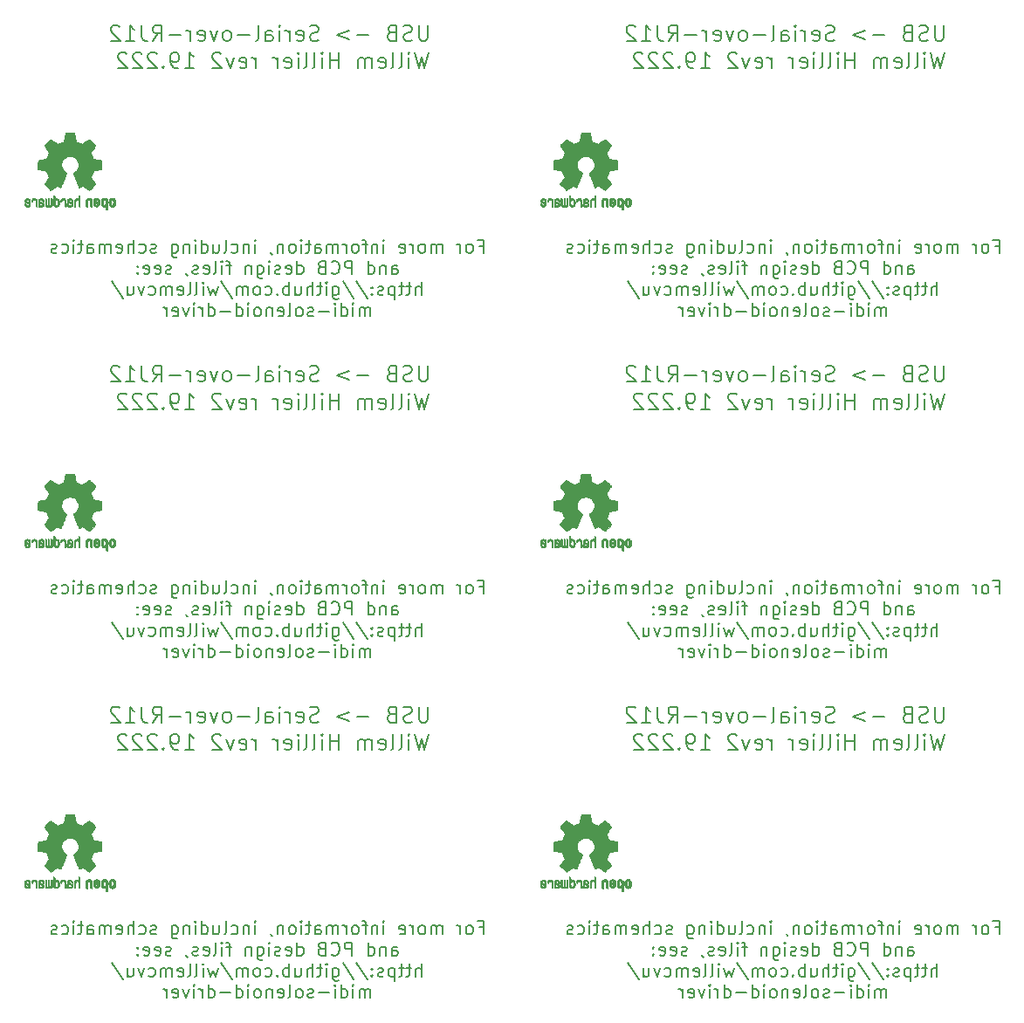
<source format=gbr>
G04 #@! TF.GenerationSoftware,KiCad,Pcbnew,5.1.3-ffb9f22~84~ubuntu16.04.1*
G04 #@! TF.CreationDate,2019-08-10T21:44:05-04:00*
G04 #@! TF.ProjectId,usb-serial-interface_panelized,7573622d-7365-4726-9961-6c2d696e7465,rev?*
G04 #@! TF.SameCoordinates,Original*
G04 #@! TF.FileFunction,Legend,Bot*
G04 #@! TF.FilePolarity,Positive*
%FSLAX46Y46*%
G04 Gerber Fmt 4.6, Leading zero omitted, Abs format (unit mm)*
G04 Created by KiCad (PCBNEW 5.1.3-ffb9f22~84~ubuntu16.04.1) date 2019-08-10 21:44:05*
%MOMM*%
%LPD*%
G04 APERTURE LIST*
%ADD10C,0.177800*%
%ADD11C,0.152400*%
%ADD12C,0.010000*%
G04 APERTURE END LIST*
D10*
X169848859Y-133845432D02*
X169848859Y-135079146D01*
X169776287Y-135224289D01*
X169703716Y-135296861D01*
X169558573Y-135369432D01*
X169268287Y-135369432D01*
X169123144Y-135296861D01*
X169050573Y-135224289D01*
X168978002Y-135079146D01*
X168978002Y-133845432D01*
X168324859Y-135296861D02*
X168107144Y-135369432D01*
X167744287Y-135369432D01*
X167599144Y-135296861D01*
X167526573Y-135224289D01*
X167454002Y-135079146D01*
X167454002Y-134934004D01*
X167526573Y-134788861D01*
X167599144Y-134716289D01*
X167744287Y-134643718D01*
X168034573Y-134571146D01*
X168179716Y-134498575D01*
X168252287Y-134426004D01*
X168324859Y-134280861D01*
X168324859Y-134135718D01*
X168252287Y-133990575D01*
X168179716Y-133918004D01*
X168034573Y-133845432D01*
X167671716Y-133845432D01*
X167454002Y-133918004D01*
X166292859Y-134571146D02*
X166075144Y-134643718D01*
X166002573Y-134716289D01*
X165930002Y-134861432D01*
X165930002Y-135079146D01*
X166002573Y-135224289D01*
X166075144Y-135296861D01*
X166220287Y-135369432D01*
X166800859Y-135369432D01*
X166800859Y-133845432D01*
X166292859Y-133845432D01*
X166147716Y-133918004D01*
X166075144Y-133990575D01*
X166002573Y-134135718D01*
X166002573Y-134280861D01*
X166075144Y-134426004D01*
X166147716Y-134498575D01*
X166292859Y-134571146D01*
X166800859Y-134571146D01*
X164115716Y-134788861D02*
X162954573Y-134788861D01*
X162228859Y-134353432D02*
X161067716Y-134788861D01*
X162228859Y-135224289D01*
X159253430Y-135296861D02*
X159035716Y-135369432D01*
X158672859Y-135369432D01*
X158527716Y-135296861D01*
X158455144Y-135224289D01*
X158382573Y-135079146D01*
X158382573Y-134934004D01*
X158455144Y-134788861D01*
X158527716Y-134716289D01*
X158672859Y-134643718D01*
X158963144Y-134571146D01*
X159108287Y-134498575D01*
X159180859Y-134426004D01*
X159253430Y-134280861D01*
X159253430Y-134135718D01*
X159180859Y-133990575D01*
X159108287Y-133918004D01*
X158963144Y-133845432D01*
X158600287Y-133845432D01*
X158382573Y-133918004D01*
X157148859Y-135296861D02*
X157294002Y-135369432D01*
X157584287Y-135369432D01*
X157729430Y-135296861D01*
X157802002Y-135151718D01*
X157802002Y-134571146D01*
X157729430Y-134426004D01*
X157584287Y-134353432D01*
X157294002Y-134353432D01*
X157148859Y-134426004D01*
X157076287Y-134571146D01*
X157076287Y-134716289D01*
X157802002Y-134861432D01*
X156423144Y-135369432D02*
X156423144Y-134353432D01*
X156423144Y-134643718D02*
X156350573Y-134498575D01*
X156278002Y-134426004D01*
X156132859Y-134353432D01*
X155987716Y-134353432D01*
X155479716Y-135369432D02*
X155479716Y-134353432D01*
X155479716Y-133845432D02*
X155552287Y-133918004D01*
X155479716Y-133990575D01*
X155407144Y-133918004D01*
X155479716Y-133845432D01*
X155479716Y-133990575D01*
X154100859Y-135369432D02*
X154100859Y-134571146D01*
X154173430Y-134426004D01*
X154318573Y-134353432D01*
X154608859Y-134353432D01*
X154754002Y-134426004D01*
X154100859Y-135296861D02*
X154246002Y-135369432D01*
X154608859Y-135369432D01*
X154754002Y-135296861D01*
X154826573Y-135151718D01*
X154826573Y-135006575D01*
X154754002Y-134861432D01*
X154608859Y-134788861D01*
X154246002Y-134788861D01*
X154100859Y-134716289D01*
X153157430Y-135369432D02*
X153302573Y-135296861D01*
X153375144Y-135151718D01*
X153375144Y-133845432D01*
X152576859Y-134788861D02*
X151415716Y-134788861D01*
X150472287Y-135369432D02*
X150617430Y-135296861D01*
X150690002Y-135224289D01*
X150762573Y-135079146D01*
X150762573Y-134643718D01*
X150690002Y-134498575D01*
X150617430Y-134426004D01*
X150472287Y-134353432D01*
X150254573Y-134353432D01*
X150109430Y-134426004D01*
X150036859Y-134498575D01*
X149964287Y-134643718D01*
X149964287Y-135079146D01*
X150036859Y-135224289D01*
X150109430Y-135296861D01*
X150254573Y-135369432D01*
X150472287Y-135369432D01*
X149456287Y-134353432D02*
X149093430Y-135369432D01*
X148730573Y-134353432D01*
X147569430Y-135296861D02*
X147714573Y-135369432D01*
X148004859Y-135369432D01*
X148150002Y-135296861D01*
X148222573Y-135151718D01*
X148222573Y-134571146D01*
X148150002Y-134426004D01*
X148004859Y-134353432D01*
X147714573Y-134353432D01*
X147569430Y-134426004D01*
X147496859Y-134571146D01*
X147496859Y-134716289D01*
X148222573Y-134861432D01*
X146843716Y-135369432D02*
X146843716Y-134353432D01*
X146843716Y-134643718D02*
X146771144Y-134498575D01*
X146698573Y-134426004D01*
X146553430Y-134353432D01*
X146408287Y-134353432D01*
X145900287Y-134788861D02*
X144739144Y-134788861D01*
X143142573Y-135369432D02*
X143650573Y-134643718D01*
X144013430Y-135369432D02*
X144013430Y-133845432D01*
X143432859Y-133845432D01*
X143287716Y-133918004D01*
X143215144Y-133990575D01*
X143142573Y-134135718D01*
X143142573Y-134353432D01*
X143215144Y-134498575D01*
X143287716Y-134571146D01*
X143432859Y-134643718D01*
X144013430Y-134643718D01*
X142054002Y-133845432D02*
X142054002Y-134934004D01*
X142126573Y-135151718D01*
X142271716Y-135296861D01*
X142489430Y-135369432D01*
X142634573Y-135369432D01*
X140530002Y-135369432D02*
X141400859Y-135369432D01*
X140965430Y-135369432D02*
X140965430Y-133845432D01*
X141110573Y-134063146D01*
X141255716Y-134208289D01*
X141400859Y-134280861D01*
X139949430Y-133990575D02*
X139876859Y-133918004D01*
X139731716Y-133845432D01*
X139368859Y-133845432D01*
X139223716Y-133918004D01*
X139151144Y-133990575D01*
X139078573Y-134135718D01*
X139078573Y-134280861D01*
X139151144Y-134498575D01*
X140022002Y-135369432D01*
X139078573Y-135369432D01*
X169848859Y-100795430D02*
X169848859Y-102029144D01*
X169776287Y-102174287D01*
X169703716Y-102246859D01*
X169558573Y-102319430D01*
X169268287Y-102319430D01*
X169123144Y-102246859D01*
X169050573Y-102174287D01*
X168978002Y-102029144D01*
X168978002Y-100795430D01*
X168324859Y-102246859D02*
X168107144Y-102319430D01*
X167744287Y-102319430D01*
X167599144Y-102246859D01*
X167526573Y-102174287D01*
X167454002Y-102029144D01*
X167454002Y-101884002D01*
X167526573Y-101738859D01*
X167599144Y-101666287D01*
X167744287Y-101593716D01*
X168034573Y-101521144D01*
X168179716Y-101448573D01*
X168252287Y-101376002D01*
X168324859Y-101230859D01*
X168324859Y-101085716D01*
X168252287Y-100940573D01*
X168179716Y-100868002D01*
X168034573Y-100795430D01*
X167671716Y-100795430D01*
X167454002Y-100868002D01*
X166292859Y-101521144D02*
X166075144Y-101593716D01*
X166002573Y-101666287D01*
X165930002Y-101811430D01*
X165930002Y-102029144D01*
X166002573Y-102174287D01*
X166075144Y-102246859D01*
X166220287Y-102319430D01*
X166800859Y-102319430D01*
X166800859Y-100795430D01*
X166292859Y-100795430D01*
X166147716Y-100868002D01*
X166075144Y-100940573D01*
X166002573Y-101085716D01*
X166002573Y-101230859D01*
X166075144Y-101376002D01*
X166147716Y-101448573D01*
X166292859Y-101521144D01*
X166800859Y-101521144D01*
X164115716Y-101738859D02*
X162954573Y-101738859D01*
X162228859Y-101303430D02*
X161067716Y-101738859D01*
X162228859Y-102174287D01*
X159253430Y-102246859D02*
X159035716Y-102319430D01*
X158672859Y-102319430D01*
X158527716Y-102246859D01*
X158455144Y-102174287D01*
X158382573Y-102029144D01*
X158382573Y-101884002D01*
X158455144Y-101738859D01*
X158527716Y-101666287D01*
X158672859Y-101593716D01*
X158963144Y-101521144D01*
X159108287Y-101448573D01*
X159180859Y-101376002D01*
X159253430Y-101230859D01*
X159253430Y-101085716D01*
X159180859Y-100940573D01*
X159108287Y-100868002D01*
X158963144Y-100795430D01*
X158600287Y-100795430D01*
X158382573Y-100868002D01*
X157148859Y-102246859D02*
X157294002Y-102319430D01*
X157584287Y-102319430D01*
X157729430Y-102246859D01*
X157802002Y-102101716D01*
X157802002Y-101521144D01*
X157729430Y-101376002D01*
X157584287Y-101303430D01*
X157294002Y-101303430D01*
X157148859Y-101376002D01*
X157076287Y-101521144D01*
X157076287Y-101666287D01*
X157802002Y-101811430D01*
X156423144Y-102319430D02*
X156423144Y-101303430D01*
X156423144Y-101593716D02*
X156350573Y-101448573D01*
X156278002Y-101376002D01*
X156132859Y-101303430D01*
X155987716Y-101303430D01*
X155479716Y-102319430D02*
X155479716Y-101303430D01*
X155479716Y-100795430D02*
X155552287Y-100868002D01*
X155479716Y-100940573D01*
X155407144Y-100868002D01*
X155479716Y-100795430D01*
X155479716Y-100940573D01*
X154100859Y-102319430D02*
X154100859Y-101521144D01*
X154173430Y-101376002D01*
X154318573Y-101303430D01*
X154608859Y-101303430D01*
X154754002Y-101376002D01*
X154100859Y-102246859D02*
X154246002Y-102319430D01*
X154608859Y-102319430D01*
X154754002Y-102246859D01*
X154826573Y-102101716D01*
X154826573Y-101956573D01*
X154754002Y-101811430D01*
X154608859Y-101738859D01*
X154246002Y-101738859D01*
X154100859Y-101666287D01*
X153157430Y-102319430D02*
X153302573Y-102246859D01*
X153375144Y-102101716D01*
X153375144Y-100795430D01*
X152576859Y-101738859D02*
X151415716Y-101738859D01*
X150472287Y-102319430D02*
X150617430Y-102246859D01*
X150690002Y-102174287D01*
X150762573Y-102029144D01*
X150762573Y-101593716D01*
X150690002Y-101448573D01*
X150617430Y-101376002D01*
X150472287Y-101303430D01*
X150254573Y-101303430D01*
X150109430Y-101376002D01*
X150036859Y-101448573D01*
X149964287Y-101593716D01*
X149964287Y-102029144D01*
X150036859Y-102174287D01*
X150109430Y-102246859D01*
X150254573Y-102319430D01*
X150472287Y-102319430D01*
X149456287Y-101303430D02*
X149093430Y-102319430D01*
X148730573Y-101303430D01*
X147569430Y-102246859D02*
X147714573Y-102319430D01*
X148004859Y-102319430D01*
X148150002Y-102246859D01*
X148222573Y-102101716D01*
X148222573Y-101521144D01*
X148150002Y-101376002D01*
X148004859Y-101303430D01*
X147714573Y-101303430D01*
X147569430Y-101376002D01*
X147496859Y-101521144D01*
X147496859Y-101666287D01*
X148222573Y-101811430D01*
X146843716Y-102319430D02*
X146843716Y-101303430D01*
X146843716Y-101593716D02*
X146771144Y-101448573D01*
X146698573Y-101376002D01*
X146553430Y-101303430D01*
X146408287Y-101303430D01*
X145900287Y-101738859D02*
X144739144Y-101738859D01*
X143142573Y-102319430D02*
X143650573Y-101593716D01*
X144013430Y-102319430D02*
X144013430Y-100795430D01*
X143432859Y-100795430D01*
X143287716Y-100868002D01*
X143215144Y-100940573D01*
X143142573Y-101085716D01*
X143142573Y-101303430D01*
X143215144Y-101448573D01*
X143287716Y-101521144D01*
X143432859Y-101593716D01*
X144013430Y-101593716D01*
X142054002Y-100795430D02*
X142054002Y-101884002D01*
X142126573Y-102101716D01*
X142271716Y-102246859D01*
X142489430Y-102319430D01*
X142634573Y-102319430D01*
X140530002Y-102319430D02*
X141400859Y-102319430D01*
X140965430Y-102319430D02*
X140965430Y-100795430D01*
X141110573Y-101013144D01*
X141255716Y-101158287D01*
X141400859Y-101230859D01*
X139949430Y-100940573D02*
X139876859Y-100868002D01*
X139731716Y-100795430D01*
X139368859Y-100795430D01*
X139223716Y-100868002D01*
X139151144Y-100940573D01*
X139078573Y-101085716D01*
X139078573Y-101230859D01*
X139151144Y-101448573D01*
X140022002Y-102319430D01*
X139078573Y-102319430D01*
X169848859Y-67745428D02*
X169848859Y-68979142D01*
X169776287Y-69124285D01*
X169703716Y-69196857D01*
X169558573Y-69269428D01*
X169268287Y-69269428D01*
X169123144Y-69196857D01*
X169050573Y-69124285D01*
X168978002Y-68979142D01*
X168978002Y-67745428D01*
X168324859Y-69196857D02*
X168107144Y-69269428D01*
X167744287Y-69269428D01*
X167599144Y-69196857D01*
X167526573Y-69124285D01*
X167454002Y-68979142D01*
X167454002Y-68834000D01*
X167526573Y-68688857D01*
X167599144Y-68616285D01*
X167744287Y-68543714D01*
X168034573Y-68471142D01*
X168179716Y-68398571D01*
X168252287Y-68326000D01*
X168324859Y-68180857D01*
X168324859Y-68035714D01*
X168252287Y-67890571D01*
X168179716Y-67818000D01*
X168034573Y-67745428D01*
X167671716Y-67745428D01*
X167454002Y-67818000D01*
X166292859Y-68471142D02*
X166075144Y-68543714D01*
X166002573Y-68616285D01*
X165930002Y-68761428D01*
X165930002Y-68979142D01*
X166002573Y-69124285D01*
X166075144Y-69196857D01*
X166220287Y-69269428D01*
X166800859Y-69269428D01*
X166800859Y-67745428D01*
X166292859Y-67745428D01*
X166147716Y-67818000D01*
X166075144Y-67890571D01*
X166002573Y-68035714D01*
X166002573Y-68180857D01*
X166075144Y-68326000D01*
X166147716Y-68398571D01*
X166292859Y-68471142D01*
X166800859Y-68471142D01*
X164115716Y-68688857D02*
X162954573Y-68688857D01*
X162228859Y-68253428D02*
X161067716Y-68688857D01*
X162228859Y-69124285D01*
X159253430Y-69196857D02*
X159035716Y-69269428D01*
X158672859Y-69269428D01*
X158527716Y-69196857D01*
X158455144Y-69124285D01*
X158382573Y-68979142D01*
X158382573Y-68834000D01*
X158455144Y-68688857D01*
X158527716Y-68616285D01*
X158672859Y-68543714D01*
X158963144Y-68471142D01*
X159108287Y-68398571D01*
X159180859Y-68326000D01*
X159253430Y-68180857D01*
X159253430Y-68035714D01*
X159180859Y-67890571D01*
X159108287Y-67818000D01*
X158963144Y-67745428D01*
X158600287Y-67745428D01*
X158382573Y-67818000D01*
X157148859Y-69196857D02*
X157294002Y-69269428D01*
X157584287Y-69269428D01*
X157729430Y-69196857D01*
X157802002Y-69051714D01*
X157802002Y-68471142D01*
X157729430Y-68326000D01*
X157584287Y-68253428D01*
X157294002Y-68253428D01*
X157148859Y-68326000D01*
X157076287Y-68471142D01*
X157076287Y-68616285D01*
X157802002Y-68761428D01*
X156423144Y-69269428D02*
X156423144Y-68253428D01*
X156423144Y-68543714D02*
X156350573Y-68398571D01*
X156278002Y-68326000D01*
X156132859Y-68253428D01*
X155987716Y-68253428D01*
X155479716Y-69269428D02*
X155479716Y-68253428D01*
X155479716Y-67745428D02*
X155552287Y-67818000D01*
X155479716Y-67890571D01*
X155407144Y-67818000D01*
X155479716Y-67745428D01*
X155479716Y-67890571D01*
X154100859Y-69269428D02*
X154100859Y-68471142D01*
X154173430Y-68326000D01*
X154318573Y-68253428D01*
X154608859Y-68253428D01*
X154754002Y-68326000D01*
X154100859Y-69196857D02*
X154246002Y-69269428D01*
X154608859Y-69269428D01*
X154754002Y-69196857D01*
X154826573Y-69051714D01*
X154826573Y-68906571D01*
X154754002Y-68761428D01*
X154608859Y-68688857D01*
X154246002Y-68688857D01*
X154100859Y-68616285D01*
X153157430Y-69269428D02*
X153302573Y-69196857D01*
X153375144Y-69051714D01*
X153375144Y-67745428D01*
X152576859Y-68688857D02*
X151415716Y-68688857D01*
X150472287Y-69269428D02*
X150617430Y-69196857D01*
X150690002Y-69124285D01*
X150762573Y-68979142D01*
X150762573Y-68543714D01*
X150690002Y-68398571D01*
X150617430Y-68326000D01*
X150472287Y-68253428D01*
X150254573Y-68253428D01*
X150109430Y-68326000D01*
X150036859Y-68398571D01*
X149964287Y-68543714D01*
X149964287Y-68979142D01*
X150036859Y-69124285D01*
X150109430Y-69196857D01*
X150254573Y-69269428D01*
X150472287Y-69269428D01*
X149456287Y-68253428D02*
X149093430Y-69269428D01*
X148730573Y-68253428D01*
X147569430Y-69196857D02*
X147714573Y-69269428D01*
X148004859Y-69269428D01*
X148150002Y-69196857D01*
X148222573Y-69051714D01*
X148222573Y-68471142D01*
X148150002Y-68326000D01*
X148004859Y-68253428D01*
X147714573Y-68253428D01*
X147569430Y-68326000D01*
X147496859Y-68471142D01*
X147496859Y-68616285D01*
X148222573Y-68761428D01*
X146843716Y-69269428D02*
X146843716Y-68253428D01*
X146843716Y-68543714D02*
X146771144Y-68398571D01*
X146698573Y-68326000D01*
X146553430Y-68253428D01*
X146408287Y-68253428D01*
X145900287Y-68688857D02*
X144739144Y-68688857D01*
X143142573Y-69269428D02*
X143650573Y-68543714D01*
X144013430Y-69269428D02*
X144013430Y-67745428D01*
X143432859Y-67745428D01*
X143287716Y-67818000D01*
X143215144Y-67890571D01*
X143142573Y-68035714D01*
X143142573Y-68253428D01*
X143215144Y-68398571D01*
X143287716Y-68471142D01*
X143432859Y-68543714D01*
X144013430Y-68543714D01*
X142054002Y-67745428D02*
X142054002Y-68834000D01*
X142126573Y-69051714D01*
X142271716Y-69196857D01*
X142489430Y-69269428D01*
X142634573Y-69269428D01*
X140530002Y-69269428D02*
X141400859Y-69269428D01*
X140965430Y-69269428D02*
X140965430Y-67745428D01*
X141110573Y-67963142D01*
X141255716Y-68108285D01*
X141400859Y-68180857D01*
X139949430Y-67890571D02*
X139876859Y-67818000D01*
X139731716Y-67745428D01*
X139368859Y-67745428D01*
X139223716Y-67818000D01*
X139151144Y-67890571D01*
X139078573Y-68035714D01*
X139078573Y-68180857D01*
X139151144Y-68398571D01*
X140022002Y-69269428D01*
X139078573Y-69269428D01*
X119823857Y-133845432D02*
X119823857Y-135079146D01*
X119751285Y-135224289D01*
X119678714Y-135296861D01*
X119533571Y-135369432D01*
X119243285Y-135369432D01*
X119098142Y-135296861D01*
X119025571Y-135224289D01*
X118953000Y-135079146D01*
X118953000Y-133845432D01*
X118299857Y-135296861D02*
X118082142Y-135369432D01*
X117719285Y-135369432D01*
X117574142Y-135296861D01*
X117501571Y-135224289D01*
X117429000Y-135079146D01*
X117429000Y-134934004D01*
X117501571Y-134788861D01*
X117574142Y-134716289D01*
X117719285Y-134643718D01*
X118009571Y-134571146D01*
X118154714Y-134498575D01*
X118227285Y-134426004D01*
X118299857Y-134280861D01*
X118299857Y-134135718D01*
X118227285Y-133990575D01*
X118154714Y-133918004D01*
X118009571Y-133845432D01*
X117646714Y-133845432D01*
X117429000Y-133918004D01*
X116267857Y-134571146D02*
X116050142Y-134643718D01*
X115977571Y-134716289D01*
X115905000Y-134861432D01*
X115905000Y-135079146D01*
X115977571Y-135224289D01*
X116050142Y-135296861D01*
X116195285Y-135369432D01*
X116775857Y-135369432D01*
X116775857Y-133845432D01*
X116267857Y-133845432D01*
X116122714Y-133918004D01*
X116050142Y-133990575D01*
X115977571Y-134135718D01*
X115977571Y-134280861D01*
X116050142Y-134426004D01*
X116122714Y-134498575D01*
X116267857Y-134571146D01*
X116775857Y-134571146D01*
X114090714Y-134788861D02*
X112929571Y-134788861D01*
X112203857Y-134353432D02*
X111042714Y-134788861D01*
X112203857Y-135224289D01*
X109228428Y-135296861D02*
X109010714Y-135369432D01*
X108647857Y-135369432D01*
X108502714Y-135296861D01*
X108430142Y-135224289D01*
X108357571Y-135079146D01*
X108357571Y-134934004D01*
X108430142Y-134788861D01*
X108502714Y-134716289D01*
X108647857Y-134643718D01*
X108938142Y-134571146D01*
X109083285Y-134498575D01*
X109155857Y-134426004D01*
X109228428Y-134280861D01*
X109228428Y-134135718D01*
X109155857Y-133990575D01*
X109083285Y-133918004D01*
X108938142Y-133845432D01*
X108575285Y-133845432D01*
X108357571Y-133918004D01*
X107123857Y-135296861D02*
X107269000Y-135369432D01*
X107559285Y-135369432D01*
X107704428Y-135296861D01*
X107777000Y-135151718D01*
X107777000Y-134571146D01*
X107704428Y-134426004D01*
X107559285Y-134353432D01*
X107269000Y-134353432D01*
X107123857Y-134426004D01*
X107051285Y-134571146D01*
X107051285Y-134716289D01*
X107777000Y-134861432D01*
X106398142Y-135369432D02*
X106398142Y-134353432D01*
X106398142Y-134643718D02*
X106325571Y-134498575D01*
X106253000Y-134426004D01*
X106107857Y-134353432D01*
X105962714Y-134353432D01*
X105454714Y-135369432D02*
X105454714Y-134353432D01*
X105454714Y-133845432D02*
X105527285Y-133918004D01*
X105454714Y-133990575D01*
X105382142Y-133918004D01*
X105454714Y-133845432D01*
X105454714Y-133990575D01*
X104075857Y-135369432D02*
X104075857Y-134571146D01*
X104148428Y-134426004D01*
X104293571Y-134353432D01*
X104583857Y-134353432D01*
X104729000Y-134426004D01*
X104075857Y-135296861D02*
X104221000Y-135369432D01*
X104583857Y-135369432D01*
X104729000Y-135296861D01*
X104801571Y-135151718D01*
X104801571Y-135006575D01*
X104729000Y-134861432D01*
X104583857Y-134788861D01*
X104221000Y-134788861D01*
X104075857Y-134716289D01*
X103132428Y-135369432D02*
X103277571Y-135296861D01*
X103350142Y-135151718D01*
X103350142Y-133845432D01*
X102551857Y-134788861D02*
X101390714Y-134788861D01*
X100447285Y-135369432D02*
X100592428Y-135296861D01*
X100665000Y-135224289D01*
X100737571Y-135079146D01*
X100737571Y-134643718D01*
X100665000Y-134498575D01*
X100592428Y-134426004D01*
X100447285Y-134353432D01*
X100229571Y-134353432D01*
X100084428Y-134426004D01*
X100011857Y-134498575D01*
X99939285Y-134643718D01*
X99939285Y-135079146D01*
X100011857Y-135224289D01*
X100084428Y-135296861D01*
X100229571Y-135369432D01*
X100447285Y-135369432D01*
X99431285Y-134353432D02*
X99068428Y-135369432D01*
X98705571Y-134353432D01*
X97544428Y-135296861D02*
X97689571Y-135369432D01*
X97979857Y-135369432D01*
X98125000Y-135296861D01*
X98197571Y-135151718D01*
X98197571Y-134571146D01*
X98125000Y-134426004D01*
X97979857Y-134353432D01*
X97689571Y-134353432D01*
X97544428Y-134426004D01*
X97471857Y-134571146D01*
X97471857Y-134716289D01*
X98197571Y-134861432D01*
X96818714Y-135369432D02*
X96818714Y-134353432D01*
X96818714Y-134643718D02*
X96746142Y-134498575D01*
X96673571Y-134426004D01*
X96528428Y-134353432D01*
X96383285Y-134353432D01*
X95875285Y-134788861D02*
X94714142Y-134788861D01*
X93117571Y-135369432D02*
X93625571Y-134643718D01*
X93988428Y-135369432D02*
X93988428Y-133845432D01*
X93407857Y-133845432D01*
X93262714Y-133918004D01*
X93190142Y-133990575D01*
X93117571Y-134135718D01*
X93117571Y-134353432D01*
X93190142Y-134498575D01*
X93262714Y-134571146D01*
X93407857Y-134643718D01*
X93988428Y-134643718D01*
X92029000Y-133845432D02*
X92029000Y-134934004D01*
X92101571Y-135151718D01*
X92246714Y-135296861D01*
X92464428Y-135369432D01*
X92609571Y-135369432D01*
X90505000Y-135369432D02*
X91375857Y-135369432D01*
X90940428Y-135369432D02*
X90940428Y-133845432D01*
X91085571Y-134063146D01*
X91230714Y-134208289D01*
X91375857Y-134280861D01*
X89924428Y-133990575D02*
X89851857Y-133918004D01*
X89706714Y-133845432D01*
X89343857Y-133845432D01*
X89198714Y-133918004D01*
X89126142Y-133990575D01*
X89053571Y-134135718D01*
X89053571Y-134280861D01*
X89126142Y-134498575D01*
X89997000Y-135369432D01*
X89053571Y-135369432D01*
X119823857Y-100795430D02*
X119823857Y-102029144D01*
X119751285Y-102174287D01*
X119678714Y-102246859D01*
X119533571Y-102319430D01*
X119243285Y-102319430D01*
X119098142Y-102246859D01*
X119025571Y-102174287D01*
X118953000Y-102029144D01*
X118953000Y-100795430D01*
X118299857Y-102246859D02*
X118082142Y-102319430D01*
X117719285Y-102319430D01*
X117574142Y-102246859D01*
X117501571Y-102174287D01*
X117429000Y-102029144D01*
X117429000Y-101884002D01*
X117501571Y-101738859D01*
X117574142Y-101666287D01*
X117719285Y-101593716D01*
X118009571Y-101521144D01*
X118154714Y-101448573D01*
X118227285Y-101376002D01*
X118299857Y-101230859D01*
X118299857Y-101085716D01*
X118227285Y-100940573D01*
X118154714Y-100868002D01*
X118009571Y-100795430D01*
X117646714Y-100795430D01*
X117429000Y-100868002D01*
X116267857Y-101521144D02*
X116050142Y-101593716D01*
X115977571Y-101666287D01*
X115905000Y-101811430D01*
X115905000Y-102029144D01*
X115977571Y-102174287D01*
X116050142Y-102246859D01*
X116195285Y-102319430D01*
X116775857Y-102319430D01*
X116775857Y-100795430D01*
X116267857Y-100795430D01*
X116122714Y-100868002D01*
X116050142Y-100940573D01*
X115977571Y-101085716D01*
X115977571Y-101230859D01*
X116050142Y-101376002D01*
X116122714Y-101448573D01*
X116267857Y-101521144D01*
X116775857Y-101521144D01*
X114090714Y-101738859D02*
X112929571Y-101738859D01*
X112203857Y-101303430D02*
X111042714Y-101738859D01*
X112203857Y-102174287D01*
X109228428Y-102246859D02*
X109010714Y-102319430D01*
X108647857Y-102319430D01*
X108502714Y-102246859D01*
X108430142Y-102174287D01*
X108357571Y-102029144D01*
X108357571Y-101884002D01*
X108430142Y-101738859D01*
X108502714Y-101666287D01*
X108647857Y-101593716D01*
X108938142Y-101521144D01*
X109083285Y-101448573D01*
X109155857Y-101376002D01*
X109228428Y-101230859D01*
X109228428Y-101085716D01*
X109155857Y-100940573D01*
X109083285Y-100868002D01*
X108938142Y-100795430D01*
X108575285Y-100795430D01*
X108357571Y-100868002D01*
X107123857Y-102246859D02*
X107269000Y-102319430D01*
X107559285Y-102319430D01*
X107704428Y-102246859D01*
X107777000Y-102101716D01*
X107777000Y-101521144D01*
X107704428Y-101376002D01*
X107559285Y-101303430D01*
X107269000Y-101303430D01*
X107123857Y-101376002D01*
X107051285Y-101521144D01*
X107051285Y-101666287D01*
X107777000Y-101811430D01*
X106398142Y-102319430D02*
X106398142Y-101303430D01*
X106398142Y-101593716D02*
X106325571Y-101448573D01*
X106253000Y-101376002D01*
X106107857Y-101303430D01*
X105962714Y-101303430D01*
X105454714Y-102319430D02*
X105454714Y-101303430D01*
X105454714Y-100795430D02*
X105527285Y-100868002D01*
X105454714Y-100940573D01*
X105382142Y-100868002D01*
X105454714Y-100795430D01*
X105454714Y-100940573D01*
X104075857Y-102319430D02*
X104075857Y-101521144D01*
X104148428Y-101376002D01*
X104293571Y-101303430D01*
X104583857Y-101303430D01*
X104729000Y-101376002D01*
X104075857Y-102246859D02*
X104221000Y-102319430D01*
X104583857Y-102319430D01*
X104729000Y-102246859D01*
X104801571Y-102101716D01*
X104801571Y-101956573D01*
X104729000Y-101811430D01*
X104583857Y-101738859D01*
X104221000Y-101738859D01*
X104075857Y-101666287D01*
X103132428Y-102319430D02*
X103277571Y-102246859D01*
X103350142Y-102101716D01*
X103350142Y-100795430D01*
X102551857Y-101738859D02*
X101390714Y-101738859D01*
X100447285Y-102319430D02*
X100592428Y-102246859D01*
X100665000Y-102174287D01*
X100737571Y-102029144D01*
X100737571Y-101593716D01*
X100665000Y-101448573D01*
X100592428Y-101376002D01*
X100447285Y-101303430D01*
X100229571Y-101303430D01*
X100084428Y-101376002D01*
X100011857Y-101448573D01*
X99939285Y-101593716D01*
X99939285Y-102029144D01*
X100011857Y-102174287D01*
X100084428Y-102246859D01*
X100229571Y-102319430D01*
X100447285Y-102319430D01*
X99431285Y-101303430D02*
X99068428Y-102319430D01*
X98705571Y-101303430D01*
X97544428Y-102246859D02*
X97689571Y-102319430D01*
X97979857Y-102319430D01*
X98125000Y-102246859D01*
X98197571Y-102101716D01*
X98197571Y-101521144D01*
X98125000Y-101376002D01*
X97979857Y-101303430D01*
X97689571Y-101303430D01*
X97544428Y-101376002D01*
X97471857Y-101521144D01*
X97471857Y-101666287D01*
X98197571Y-101811430D01*
X96818714Y-102319430D02*
X96818714Y-101303430D01*
X96818714Y-101593716D02*
X96746142Y-101448573D01*
X96673571Y-101376002D01*
X96528428Y-101303430D01*
X96383285Y-101303430D01*
X95875285Y-101738859D02*
X94714142Y-101738859D01*
X93117571Y-102319430D02*
X93625571Y-101593716D01*
X93988428Y-102319430D02*
X93988428Y-100795430D01*
X93407857Y-100795430D01*
X93262714Y-100868002D01*
X93190142Y-100940573D01*
X93117571Y-101085716D01*
X93117571Y-101303430D01*
X93190142Y-101448573D01*
X93262714Y-101521144D01*
X93407857Y-101593716D01*
X93988428Y-101593716D01*
X92029000Y-100795430D02*
X92029000Y-101884002D01*
X92101571Y-102101716D01*
X92246714Y-102246859D01*
X92464428Y-102319430D01*
X92609571Y-102319430D01*
X90505000Y-102319430D02*
X91375857Y-102319430D01*
X90940428Y-102319430D02*
X90940428Y-100795430D01*
X91085571Y-101013144D01*
X91230714Y-101158287D01*
X91375857Y-101230859D01*
X89924428Y-100940573D02*
X89851857Y-100868002D01*
X89706714Y-100795430D01*
X89343857Y-100795430D01*
X89198714Y-100868002D01*
X89126142Y-100940573D01*
X89053571Y-101085716D01*
X89053571Y-101230859D01*
X89126142Y-101448573D01*
X89997000Y-102319430D01*
X89053571Y-102319430D01*
X169894859Y-136500432D02*
X169532002Y-138024432D01*
X169241716Y-136935861D01*
X168951430Y-138024432D01*
X168588573Y-136500432D01*
X168008002Y-138024432D02*
X168008002Y-137008432D01*
X168008002Y-136500432D02*
X168080573Y-136573004D01*
X168008002Y-136645575D01*
X167935430Y-136573004D01*
X168008002Y-136500432D01*
X168008002Y-136645575D01*
X167064573Y-138024432D02*
X167209716Y-137951861D01*
X167282287Y-137806718D01*
X167282287Y-136500432D01*
X166266287Y-138024432D02*
X166411430Y-137951861D01*
X166484002Y-137806718D01*
X166484002Y-136500432D01*
X165105144Y-137951861D02*
X165250287Y-138024432D01*
X165540573Y-138024432D01*
X165685716Y-137951861D01*
X165758287Y-137806718D01*
X165758287Y-137226146D01*
X165685716Y-137081004D01*
X165540573Y-137008432D01*
X165250287Y-137008432D01*
X165105144Y-137081004D01*
X165032573Y-137226146D01*
X165032573Y-137371289D01*
X165758287Y-137516432D01*
X164379430Y-138024432D02*
X164379430Y-137008432D01*
X164379430Y-137153575D02*
X164306859Y-137081004D01*
X164161716Y-137008432D01*
X163944002Y-137008432D01*
X163798859Y-137081004D01*
X163726287Y-137226146D01*
X163726287Y-138024432D01*
X163726287Y-137226146D02*
X163653716Y-137081004D01*
X163508573Y-137008432D01*
X163290859Y-137008432D01*
X163145716Y-137081004D01*
X163073144Y-137226146D01*
X163073144Y-138024432D01*
X161186287Y-138024432D02*
X161186287Y-136500432D01*
X161186287Y-137226146D02*
X160315430Y-137226146D01*
X160315430Y-138024432D02*
X160315430Y-136500432D01*
X159589716Y-138024432D02*
X159589716Y-137008432D01*
X159589716Y-136500432D02*
X159662287Y-136573004D01*
X159589716Y-136645575D01*
X159517144Y-136573004D01*
X159589716Y-136500432D01*
X159589716Y-136645575D01*
X158646287Y-138024432D02*
X158791430Y-137951861D01*
X158864002Y-137806718D01*
X158864002Y-136500432D01*
X157848002Y-138024432D02*
X157993144Y-137951861D01*
X158065716Y-137806718D01*
X158065716Y-136500432D01*
X157267430Y-138024432D02*
X157267430Y-137008432D01*
X157267430Y-136500432D02*
X157340002Y-136573004D01*
X157267430Y-136645575D01*
X157194859Y-136573004D01*
X157267430Y-136500432D01*
X157267430Y-136645575D01*
X155961144Y-137951861D02*
X156106287Y-138024432D01*
X156396573Y-138024432D01*
X156541716Y-137951861D01*
X156614287Y-137806718D01*
X156614287Y-137226146D01*
X156541716Y-137081004D01*
X156396573Y-137008432D01*
X156106287Y-137008432D01*
X155961144Y-137081004D01*
X155888573Y-137226146D01*
X155888573Y-137371289D01*
X156614287Y-137516432D01*
X155235430Y-138024432D02*
X155235430Y-137008432D01*
X155235430Y-137298718D02*
X155162859Y-137153575D01*
X155090287Y-137081004D01*
X154945144Y-137008432D01*
X154800002Y-137008432D01*
X153130859Y-138024432D02*
X153130859Y-137008432D01*
X153130859Y-137298718D02*
X153058287Y-137153575D01*
X152985716Y-137081004D01*
X152840573Y-137008432D01*
X152695430Y-137008432D01*
X151606859Y-137951861D02*
X151752002Y-138024432D01*
X152042287Y-138024432D01*
X152187430Y-137951861D01*
X152260002Y-137806718D01*
X152260002Y-137226146D01*
X152187430Y-137081004D01*
X152042287Y-137008432D01*
X151752002Y-137008432D01*
X151606859Y-137081004D01*
X151534287Y-137226146D01*
X151534287Y-137371289D01*
X152260002Y-137516432D01*
X151026287Y-137008432D02*
X150663430Y-138024432D01*
X150300573Y-137008432D01*
X149792573Y-136645575D02*
X149720002Y-136573004D01*
X149574859Y-136500432D01*
X149212002Y-136500432D01*
X149066859Y-136573004D01*
X148994287Y-136645575D01*
X148921716Y-136790718D01*
X148921716Y-136935861D01*
X148994287Y-137153575D01*
X149865144Y-138024432D01*
X148921716Y-138024432D01*
X146309144Y-138024432D02*
X147180002Y-138024432D01*
X146744573Y-138024432D02*
X146744573Y-136500432D01*
X146889716Y-136718146D01*
X147034859Y-136863289D01*
X147180002Y-136935861D01*
X145583430Y-138024432D02*
X145293144Y-138024432D01*
X145148002Y-137951861D01*
X145075430Y-137879289D01*
X144930287Y-137661575D01*
X144857716Y-137371289D01*
X144857716Y-136790718D01*
X144930287Y-136645575D01*
X145002859Y-136573004D01*
X145148002Y-136500432D01*
X145438287Y-136500432D01*
X145583430Y-136573004D01*
X145656002Y-136645575D01*
X145728573Y-136790718D01*
X145728573Y-137153575D01*
X145656002Y-137298718D01*
X145583430Y-137371289D01*
X145438287Y-137443861D01*
X145148002Y-137443861D01*
X145002859Y-137371289D01*
X144930287Y-137298718D01*
X144857716Y-137153575D01*
X144204573Y-137879289D02*
X144132002Y-137951861D01*
X144204573Y-138024432D01*
X144277144Y-137951861D01*
X144204573Y-137879289D01*
X144204573Y-138024432D01*
X143551430Y-136645575D02*
X143478859Y-136573004D01*
X143333716Y-136500432D01*
X142970859Y-136500432D01*
X142825716Y-136573004D01*
X142753144Y-136645575D01*
X142680573Y-136790718D01*
X142680573Y-136935861D01*
X142753144Y-137153575D01*
X143624002Y-138024432D01*
X142680573Y-138024432D01*
X142100002Y-136645575D02*
X142027430Y-136573004D01*
X141882287Y-136500432D01*
X141519430Y-136500432D01*
X141374287Y-136573004D01*
X141301716Y-136645575D01*
X141229144Y-136790718D01*
X141229144Y-136935861D01*
X141301716Y-137153575D01*
X142172573Y-138024432D01*
X141229144Y-138024432D01*
X140648573Y-136645575D02*
X140576002Y-136573004D01*
X140430859Y-136500432D01*
X140068002Y-136500432D01*
X139922859Y-136573004D01*
X139850287Y-136645575D01*
X139777716Y-136790718D01*
X139777716Y-136935861D01*
X139850287Y-137153575D01*
X140721144Y-138024432D01*
X139777716Y-138024432D01*
X169894859Y-103450430D02*
X169532002Y-104974430D01*
X169241716Y-103885859D01*
X168951430Y-104974430D01*
X168588573Y-103450430D01*
X168008002Y-104974430D02*
X168008002Y-103958430D01*
X168008002Y-103450430D02*
X168080573Y-103523002D01*
X168008002Y-103595573D01*
X167935430Y-103523002D01*
X168008002Y-103450430D01*
X168008002Y-103595573D01*
X167064573Y-104974430D02*
X167209716Y-104901859D01*
X167282287Y-104756716D01*
X167282287Y-103450430D01*
X166266287Y-104974430D02*
X166411430Y-104901859D01*
X166484002Y-104756716D01*
X166484002Y-103450430D01*
X165105144Y-104901859D02*
X165250287Y-104974430D01*
X165540573Y-104974430D01*
X165685716Y-104901859D01*
X165758287Y-104756716D01*
X165758287Y-104176144D01*
X165685716Y-104031002D01*
X165540573Y-103958430D01*
X165250287Y-103958430D01*
X165105144Y-104031002D01*
X165032573Y-104176144D01*
X165032573Y-104321287D01*
X165758287Y-104466430D01*
X164379430Y-104974430D02*
X164379430Y-103958430D01*
X164379430Y-104103573D02*
X164306859Y-104031002D01*
X164161716Y-103958430D01*
X163944002Y-103958430D01*
X163798859Y-104031002D01*
X163726287Y-104176144D01*
X163726287Y-104974430D01*
X163726287Y-104176144D02*
X163653716Y-104031002D01*
X163508573Y-103958430D01*
X163290859Y-103958430D01*
X163145716Y-104031002D01*
X163073144Y-104176144D01*
X163073144Y-104974430D01*
X161186287Y-104974430D02*
X161186287Y-103450430D01*
X161186287Y-104176144D02*
X160315430Y-104176144D01*
X160315430Y-104974430D02*
X160315430Y-103450430D01*
X159589716Y-104974430D02*
X159589716Y-103958430D01*
X159589716Y-103450430D02*
X159662287Y-103523002D01*
X159589716Y-103595573D01*
X159517144Y-103523002D01*
X159589716Y-103450430D01*
X159589716Y-103595573D01*
X158646287Y-104974430D02*
X158791430Y-104901859D01*
X158864002Y-104756716D01*
X158864002Y-103450430D01*
X157848002Y-104974430D02*
X157993144Y-104901859D01*
X158065716Y-104756716D01*
X158065716Y-103450430D01*
X157267430Y-104974430D02*
X157267430Y-103958430D01*
X157267430Y-103450430D02*
X157340002Y-103523002D01*
X157267430Y-103595573D01*
X157194859Y-103523002D01*
X157267430Y-103450430D01*
X157267430Y-103595573D01*
X155961144Y-104901859D02*
X156106287Y-104974430D01*
X156396573Y-104974430D01*
X156541716Y-104901859D01*
X156614287Y-104756716D01*
X156614287Y-104176144D01*
X156541716Y-104031002D01*
X156396573Y-103958430D01*
X156106287Y-103958430D01*
X155961144Y-104031002D01*
X155888573Y-104176144D01*
X155888573Y-104321287D01*
X156614287Y-104466430D01*
X155235430Y-104974430D02*
X155235430Y-103958430D01*
X155235430Y-104248716D02*
X155162859Y-104103573D01*
X155090287Y-104031002D01*
X154945144Y-103958430D01*
X154800002Y-103958430D01*
X153130859Y-104974430D02*
X153130859Y-103958430D01*
X153130859Y-104248716D02*
X153058287Y-104103573D01*
X152985716Y-104031002D01*
X152840573Y-103958430D01*
X152695430Y-103958430D01*
X151606859Y-104901859D02*
X151752002Y-104974430D01*
X152042287Y-104974430D01*
X152187430Y-104901859D01*
X152260002Y-104756716D01*
X152260002Y-104176144D01*
X152187430Y-104031002D01*
X152042287Y-103958430D01*
X151752002Y-103958430D01*
X151606859Y-104031002D01*
X151534287Y-104176144D01*
X151534287Y-104321287D01*
X152260002Y-104466430D01*
X151026287Y-103958430D02*
X150663430Y-104974430D01*
X150300573Y-103958430D01*
X149792573Y-103595573D02*
X149720002Y-103523002D01*
X149574859Y-103450430D01*
X149212002Y-103450430D01*
X149066859Y-103523002D01*
X148994287Y-103595573D01*
X148921716Y-103740716D01*
X148921716Y-103885859D01*
X148994287Y-104103573D01*
X149865144Y-104974430D01*
X148921716Y-104974430D01*
X146309144Y-104974430D02*
X147180002Y-104974430D01*
X146744573Y-104974430D02*
X146744573Y-103450430D01*
X146889716Y-103668144D01*
X147034859Y-103813287D01*
X147180002Y-103885859D01*
X145583430Y-104974430D02*
X145293144Y-104974430D01*
X145148002Y-104901859D01*
X145075430Y-104829287D01*
X144930287Y-104611573D01*
X144857716Y-104321287D01*
X144857716Y-103740716D01*
X144930287Y-103595573D01*
X145002859Y-103523002D01*
X145148002Y-103450430D01*
X145438287Y-103450430D01*
X145583430Y-103523002D01*
X145656002Y-103595573D01*
X145728573Y-103740716D01*
X145728573Y-104103573D01*
X145656002Y-104248716D01*
X145583430Y-104321287D01*
X145438287Y-104393859D01*
X145148002Y-104393859D01*
X145002859Y-104321287D01*
X144930287Y-104248716D01*
X144857716Y-104103573D01*
X144204573Y-104829287D02*
X144132002Y-104901859D01*
X144204573Y-104974430D01*
X144277144Y-104901859D01*
X144204573Y-104829287D01*
X144204573Y-104974430D01*
X143551430Y-103595573D02*
X143478859Y-103523002D01*
X143333716Y-103450430D01*
X142970859Y-103450430D01*
X142825716Y-103523002D01*
X142753144Y-103595573D01*
X142680573Y-103740716D01*
X142680573Y-103885859D01*
X142753144Y-104103573D01*
X143624002Y-104974430D01*
X142680573Y-104974430D01*
X142100002Y-103595573D02*
X142027430Y-103523002D01*
X141882287Y-103450430D01*
X141519430Y-103450430D01*
X141374287Y-103523002D01*
X141301716Y-103595573D01*
X141229144Y-103740716D01*
X141229144Y-103885859D01*
X141301716Y-104103573D01*
X142172573Y-104974430D01*
X141229144Y-104974430D01*
X140648573Y-103595573D02*
X140576002Y-103523002D01*
X140430859Y-103450430D01*
X140068002Y-103450430D01*
X139922859Y-103523002D01*
X139850287Y-103595573D01*
X139777716Y-103740716D01*
X139777716Y-103885859D01*
X139850287Y-104103573D01*
X140721144Y-104974430D01*
X139777716Y-104974430D01*
X169894859Y-70400428D02*
X169532002Y-71924428D01*
X169241716Y-70835857D01*
X168951430Y-71924428D01*
X168588573Y-70400428D01*
X168008002Y-71924428D02*
X168008002Y-70908428D01*
X168008002Y-70400428D02*
X168080573Y-70473000D01*
X168008002Y-70545571D01*
X167935430Y-70473000D01*
X168008002Y-70400428D01*
X168008002Y-70545571D01*
X167064573Y-71924428D02*
X167209716Y-71851857D01*
X167282287Y-71706714D01*
X167282287Y-70400428D01*
X166266287Y-71924428D02*
X166411430Y-71851857D01*
X166484002Y-71706714D01*
X166484002Y-70400428D01*
X165105144Y-71851857D02*
X165250287Y-71924428D01*
X165540573Y-71924428D01*
X165685716Y-71851857D01*
X165758287Y-71706714D01*
X165758287Y-71126142D01*
X165685716Y-70981000D01*
X165540573Y-70908428D01*
X165250287Y-70908428D01*
X165105144Y-70981000D01*
X165032573Y-71126142D01*
X165032573Y-71271285D01*
X165758287Y-71416428D01*
X164379430Y-71924428D02*
X164379430Y-70908428D01*
X164379430Y-71053571D02*
X164306859Y-70981000D01*
X164161716Y-70908428D01*
X163944002Y-70908428D01*
X163798859Y-70981000D01*
X163726287Y-71126142D01*
X163726287Y-71924428D01*
X163726287Y-71126142D02*
X163653716Y-70981000D01*
X163508573Y-70908428D01*
X163290859Y-70908428D01*
X163145716Y-70981000D01*
X163073144Y-71126142D01*
X163073144Y-71924428D01*
X161186287Y-71924428D02*
X161186287Y-70400428D01*
X161186287Y-71126142D02*
X160315430Y-71126142D01*
X160315430Y-71924428D02*
X160315430Y-70400428D01*
X159589716Y-71924428D02*
X159589716Y-70908428D01*
X159589716Y-70400428D02*
X159662287Y-70473000D01*
X159589716Y-70545571D01*
X159517144Y-70473000D01*
X159589716Y-70400428D01*
X159589716Y-70545571D01*
X158646287Y-71924428D02*
X158791430Y-71851857D01*
X158864002Y-71706714D01*
X158864002Y-70400428D01*
X157848002Y-71924428D02*
X157993144Y-71851857D01*
X158065716Y-71706714D01*
X158065716Y-70400428D01*
X157267430Y-71924428D02*
X157267430Y-70908428D01*
X157267430Y-70400428D02*
X157340002Y-70473000D01*
X157267430Y-70545571D01*
X157194859Y-70473000D01*
X157267430Y-70400428D01*
X157267430Y-70545571D01*
X155961144Y-71851857D02*
X156106287Y-71924428D01*
X156396573Y-71924428D01*
X156541716Y-71851857D01*
X156614287Y-71706714D01*
X156614287Y-71126142D01*
X156541716Y-70981000D01*
X156396573Y-70908428D01*
X156106287Y-70908428D01*
X155961144Y-70981000D01*
X155888573Y-71126142D01*
X155888573Y-71271285D01*
X156614287Y-71416428D01*
X155235430Y-71924428D02*
X155235430Y-70908428D01*
X155235430Y-71198714D02*
X155162859Y-71053571D01*
X155090287Y-70981000D01*
X154945144Y-70908428D01*
X154800002Y-70908428D01*
X153130859Y-71924428D02*
X153130859Y-70908428D01*
X153130859Y-71198714D02*
X153058287Y-71053571D01*
X152985716Y-70981000D01*
X152840573Y-70908428D01*
X152695430Y-70908428D01*
X151606859Y-71851857D02*
X151752002Y-71924428D01*
X152042287Y-71924428D01*
X152187430Y-71851857D01*
X152260002Y-71706714D01*
X152260002Y-71126142D01*
X152187430Y-70981000D01*
X152042287Y-70908428D01*
X151752002Y-70908428D01*
X151606859Y-70981000D01*
X151534287Y-71126142D01*
X151534287Y-71271285D01*
X152260002Y-71416428D01*
X151026287Y-70908428D02*
X150663430Y-71924428D01*
X150300573Y-70908428D01*
X149792573Y-70545571D02*
X149720002Y-70473000D01*
X149574859Y-70400428D01*
X149212002Y-70400428D01*
X149066859Y-70473000D01*
X148994287Y-70545571D01*
X148921716Y-70690714D01*
X148921716Y-70835857D01*
X148994287Y-71053571D01*
X149865144Y-71924428D01*
X148921716Y-71924428D01*
X146309144Y-71924428D02*
X147180002Y-71924428D01*
X146744573Y-71924428D02*
X146744573Y-70400428D01*
X146889716Y-70618142D01*
X147034859Y-70763285D01*
X147180002Y-70835857D01*
X145583430Y-71924428D02*
X145293144Y-71924428D01*
X145148002Y-71851857D01*
X145075430Y-71779285D01*
X144930287Y-71561571D01*
X144857716Y-71271285D01*
X144857716Y-70690714D01*
X144930287Y-70545571D01*
X145002859Y-70473000D01*
X145148002Y-70400428D01*
X145438287Y-70400428D01*
X145583430Y-70473000D01*
X145656002Y-70545571D01*
X145728573Y-70690714D01*
X145728573Y-71053571D01*
X145656002Y-71198714D01*
X145583430Y-71271285D01*
X145438287Y-71343857D01*
X145148002Y-71343857D01*
X145002859Y-71271285D01*
X144930287Y-71198714D01*
X144857716Y-71053571D01*
X144204573Y-71779285D02*
X144132002Y-71851857D01*
X144204573Y-71924428D01*
X144277144Y-71851857D01*
X144204573Y-71779285D01*
X144204573Y-71924428D01*
X143551430Y-70545571D02*
X143478859Y-70473000D01*
X143333716Y-70400428D01*
X142970859Y-70400428D01*
X142825716Y-70473000D01*
X142753144Y-70545571D01*
X142680573Y-70690714D01*
X142680573Y-70835857D01*
X142753144Y-71053571D01*
X143624002Y-71924428D01*
X142680573Y-71924428D01*
X142100002Y-70545571D02*
X142027430Y-70473000D01*
X141882287Y-70400428D01*
X141519430Y-70400428D01*
X141374287Y-70473000D01*
X141301716Y-70545571D01*
X141229144Y-70690714D01*
X141229144Y-70835857D01*
X141301716Y-71053571D01*
X142172573Y-71924428D01*
X141229144Y-71924428D01*
X140648573Y-70545571D02*
X140576002Y-70473000D01*
X140430859Y-70400428D01*
X140068002Y-70400428D01*
X139922859Y-70473000D01*
X139850287Y-70545571D01*
X139777716Y-70690714D01*
X139777716Y-70835857D01*
X139850287Y-71053571D01*
X140721144Y-71924428D01*
X139777716Y-71924428D01*
X119869857Y-136500432D02*
X119507000Y-138024432D01*
X119216714Y-136935861D01*
X118926428Y-138024432D01*
X118563571Y-136500432D01*
X117983000Y-138024432D02*
X117983000Y-137008432D01*
X117983000Y-136500432D02*
X118055571Y-136573004D01*
X117983000Y-136645575D01*
X117910428Y-136573004D01*
X117983000Y-136500432D01*
X117983000Y-136645575D01*
X117039571Y-138024432D02*
X117184714Y-137951861D01*
X117257285Y-137806718D01*
X117257285Y-136500432D01*
X116241285Y-138024432D02*
X116386428Y-137951861D01*
X116459000Y-137806718D01*
X116459000Y-136500432D01*
X115080142Y-137951861D02*
X115225285Y-138024432D01*
X115515571Y-138024432D01*
X115660714Y-137951861D01*
X115733285Y-137806718D01*
X115733285Y-137226146D01*
X115660714Y-137081004D01*
X115515571Y-137008432D01*
X115225285Y-137008432D01*
X115080142Y-137081004D01*
X115007571Y-137226146D01*
X115007571Y-137371289D01*
X115733285Y-137516432D01*
X114354428Y-138024432D02*
X114354428Y-137008432D01*
X114354428Y-137153575D02*
X114281857Y-137081004D01*
X114136714Y-137008432D01*
X113919000Y-137008432D01*
X113773857Y-137081004D01*
X113701285Y-137226146D01*
X113701285Y-138024432D01*
X113701285Y-137226146D02*
X113628714Y-137081004D01*
X113483571Y-137008432D01*
X113265857Y-137008432D01*
X113120714Y-137081004D01*
X113048142Y-137226146D01*
X113048142Y-138024432D01*
X111161285Y-138024432D02*
X111161285Y-136500432D01*
X111161285Y-137226146D02*
X110290428Y-137226146D01*
X110290428Y-138024432D02*
X110290428Y-136500432D01*
X109564714Y-138024432D02*
X109564714Y-137008432D01*
X109564714Y-136500432D02*
X109637285Y-136573004D01*
X109564714Y-136645575D01*
X109492142Y-136573004D01*
X109564714Y-136500432D01*
X109564714Y-136645575D01*
X108621285Y-138024432D02*
X108766428Y-137951861D01*
X108839000Y-137806718D01*
X108839000Y-136500432D01*
X107823000Y-138024432D02*
X107968142Y-137951861D01*
X108040714Y-137806718D01*
X108040714Y-136500432D01*
X107242428Y-138024432D02*
X107242428Y-137008432D01*
X107242428Y-136500432D02*
X107315000Y-136573004D01*
X107242428Y-136645575D01*
X107169857Y-136573004D01*
X107242428Y-136500432D01*
X107242428Y-136645575D01*
X105936142Y-137951861D02*
X106081285Y-138024432D01*
X106371571Y-138024432D01*
X106516714Y-137951861D01*
X106589285Y-137806718D01*
X106589285Y-137226146D01*
X106516714Y-137081004D01*
X106371571Y-137008432D01*
X106081285Y-137008432D01*
X105936142Y-137081004D01*
X105863571Y-137226146D01*
X105863571Y-137371289D01*
X106589285Y-137516432D01*
X105210428Y-138024432D02*
X105210428Y-137008432D01*
X105210428Y-137298718D02*
X105137857Y-137153575D01*
X105065285Y-137081004D01*
X104920142Y-137008432D01*
X104775000Y-137008432D01*
X103105857Y-138024432D02*
X103105857Y-137008432D01*
X103105857Y-137298718D02*
X103033285Y-137153575D01*
X102960714Y-137081004D01*
X102815571Y-137008432D01*
X102670428Y-137008432D01*
X101581857Y-137951861D02*
X101727000Y-138024432D01*
X102017285Y-138024432D01*
X102162428Y-137951861D01*
X102235000Y-137806718D01*
X102235000Y-137226146D01*
X102162428Y-137081004D01*
X102017285Y-137008432D01*
X101727000Y-137008432D01*
X101581857Y-137081004D01*
X101509285Y-137226146D01*
X101509285Y-137371289D01*
X102235000Y-137516432D01*
X101001285Y-137008432D02*
X100638428Y-138024432D01*
X100275571Y-137008432D01*
X99767571Y-136645575D02*
X99695000Y-136573004D01*
X99549857Y-136500432D01*
X99187000Y-136500432D01*
X99041857Y-136573004D01*
X98969285Y-136645575D01*
X98896714Y-136790718D01*
X98896714Y-136935861D01*
X98969285Y-137153575D01*
X99840142Y-138024432D01*
X98896714Y-138024432D01*
X96284142Y-138024432D02*
X97155000Y-138024432D01*
X96719571Y-138024432D02*
X96719571Y-136500432D01*
X96864714Y-136718146D01*
X97009857Y-136863289D01*
X97155000Y-136935861D01*
X95558428Y-138024432D02*
X95268142Y-138024432D01*
X95123000Y-137951861D01*
X95050428Y-137879289D01*
X94905285Y-137661575D01*
X94832714Y-137371289D01*
X94832714Y-136790718D01*
X94905285Y-136645575D01*
X94977857Y-136573004D01*
X95123000Y-136500432D01*
X95413285Y-136500432D01*
X95558428Y-136573004D01*
X95631000Y-136645575D01*
X95703571Y-136790718D01*
X95703571Y-137153575D01*
X95631000Y-137298718D01*
X95558428Y-137371289D01*
X95413285Y-137443861D01*
X95123000Y-137443861D01*
X94977857Y-137371289D01*
X94905285Y-137298718D01*
X94832714Y-137153575D01*
X94179571Y-137879289D02*
X94107000Y-137951861D01*
X94179571Y-138024432D01*
X94252142Y-137951861D01*
X94179571Y-137879289D01*
X94179571Y-138024432D01*
X93526428Y-136645575D02*
X93453857Y-136573004D01*
X93308714Y-136500432D01*
X92945857Y-136500432D01*
X92800714Y-136573004D01*
X92728142Y-136645575D01*
X92655571Y-136790718D01*
X92655571Y-136935861D01*
X92728142Y-137153575D01*
X93599000Y-138024432D01*
X92655571Y-138024432D01*
X92075000Y-136645575D02*
X92002428Y-136573004D01*
X91857285Y-136500432D01*
X91494428Y-136500432D01*
X91349285Y-136573004D01*
X91276714Y-136645575D01*
X91204142Y-136790718D01*
X91204142Y-136935861D01*
X91276714Y-137153575D01*
X92147571Y-138024432D01*
X91204142Y-138024432D01*
X90623571Y-136645575D02*
X90551000Y-136573004D01*
X90405857Y-136500432D01*
X90043000Y-136500432D01*
X89897857Y-136573004D01*
X89825285Y-136645575D01*
X89752714Y-136790718D01*
X89752714Y-136935861D01*
X89825285Y-137153575D01*
X90696142Y-138024432D01*
X89752714Y-138024432D01*
X119869857Y-103450430D02*
X119507000Y-104974430D01*
X119216714Y-103885859D01*
X118926428Y-104974430D01*
X118563571Y-103450430D01*
X117983000Y-104974430D02*
X117983000Y-103958430D01*
X117983000Y-103450430D02*
X118055571Y-103523002D01*
X117983000Y-103595573D01*
X117910428Y-103523002D01*
X117983000Y-103450430D01*
X117983000Y-103595573D01*
X117039571Y-104974430D02*
X117184714Y-104901859D01*
X117257285Y-104756716D01*
X117257285Y-103450430D01*
X116241285Y-104974430D02*
X116386428Y-104901859D01*
X116459000Y-104756716D01*
X116459000Y-103450430D01*
X115080142Y-104901859D02*
X115225285Y-104974430D01*
X115515571Y-104974430D01*
X115660714Y-104901859D01*
X115733285Y-104756716D01*
X115733285Y-104176144D01*
X115660714Y-104031002D01*
X115515571Y-103958430D01*
X115225285Y-103958430D01*
X115080142Y-104031002D01*
X115007571Y-104176144D01*
X115007571Y-104321287D01*
X115733285Y-104466430D01*
X114354428Y-104974430D02*
X114354428Y-103958430D01*
X114354428Y-104103573D02*
X114281857Y-104031002D01*
X114136714Y-103958430D01*
X113919000Y-103958430D01*
X113773857Y-104031002D01*
X113701285Y-104176144D01*
X113701285Y-104974430D01*
X113701285Y-104176144D02*
X113628714Y-104031002D01*
X113483571Y-103958430D01*
X113265857Y-103958430D01*
X113120714Y-104031002D01*
X113048142Y-104176144D01*
X113048142Y-104974430D01*
X111161285Y-104974430D02*
X111161285Y-103450430D01*
X111161285Y-104176144D02*
X110290428Y-104176144D01*
X110290428Y-104974430D02*
X110290428Y-103450430D01*
X109564714Y-104974430D02*
X109564714Y-103958430D01*
X109564714Y-103450430D02*
X109637285Y-103523002D01*
X109564714Y-103595573D01*
X109492142Y-103523002D01*
X109564714Y-103450430D01*
X109564714Y-103595573D01*
X108621285Y-104974430D02*
X108766428Y-104901859D01*
X108839000Y-104756716D01*
X108839000Y-103450430D01*
X107823000Y-104974430D02*
X107968142Y-104901859D01*
X108040714Y-104756716D01*
X108040714Y-103450430D01*
X107242428Y-104974430D02*
X107242428Y-103958430D01*
X107242428Y-103450430D02*
X107315000Y-103523002D01*
X107242428Y-103595573D01*
X107169857Y-103523002D01*
X107242428Y-103450430D01*
X107242428Y-103595573D01*
X105936142Y-104901859D02*
X106081285Y-104974430D01*
X106371571Y-104974430D01*
X106516714Y-104901859D01*
X106589285Y-104756716D01*
X106589285Y-104176144D01*
X106516714Y-104031002D01*
X106371571Y-103958430D01*
X106081285Y-103958430D01*
X105936142Y-104031002D01*
X105863571Y-104176144D01*
X105863571Y-104321287D01*
X106589285Y-104466430D01*
X105210428Y-104974430D02*
X105210428Y-103958430D01*
X105210428Y-104248716D02*
X105137857Y-104103573D01*
X105065285Y-104031002D01*
X104920142Y-103958430D01*
X104775000Y-103958430D01*
X103105857Y-104974430D02*
X103105857Y-103958430D01*
X103105857Y-104248716D02*
X103033285Y-104103573D01*
X102960714Y-104031002D01*
X102815571Y-103958430D01*
X102670428Y-103958430D01*
X101581857Y-104901859D02*
X101727000Y-104974430D01*
X102017285Y-104974430D01*
X102162428Y-104901859D01*
X102235000Y-104756716D01*
X102235000Y-104176144D01*
X102162428Y-104031002D01*
X102017285Y-103958430D01*
X101727000Y-103958430D01*
X101581857Y-104031002D01*
X101509285Y-104176144D01*
X101509285Y-104321287D01*
X102235000Y-104466430D01*
X101001285Y-103958430D02*
X100638428Y-104974430D01*
X100275571Y-103958430D01*
X99767571Y-103595573D02*
X99695000Y-103523002D01*
X99549857Y-103450430D01*
X99187000Y-103450430D01*
X99041857Y-103523002D01*
X98969285Y-103595573D01*
X98896714Y-103740716D01*
X98896714Y-103885859D01*
X98969285Y-104103573D01*
X99840142Y-104974430D01*
X98896714Y-104974430D01*
X96284142Y-104974430D02*
X97155000Y-104974430D01*
X96719571Y-104974430D02*
X96719571Y-103450430D01*
X96864714Y-103668144D01*
X97009857Y-103813287D01*
X97155000Y-103885859D01*
X95558428Y-104974430D02*
X95268142Y-104974430D01*
X95123000Y-104901859D01*
X95050428Y-104829287D01*
X94905285Y-104611573D01*
X94832714Y-104321287D01*
X94832714Y-103740716D01*
X94905285Y-103595573D01*
X94977857Y-103523002D01*
X95123000Y-103450430D01*
X95413285Y-103450430D01*
X95558428Y-103523002D01*
X95631000Y-103595573D01*
X95703571Y-103740716D01*
X95703571Y-104103573D01*
X95631000Y-104248716D01*
X95558428Y-104321287D01*
X95413285Y-104393859D01*
X95123000Y-104393859D01*
X94977857Y-104321287D01*
X94905285Y-104248716D01*
X94832714Y-104103573D01*
X94179571Y-104829287D02*
X94107000Y-104901859D01*
X94179571Y-104974430D01*
X94252142Y-104901859D01*
X94179571Y-104829287D01*
X94179571Y-104974430D01*
X93526428Y-103595573D02*
X93453857Y-103523002D01*
X93308714Y-103450430D01*
X92945857Y-103450430D01*
X92800714Y-103523002D01*
X92728142Y-103595573D01*
X92655571Y-103740716D01*
X92655571Y-103885859D01*
X92728142Y-104103573D01*
X93599000Y-104974430D01*
X92655571Y-104974430D01*
X92075000Y-103595573D02*
X92002428Y-103523002D01*
X91857285Y-103450430D01*
X91494428Y-103450430D01*
X91349285Y-103523002D01*
X91276714Y-103595573D01*
X91204142Y-103740716D01*
X91204142Y-103885859D01*
X91276714Y-104103573D01*
X92147571Y-104974430D01*
X91204142Y-104974430D01*
X90623571Y-103595573D02*
X90551000Y-103523002D01*
X90405857Y-103450430D01*
X90043000Y-103450430D01*
X89897857Y-103523002D01*
X89825285Y-103595573D01*
X89752714Y-103740716D01*
X89752714Y-103885859D01*
X89825285Y-104103573D01*
X90696142Y-104974430D01*
X89752714Y-104974430D01*
D11*
X174801430Y-155258189D02*
X175224763Y-155258189D01*
X175224763Y-155923427D02*
X175224763Y-154653427D01*
X174620002Y-154653427D01*
X173954763Y-155923427D02*
X174075716Y-155862951D01*
X174136192Y-155802475D01*
X174196668Y-155681523D01*
X174196668Y-155318665D01*
X174136192Y-155197713D01*
X174075716Y-155137237D01*
X173954763Y-155076761D01*
X173773335Y-155076761D01*
X173652382Y-155137237D01*
X173591906Y-155197713D01*
X173531430Y-155318665D01*
X173531430Y-155681523D01*
X173591906Y-155802475D01*
X173652382Y-155862951D01*
X173773335Y-155923427D01*
X173954763Y-155923427D01*
X172987144Y-155923427D02*
X172987144Y-155076761D01*
X172987144Y-155318665D02*
X172926668Y-155197713D01*
X172866192Y-155137237D01*
X172745240Y-155076761D01*
X172624287Y-155076761D01*
X171233335Y-155923427D02*
X171233335Y-155076761D01*
X171233335Y-155197713D02*
X171172859Y-155137237D01*
X171051906Y-155076761D01*
X170870478Y-155076761D01*
X170749525Y-155137237D01*
X170689049Y-155258189D01*
X170689049Y-155923427D01*
X170689049Y-155258189D02*
X170628573Y-155137237D01*
X170507621Y-155076761D01*
X170326192Y-155076761D01*
X170205240Y-155137237D01*
X170144763Y-155258189D01*
X170144763Y-155923427D01*
X169358573Y-155923427D02*
X169479525Y-155862951D01*
X169540002Y-155802475D01*
X169600478Y-155681523D01*
X169600478Y-155318665D01*
X169540002Y-155197713D01*
X169479525Y-155137237D01*
X169358573Y-155076761D01*
X169177144Y-155076761D01*
X169056192Y-155137237D01*
X168995716Y-155197713D01*
X168935240Y-155318665D01*
X168935240Y-155681523D01*
X168995716Y-155802475D01*
X169056192Y-155862951D01*
X169177144Y-155923427D01*
X169358573Y-155923427D01*
X168390954Y-155923427D02*
X168390954Y-155076761D01*
X168390954Y-155318665D02*
X168330478Y-155197713D01*
X168270002Y-155137237D01*
X168149049Y-155076761D01*
X168028097Y-155076761D01*
X167120954Y-155862951D02*
X167241906Y-155923427D01*
X167483811Y-155923427D01*
X167604763Y-155862951D01*
X167665240Y-155741999D01*
X167665240Y-155258189D01*
X167604763Y-155137237D01*
X167483811Y-155076761D01*
X167241906Y-155076761D01*
X167120954Y-155137237D01*
X167060478Y-155258189D01*
X167060478Y-155379142D01*
X167665240Y-155500094D01*
X165548573Y-155923427D02*
X165548573Y-155076761D01*
X165548573Y-154653427D02*
X165609049Y-154713904D01*
X165548573Y-154774380D01*
X165488097Y-154713904D01*
X165548573Y-154653427D01*
X165548573Y-154774380D01*
X164943811Y-155076761D02*
X164943811Y-155923427D01*
X164943811Y-155197713D02*
X164883335Y-155137237D01*
X164762382Y-155076761D01*
X164580954Y-155076761D01*
X164460002Y-155137237D01*
X164399525Y-155258189D01*
X164399525Y-155923427D01*
X163976192Y-155076761D02*
X163492382Y-155076761D01*
X163794763Y-155923427D02*
X163794763Y-154834856D01*
X163734287Y-154713904D01*
X163613335Y-154653427D01*
X163492382Y-154653427D01*
X162887621Y-155923427D02*
X163008573Y-155862951D01*
X163069049Y-155802475D01*
X163129525Y-155681523D01*
X163129525Y-155318665D01*
X163069049Y-155197713D01*
X163008573Y-155137237D01*
X162887621Y-155076761D01*
X162706192Y-155076761D01*
X162585240Y-155137237D01*
X162524763Y-155197713D01*
X162464287Y-155318665D01*
X162464287Y-155681523D01*
X162524763Y-155802475D01*
X162585240Y-155862951D01*
X162706192Y-155923427D01*
X162887621Y-155923427D01*
X161920002Y-155923427D02*
X161920002Y-155076761D01*
X161920002Y-155318665D02*
X161859525Y-155197713D01*
X161799049Y-155137237D01*
X161678097Y-155076761D01*
X161557144Y-155076761D01*
X161133811Y-155923427D02*
X161133811Y-155076761D01*
X161133811Y-155197713D02*
X161073335Y-155137237D01*
X160952382Y-155076761D01*
X160770954Y-155076761D01*
X160650002Y-155137237D01*
X160589525Y-155258189D01*
X160589525Y-155923427D01*
X160589525Y-155258189D02*
X160529049Y-155137237D01*
X160408097Y-155076761D01*
X160226668Y-155076761D01*
X160105716Y-155137237D01*
X160045240Y-155258189D01*
X160045240Y-155923427D01*
X158896192Y-155923427D02*
X158896192Y-155258189D01*
X158956668Y-155137237D01*
X159077621Y-155076761D01*
X159319525Y-155076761D01*
X159440478Y-155137237D01*
X158896192Y-155862951D02*
X159017144Y-155923427D01*
X159319525Y-155923427D01*
X159440478Y-155862951D01*
X159500954Y-155741999D01*
X159500954Y-155621046D01*
X159440478Y-155500094D01*
X159319525Y-155439618D01*
X159017144Y-155439618D01*
X158896192Y-155379142D01*
X158472859Y-155076761D02*
X157989049Y-155076761D01*
X158291430Y-154653427D02*
X158291430Y-155741999D01*
X158230954Y-155862951D01*
X158110002Y-155923427D01*
X157989049Y-155923427D01*
X157565716Y-155923427D02*
X157565716Y-155076761D01*
X157565716Y-154653427D02*
X157626192Y-154713904D01*
X157565716Y-154774380D01*
X157505240Y-154713904D01*
X157565716Y-154653427D01*
X157565716Y-154774380D01*
X156779525Y-155923427D02*
X156900478Y-155862951D01*
X156960954Y-155802475D01*
X157021430Y-155681523D01*
X157021430Y-155318665D01*
X156960954Y-155197713D01*
X156900478Y-155137237D01*
X156779525Y-155076761D01*
X156598097Y-155076761D01*
X156477144Y-155137237D01*
X156416668Y-155197713D01*
X156356192Y-155318665D01*
X156356192Y-155681523D01*
X156416668Y-155802475D01*
X156477144Y-155862951D01*
X156598097Y-155923427D01*
X156779525Y-155923427D01*
X155811906Y-155076761D02*
X155811906Y-155923427D01*
X155811906Y-155197713D02*
X155751430Y-155137237D01*
X155630478Y-155076761D01*
X155449049Y-155076761D01*
X155328097Y-155137237D01*
X155267621Y-155258189D01*
X155267621Y-155923427D01*
X154602382Y-155862951D02*
X154602382Y-155923427D01*
X154662859Y-156044380D01*
X154723335Y-156104856D01*
X153090478Y-155923427D02*
X153090478Y-155076761D01*
X153090478Y-154653427D02*
X153150954Y-154713904D01*
X153090478Y-154774380D01*
X153030002Y-154713904D01*
X153090478Y-154653427D01*
X153090478Y-154774380D01*
X152485716Y-155076761D02*
X152485716Y-155923427D01*
X152485716Y-155197713D02*
X152425240Y-155137237D01*
X152304287Y-155076761D01*
X152122859Y-155076761D01*
X152001906Y-155137237D01*
X151941430Y-155258189D01*
X151941430Y-155923427D01*
X150792382Y-155862951D02*
X150913335Y-155923427D01*
X151155240Y-155923427D01*
X151276192Y-155862951D01*
X151336668Y-155802475D01*
X151397144Y-155681523D01*
X151397144Y-155318665D01*
X151336668Y-155197713D01*
X151276192Y-155137237D01*
X151155240Y-155076761D01*
X150913335Y-155076761D01*
X150792382Y-155137237D01*
X150066668Y-155923427D02*
X150187621Y-155862951D01*
X150248097Y-155741999D01*
X150248097Y-154653427D01*
X149038573Y-155076761D02*
X149038573Y-155923427D01*
X149582859Y-155076761D02*
X149582859Y-155741999D01*
X149522382Y-155862951D01*
X149401430Y-155923427D01*
X149220002Y-155923427D01*
X149099049Y-155862951D01*
X149038573Y-155802475D01*
X147889525Y-155923427D02*
X147889525Y-154653427D01*
X147889525Y-155862951D02*
X148010478Y-155923427D01*
X148252382Y-155923427D01*
X148373335Y-155862951D01*
X148433811Y-155802475D01*
X148494287Y-155681523D01*
X148494287Y-155318665D01*
X148433811Y-155197713D01*
X148373335Y-155137237D01*
X148252382Y-155076761D01*
X148010478Y-155076761D01*
X147889525Y-155137237D01*
X147284763Y-155923427D02*
X147284763Y-155076761D01*
X147284763Y-154653427D02*
X147345240Y-154713904D01*
X147284763Y-154774380D01*
X147224287Y-154713904D01*
X147284763Y-154653427D01*
X147284763Y-154774380D01*
X146680002Y-155076761D02*
X146680002Y-155923427D01*
X146680002Y-155197713D02*
X146619525Y-155137237D01*
X146498573Y-155076761D01*
X146317144Y-155076761D01*
X146196192Y-155137237D01*
X146135716Y-155258189D01*
X146135716Y-155923427D01*
X144986668Y-155076761D02*
X144986668Y-156104856D01*
X145047144Y-156225808D01*
X145107621Y-156286284D01*
X145228573Y-156346761D01*
X145410002Y-156346761D01*
X145530954Y-156286284D01*
X144986668Y-155862951D02*
X145107621Y-155923427D01*
X145349525Y-155923427D01*
X145470478Y-155862951D01*
X145530954Y-155802475D01*
X145591430Y-155681523D01*
X145591430Y-155318665D01*
X145530954Y-155197713D01*
X145470478Y-155137237D01*
X145349525Y-155076761D01*
X145107621Y-155076761D01*
X144986668Y-155137237D01*
X143474763Y-155862951D02*
X143353811Y-155923427D01*
X143111906Y-155923427D01*
X142990954Y-155862951D01*
X142930478Y-155741999D01*
X142930478Y-155681523D01*
X142990954Y-155560570D01*
X143111906Y-155500094D01*
X143293335Y-155500094D01*
X143414287Y-155439618D01*
X143474763Y-155318665D01*
X143474763Y-155258189D01*
X143414287Y-155137237D01*
X143293335Y-155076761D01*
X143111906Y-155076761D01*
X142990954Y-155137237D01*
X141841906Y-155862951D02*
X141962859Y-155923427D01*
X142204763Y-155923427D01*
X142325716Y-155862951D01*
X142386192Y-155802475D01*
X142446668Y-155681523D01*
X142446668Y-155318665D01*
X142386192Y-155197713D01*
X142325716Y-155137237D01*
X142204763Y-155076761D01*
X141962859Y-155076761D01*
X141841906Y-155137237D01*
X141297621Y-155923427D02*
X141297621Y-154653427D01*
X140753335Y-155923427D02*
X140753335Y-155258189D01*
X140813811Y-155137237D01*
X140934763Y-155076761D01*
X141116192Y-155076761D01*
X141237144Y-155137237D01*
X141297621Y-155197713D01*
X139664763Y-155862951D02*
X139785716Y-155923427D01*
X140027621Y-155923427D01*
X140148573Y-155862951D01*
X140209049Y-155741999D01*
X140209049Y-155258189D01*
X140148573Y-155137237D01*
X140027621Y-155076761D01*
X139785716Y-155076761D01*
X139664763Y-155137237D01*
X139604287Y-155258189D01*
X139604287Y-155379142D01*
X140209049Y-155500094D01*
X139060002Y-155923427D02*
X139060002Y-155076761D01*
X139060002Y-155197713D02*
X138999525Y-155137237D01*
X138878573Y-155076761D01*
X138697144Y-155076761D01*
X138576192Y-155137237D01*
X138515716Y-155258189D01*
X138515716Y-155923427D01*
X138515716Y-155258189D02*
X138455240Y-155137237D01*
X138334287Y-155076761D01*
X138152859Y-155076761D01*
X138031906Y-155137237D01*
X137971430Y-155258189D01*
X137971430Y-155923427D01*
X136822382Y-155923427D02*
X136822382Y-155258189D01*
X136882859Y-155137237D01*
X137003811Y-155076761D01*
X137245716Y-155076761D01*
X137366668Y-155137237D01*
X136822382Y-155862951D02*
X136943335Y-155923427D01*
X137245716Y-155923427D01*
X137366668Y-155862951D01*
X137427144Y-155741999D01*
X137427144Y-155621046D01*
X137366668Y-155500094D01*
X137245716Y-155439618D01*
X136943335Y-155439618D01*
X136822382Y-155379142D01*
X136399049Y-155076761D02*
X135915240Y-155076761D01*
X136217621Y-154653427D02*
X136217621Y-155741999D01*
X136157144Y-155862951D01*
X136036192Y-155923427D01*
X135915240Y-155923427D01*
X135491906Y-155923427D02*
X135491906Y-155076761D01*
X135491906Y-154653427D02*
X135552382Y-154713904D01*
X135491906Y-154774380D01*
X135431430Y-154713904D01*
X135491906Y-154653427D01*
X135491906Y-154774380D01*
X134342859Y-155862951D02*
X134463811Y-155923427D01*
X134705716Y-155923427D01*
X134826668Y-155862951D01*
X134887144Y-155802475D01*
X134947621Y-155681523D01*
X134947621Y-155318665D01*
X134887144Y-155197713D01*
X134826668Y-155137237D01*
X134705716Y-155076761D01*
X134463811Y-155076761D01*
X134342859Y-155137237D01*
X133859049Y-155862951D02*
X133738097Y-155923427D01*
X133496192Y-155923427D01*
X133375240Y-155862951D01*
X133314763Y-155741999D01*
X133314763Y-155681523D01*
X133375240Y-155560570D01*
X133496192Y-155500094D01*
X133677621Y-155500094D01*
X133798573Y-155439618D01*
X133859049Y-155318665D01*
X133859049Y-155258189D01*
X133798573Y-155137237D01*
X133677621Y-155076761D01*
X133496192Y-155076761D01*
X133375240Y-155137237D01*
X166365002Y-157980827D02*
X166365002Y-157315589D01*
X166425478Y-157194637D01*
X166546430Y-157134161D01*
X166788335Y-157134161D01*
X166909287Y-157194637D01*
X166365002Y-157920351D02*
X166485954Y-157980827D01*
X166788335Y-157980827D01*
X166909287Y-157920351D01*
X166969763Y-157799399D01*
X166969763Y-157678446D01*
X166909287Y-157557494D01*
X166788335Y-157497018D01*
X166485954Y-157497018D01*
X166365002Y-157436542D01*
X165760240Y-157134161D02*
X165760240Y-157980827D01*
X165760240Y-157255113D02*
X165699763Y-157194637D01*
X165578811Y-157134161D01*
X165397382Y-157134161D01*
X165276430Y-157194637D01*
X165215954Y-157315589D01*
X165215954Y-157980827D01*
X164066906Y-157980827D02*
X164066906Y-156710827D01*
X164066906Y-157920351D02*
X164187859Y-157980827D01*
X164429763Y-157980827D01*
X164550716Y-157920351D01*
X164611192Y-157859875D01*
X164671668Y-157738923D01*
X164671668Y-157376065D01*
X164611192Y-157255113D01*
X164550716Y-157194637D01*
X164429763Y-157134161D01*
X164187859Y-157134161D01*
X164066906Y-157194637D01*
X162494525Y-157980827D02*
X162494525Y-156710827D01*
X162010716Y-156710827D01*
X161889763Y-156771304D01*
X161829287Y-156831780D01*
X161768811Y-156952732D01*
X161768811Y-157134161D01*
X161829287Y-157255113D01*
X161889763Y-157315589D01*
X162010716Y-157376065D01*
X162494525Y-157376065D01*
X160498811Y-157859875D02*
X160559287Y-157920351D01*
X160740716Y-157980827D01*
X160861668Y-157980827D01*
X161043097Y-157920351D01*
X161164049Y-157799399D01*
X161224525Y-157678446D01*
X161285002Y-157436542D01*
X161285002Y-157255113D01*
X161224525Y-157013208D01*
X161164049Y-156892256D01*
X161043097Y-156771304D01*
X160861668Y-156710827D01*
X160740716Y-156710827D01*
X160559287Y-156771304D01*
X160498811Y-156831780D01*
X159531192Y-157315589D02*
X159349763Y-157376065D01*
X159289287Y-157436542D01*
X159228811Y-157557494D01*
X159228811Y-157738923D01*
X159289287Y-157859875D01*
X159349763Y-157920351D01*
X159470716Y-157980827D01*
X159954525Y-157980827D01*
X159954525Y-156710827D01*
X159531192Y-156710827D01*
X159410240Y-156771304D01*
X159349763Y-156831780D01*
X159289287Y-156952732D01*
X159289287Y-157073684D01*
X159349763Y-157194637D01*
X159410240Y-157255113D01*
X159531192Y-157315589D01*
X159954525Y-157315589D01*
X157172621Y-157980827D02*
X157172621Y-156710827D01*
X157172621Y-157920351D02*
X157293573Y-157980827D01*
X157535478Y-157980827D01*
X157656430Y-157920351D01*
X157716906Y-157859875D01*
X157777382Y-157738923D01*
X157777382Y-157376065D01*
X157716906Y-157255113D01*
X157656430Y-157194637D01*
X157535478Y-157134161D01*
X157293573Y-157134161D01*
X157172621Y-157194637D01*
X156084049Y-157920351D02*
X156205002Y-157980827D01*
X156446906Y-157980827D01*
X156567859Y-157920351D01*
X156628335Y-157799399D01*
X156628335Y-157315589D01*
X156567859Y-157194637D01*
X156446906Y-157134161D01*
X156205002Y-157134161D01*
X156084049Y-157194637D01*
X156023573Y-157315589D01*
X156023573Y-157436542D01*
X156628335Y-157557494D01*
X155539763Y-157920351D02*
X155418811Y-157980827D01*
X155176906Y-157980827D01*
X155055954Y-157920351D01*
X154995478Y-157799399D01*
X154995478Y-157738923D01*
X155055954Y-157617970D01*
X155176906Y-157557494D01*
X155358335Y-157557494D01*
X155479287Y-157497018D01*
X155539763Y-157376065D01*
X155539763Y-157315589D01*
X155479287Y-157194637D01*
X155358335Y-157134161D01*
X155176906Y-157134161D01*
X155055954Y-157194637D01*
X154451192Y-157980827D02*
X154451192Y-157134161D01*
X154451192Y-156710827D02*
X154511668Y-156771304D01*
X154451192Y-156831780D01*
X154390716Y-156771304D01*
X154451192Y-156710827D01*
X154451192Y-156831780D01*
X153302144Y-157134161D02*
X153302144Y-158162256D01*
X153362621Y-158283208D01*
X153423097Y-158343684D01*
X153544049Y-158404161D01*
X153725478Y-158404161D01*
X153846430Y-158343684D01*
X153302144Y-157920351D02*
X153423097Y-157980827D01*
X153665002Y-157980827D01*
X153785954Y-157920351D01*
X153846430Y-157859875D01*
X153906906Y-157738923D01*
X153906906Y-157376065D01*
X153846430Y-157255113D01*
X153785954Y-157194637D01*
X153665002Y-157134161D01*
X153423097Y-157134161D01*
X153302144Y-157194637D01*
X152697382Y-157134161D02*
X152697382Y-157980827D01*
X152697382Y-157255113D02*
X152636906Y-157194637D01*
X152515954Y-157134161D01*
X152334525Y-157134161D01*
X152213573Y-157194637D01*
X152153097Y-157315589D01*
X152153097Y-157980827D01*
X150762144Y-157134161D02*
X150278335Y-157134161D01*
X150580716Y-157980827D02*
X150580716Y-156892256D01*
X150520240Y-156771304D01*
X150399287Y-156710827D01*
X150278335Y-156710827D01*
X149855002Y-157980827D02*
X149855002Y-157134161D01*
X149855002Y-156710827D02*
X149915478Y-156771304D01*
X149855002Y-156831780D01*
X149794525Y-156771304D01*
X149855002Y-156710827D01*
X149855002Y-156831780D01*
X149068811Y-157980827D02*
X149189763Y-157920351D01*
X149250240Y-157799399D01*
X149250240Y-156710827D01*
X148101192Y-157920351D02*
X148222144Y-157980827D01*
X148464049Y-157980827D01*
X148585002Y-157920351D01*
X148645478Y-157799399D01*
X148645478Y-157315589D01*
X148585002Y-157194637D01*
X148464049Y-157134161D01*
X148222144Y-157134161D01*
X148101192Y-157194637D01*
X148040716Y-157315589D01*
X148040716Y-157436542D01*
X148645478Y-157557494D01*
X147556906Y-157920351D02*
X147435954Y-157980827D01*
X147194049Y-157980827D01*
X147073097Y-157920351D01*
X147012621Y-157799399D01*
X147012621Y-157738923D01*
X147073097Y-157617970D01*
X147194049Y-157557494D01*
X147375478Y-157557494D01*
X147496430Y-157497018D01*
X147556906Y-157376065D01*
X147556906Y-157315589D01*
X147496430Y-157194637D01*
X147375478Y-157134161D01*
X147194049Y-157134161D01*
X147073097Y-157194637D01*
X146407859Y-157920351D02*
X146407859Y-157980827D01*
X146468335Y-158101780D01*
X146528811Y-158162256D01*
X144956430Y-157920351D02*
X144835478Y-157980827D01*
X144593573Y-157980827D01*
X144472621Y-157920351D01*
X144412144Y-157799399D01*
X144412144Y-157738923D01*
X144472621Y-157617970D01*
X144593573Y-157557494D01*
X144775002Y-157557494D01*
X144895954Y-157497018D01*
X144956430Y-157376065D01*
X144956430Y-157315589D01*
X144895954Y-157194637D01*
X144775002Y-157134161D01*
X144593573Y-157134161D01*
X144472621Y-157194637D01*
X143384049Y-157920351D02*
X143505002Y-157980827D01*
X143746906Y-157980827D01*
X143867859Y-157920351D01*
X143928335Y-157799399D01*
X143928335Y-157315589D01*
X143867859Y-157194637D01*
X143746906Y-157134161D01*
X143505002Y-157134161D01*
X143384049Y-157194637D01*
X143323573Y-157315589D01*
X143323573Y-157436542D01*
X143928335Y-157557494D01*
X142295478Y-157920351D02*
X142416430Y-157980827D01*
X142658335Y-157980827D01*
X142779287Y-157920351D01*
X142839763Y-157799399D01*
X142839763Y-157315589D01*
X142779287Y-157194637D01*
X142658335Y-157134161D01*
X142416430Y-157134161D01*
X142295478Y-157194637D01*
X142235002Y-157315589D01*
X142235002Y-157436542D01*
X142839763Y-157557494D01*
X141690716Y-157859875D02*
X141630240Y-157920351D01*
X141690716Y-157980827D01*
X141751192Y-157920351D01*
X141690716Y-157859875D01*
X141690716Y-157980827D01*
X141690716Y-157194637D02*
X141630240Y-157255113D01*
X141690716Y-157315589D01*
X141751192Y-157255113D01*
X141690716Y-157194637D01*
X141690716Y-157315589D01*
X169207382Y-160038227D02*
X169207382Y-158768227D01*
X168663097Y-160038227D02*
X168663097Y-159372989D01*
X168723573Y-159252037D01*
X168844525Y-159191561D01*
X169025954Y-159191561D01*
X169146906Y-159252037D01*
X169207382Y-159312513D01*
X168239763Y-159191561D02*
X167755954Y-159191561D01*
X168058335Y-158768227D02*
X168058335Y-159856799D01*
X167997859Y-159977751D01*
X167876906Y-160038227D01*
X167755954Y-160038227D01*
X167514049Y-159191561D02*
X167030240Y-159191561D01*
X167332621Y-158768227D02*
X167332621Y-159856799D01*
X167272144Y-159977751D01*
X167151192Y-160038227D01*
X167030240Y-160038227D01*
X166606906Y-159191561D02*
X166606906Y-160461561D01*
X166606906Y-159252037D02*
X166485954Y-159191561D01*
X166244049Y-159191561D01*
X166123097Y-159252037D01*
X166062621Y-159312513D01*
X166002144Y-159433465D01*
X166002144Y-159796323D01*
X166062621Y-159917275D01*
X166123097Y-159977751D01*
X166244049Y-160038227D01*
X166485954Y-160038227D01*
X166606906Y-159977751D01*
X165518335Y-159977751D02*
X165397382Y-160038227D01*
X165155478Y-160038227D01*
X165034525Y-159977751D01*
X164974049Y-159856799D01*
X164974049Y-159796323D01*
X165034525Y-159675370D01*
X165155478Y-159614894D01*
X165336906Y-159614894D01*
X165457859Y-159554418D01*
X165518335Y-159433465D01*
X165518335Y-159372989D01*
X165457859Y-159252037D01*
X165336906Y-159191561D01*
X165155478Y-159191561D01*
X165034525Y-159252037D01*
X164429763Y-159917275D02*
X164369287Y-159977751D01*
X164429763Y-160038227D01*
X164490240Y-159977751D01*
X164429763Y-159917275D01*
X164429763Y-160038227D01*
X164429763Y-159252037D02*
X164369287Y-159312513D01*
X164429763Y-159372989D01*
X164490240Y-159312513D01*
X164429763Y-159252037D01*
X164429763Y-159372989D01*
X162917859Y-158707751D02*
X164006430Y-160340608D01*
X161587382Y-158707751D02*
X162675954Y-160340608D01*
X160619763Y-159191561D02*
X160619763Y-160219656D01*
X160680240Y-160340608D01*
X160740716Y-160401084D01*
X160861668Y-160461561D01*
X161043097Y-160461561D01*
X161164049Y-160401084D01*
X160619763Y-159977751D02*
X160740716Y-160038227D01*
X160982621Y-160038227D01*
X161103573Y-159977751D01*
X161164049Y-159917275D01*
X161224525Y-159796323D01*
X161224525Y-159433465D01*
X161164049Y-159312513D01*
X161103573Y-159252037D01*
X160982621Y-159191561D01*
X160740716Y-159191561D01*
X160619763Y-159252037D01*
X160015002Y-160038227D02*
X160015002Y-159191561D01*
X160015002Y-158768227D02*
X160075478Y-158828704D01*
X160015002Y-158889180D01*
X159954525Y-158828704D01*
X160015002Y-158768227D01*
X160015002Y-158889180D01*
X159591668Y-159191561D02*
X159107859Y-159191561D01*
X159410240Y-158768227D02*
X159410240Y-159856799D01*
X159349763Y-159977751D01*
X159228811Y-160038227D01*
X159107859Y-160038227D01*
X158684525Y-160038227D02*
X158684525Y-158768227D01*
X158140240Y-160038227D02*
X158140240Y-159372989D01*
X158200716Y-159252037D01*
X158321668Y-159191561D01*
X158503097Y-159191561D01*
X158624049Y-159252037D01*
X158684525Y-159312513D01*
X156991192Y-159191561D02*
X156991192Y-160038227D01*
X157535478Y-159191561D02*
X157535478Y-159856799D01*
X157475002Y-159977751D01*
X157354049Y-160038227D01*
X157172621Y-160038227D01*
X157051668Y-159977751D01*
X156991192Y-159917275D01*
X156386430Y-160038227D02*
X156386430Y-158768227D01*
X156386430Y-159252037D02*
X156265478Y-159191561D01*
X156023573Y-159191561D01*
X155902621Y-159252037D01*
X155842144Y-159312513D01*
X155781668Y-159433465D01*
X155781668Y-159796323D01*
X155842144Y-159917275D01*
X155902621Y-159977751D01*
X156023573Y-160038227D01*
X156265478Y-160038227D01*
X156386430Y-159977751D01*
X155237382Y-159917275D02*
X155176906Y-159977751D01*
X155237382Y-160038227D01*
X155297859Y-159977751D01*
X155237382Y-159917275D01*
X155237382Y-160038227D01*
X154088335Y-159977751D02*
X154209287Y-160038227D01*
X154451192Y-160038227D01*
X154572144Y-159977751D01*
X154632621Y-159917275D01*
X154693097Y-159796323D01*
X154693097Y-159433465D01*
X154632621Y-159312513D01*
X154572144Y-159252037D01*
X154451192Y-159191561D01*
X154209287Y-159191561D01*
X154088335Y-159252037D01*
X153362621Y-160038227D02*
X153483573Y-159977751D01*
X153544049Y-159917275D01*
X153604525Y-159796323D01*
X153604525Y-159433465D01*
X153544049Y-159312513D01*
X153483573Y-159252037D01*
X153362621Y-159191561D01*
X153181192Y-159191561D01*
X153060240Y-159252037D01*
X152999763Y-159312513D01*
X152939287Y-159433465D01*
X152939287Y-159796323D01*
X152999763Y-159917275D01*
X153060240Y-159977751D01*
X153181192Y-160038227D01*
X153362621Y-160038227D01*
X152395002Y-160038227D02*
X152395002Y-159191561D01*
X152395002Y-159312513D02*
X152334525Y-159252037D01*
X152213573Y-159191561D01*
X152032144Y-159191561D01*
X151911192Y-159252037D01*
X151850716Y-159372989D01*
X151850716Y-160038227D01*
X151850716Y-159372989D02*
X151790240Y-159252037D01*
X151669287Y-159191561D01*
X151487859Y-159191561D01*
X151366906Y-159252037D01*
X151306430Y-159372989D01*
X151306430Y-160038227D01*
X149794525Y-158707751D02*
X150883097Y-160340608D01*
X149492144Y-159191561D02*
X149250240Y-160038227D01*
X149008335Y-159433465D01*
X148766430Y-160038227D01*
X148524525Y-159191561D01*
X148040716Y-160038227D02*
X148040716Y-159191561D01*
X148040716Y-158768227D02*
X148101192Y-158828704D01*
X148040716Y-158889180D01*
X147980240Y-158828704D01*
X148040716Y-158768227D01*
X148040716Y-158889180D01*
X147254525Y-160038227D02*
X147375478Y-159977751D01*
X147435954Y-159856799D01*
X147435954Y-158768227D01*
X146589287Y-160038227D02*
X146710240Y-159977751D01*
X146770716Y-159856799D01*
X146770716Y-158768227D01*
X145621668Y-159977751D02*
X145742621Y-160038227D01*
X145984525Y-160038227D01*
X146105478Y-159977751D01*
X146165954Y-159856799D01*
X146165954Y-159372989D01*
X146105478Y-159252037D01*
X145984525Y-159191561D01*
X145742621Y-159191561D01*
X145621668Y-159252037D01*
X145561192Y-159372989D01*
X145561192Y-159493942D01*
X146165954Y-159614894D01*
X145016906Y-160038227D02*
X145016906Y-159191561D01*
X145016906Y-159312513D02*
X144956430Y-159252037D01*
X144835478Y-159191561D01*
X144654049Y-159191561D01*
X144533097Y-159252037D01*
X144472621Y-159372989D01*
X144472621Y-160038227D01*
X144472621Y-159372989D02*
X144412144Y-159252037D01*
X144291192Y-159191561D01*
X144109763Y-159191561D01*
X143988811Y-159252037D01*
X143928335Y-159372989D01*
X143928335Y-160038227D01*
X142779287Y-159977751D02*
X142900240Y-160038227D01*
X143142144Y-160038227D01*
X143263097Y-159977751D01*
X143323573Y-159917275D01*
X143384049Y-159796323D01*
X143384049Y-159433465D01*
X143323573Y-159312513D01*
X143263097Y-159252037D01*
X143142144Y-159191561D01*
X142900240Y-159191561D01*
X142779287Y-159252037D01*
X142355954Y-159191561D02*
X142053573Y-160038227D01*
X141751192Y-159191561D01*
X140723097Y-159191561D02*
X140723097Y-160038227D01*
X141267382Y-159191561D02*
X141267382Y-159856799D01*
X141206906Y-159977751D01*
X141085954Y-160038227D01*
X140904525Y-160038227D01*
X140783573Y-159977751D01*
X140723097Y-159917275D01*
X139211192Y-158707751D02*
X140299763Y-160340608D01*
X164278573Y-162095627D02*
X164278573Y-161248961D01*
X164278573Y-161369913D02*
X164218097Y-161309437D01*
X164097144Y-161248961D01*
X163915716Y-161248961D01*
X163794763Y-161309437D01*
X163734287Y-161430389D01*
X163734287Y-162095627D01*
X163734287Y-161430389D02*
X163673811Y-161309437D01*
X163552859Y-161248961D01*
X163371430Y-161248961D01*
X163250478Y-161309437D01*
X163190002Y-161430389D01*
X163190002Y-162095627D01*
X162585240Y-162095627D02*
X162585240Y-161248961D01*
X162585240Y-160825627D02*
X162645716Y-160886104D01*
X162585240Y-160946580D01*
X162524763Y-160886104D01*
X162585240Y-160825627D01*
X162585240Y-160946580D01*
X161436192Y-162095627D02*
X161436192Y-160825627D01*
X161436192Y-162035151D02*
X161557144Y-162095627D01*
X161799049Y-162095627D01*
X161920002Y-162035151D01*
X161980478Y-161974675D01*
X162040954Y-161853723D01*
X162040954Y-161490865D01*
X161980478Y-161369913D01*
X161920002Y-161309437D01*
X161799049Y-161248961D01*
X161557144Y-161248961D01*
X161436192Y-161309437D01*
X160831430Y-162095627D02*
X160831430Y-161248961D01*
X160831430Y-160825627D02*
X160891906Y-160886104D01*
X160831430Y-160946580D01*
X160770954Y-160886104D01*
X160831430Y-160825627D01*
X160831430Y-160946580D01*
X160226668Y-161611818D02*
X159259049Y-161611818D01*
X158714763Y-162035151D02*
X158593811Y-162095627D01*
X158351906Y-162095627D01*
X158230954Y-162035151D01*
X158170478Y-161914199D01*
X158170478Y-161853723D01*
X158230954Y-161732770D01*
X158351906Y-161672294D01*
X158533335Y-161672294D01*
X158654287Y-161611818D01*
X158714763Y-161490865D01*
X158714763Y-161430389D01*
X158654287Y-161309437D01*
X158533335Y-161248961D01*
X158351906Y-161248961D01*
X158230954Y-161309437D01*
X157444763Y-162095627D02*
X157565716Y-162035151D01*
X157626192Y-161974675D01*
X157686668Y-161853723D01*
X157686668Y-161490865D01*
X157626192Y-161369913D01*
X157565716Y-161309437D01*
X157444763Y-161248961D01*
X157263335Y-161248961D01*
X157142382Y-161309437D01*
X157081906Y-161369913D01*
X157021430Y-161490865D01*
X157021430Y-161853723D01*
X157081906Y-161974675D01*
X157142382Y-162035151D01*
X157263335Y-162095627D01*
X157444763Y-162095627D01*
X156295716Y-162095627D02*
X156416668Y-162035151D01*
X156477144Y-161914199D01*
X156477144Y-160825627D01*
X155328097Y-162035151D02*
X155449049Y-162095627D01*
X155690954Y-162095627D01*
X155811906Y-162035151D01*
X155872382Y-161914199D01*
X155872382Y-161430389D01*
X155811906Y-161309437D01*
X155690954Y-161248961D01*
X155449049Y-161248961D01*
X155328097Y-161309437D01*
X155267621Y-161430389D01*
X155267621Y-161551342D01*
X155872382Y-161672294D01*
X154723335Y-161248961D02*
X154723335Y-162095627D01*
X154723335Y-161369913D02*
X154662859Y-161309437D01*
X154541906Y-161248961D01*
X154360478Y-161248961D01*
X154239525Y-161309437D01*
X154179049Y-161430389D01*
X154179049Y-162095627D01*
X153392859Y-162095627D02*
X153513811Y-162035151D01*
X153574287Y-161974675D01*
X153634763Y-161853723D01*
X153634763Y-161490865D01*
X153574287Y-161369913D01*
X153513811Y-161309437D01*
X153392859Y-161248961D01*
X153211430Y-161248961D01*
X153090478Y-161309437D01*
X153030002Y-161369913D01*
X152969525Y-161490865D01*
X152969525Y-161853723D01*
X153030002Y-161974675D01*
X153090478Y-162035151D01*
X153211430Y-162095627D01*
X153392859Y-162095627D01*
X152425240Y-162095627D02*
X152425240Y-161248961D01*
X152425240Y-160825627D02*
X152485716Y-160886104D01*
X152425240Y-160946580D01*
X152364763Y-160886104D01*
X152425240Y-160825627D01*
X152425240Y-160946580D01*
X151276192Y-162095627D02*
X151276192Y-160825627D01*
X151276192Y-162035151D02*
X151397144Y-162095627D01*
X151639049Y-162095627D01*
X151760002Y-162035151D01*
X151820478Y-161974675D01*
X151880954Y-161853723D01*
X151880954Y-161490865D01*
X151820478Y-161369913D01*
X151760002Y-161309437D01*
X151639049Y-161248961D01*
X151397144Y-161248961D01*
X151276192Y-161309437D01*
X150671430Y-161611818D02*
X149703811Y-161611818D01*
X148554763Y-162095627D02*
X148554763Y-160825627D01*
X148554763Y-162035151D02*
X148675716Y-162095627D01*
X148917621Y-162095627D01*
X149038573Y-162035151D01*
X149099049Y-161974675D01*
X149159525Y-161853723D01*
X149159525Y-161490865D01*
X149099049Y-161369913D01*
X149038573Y-161309437D01*
X148917621Y-161248961D01*
X148675716Y-161248961D01*
X148554763Y-161309437D01*
X147950002Y-162095627D02*
X147950002Y-161248961D01*
X147950002Y-161490865D02*
X147889525Y-161369913D01*
X147829049Y-161309437D01*
X147708097Y-161248961D01*
X147587144Y-161248961D01*
X147163811Y-162095627D02*
X147163811Y-161248961D01*
X147163811Y-160825627D02*
X147224287Y-160886104D01*
X147163811Y-160946580D01*
X147103335Y-160886104D01*
X147163811Y-160825627D01*
X147163811Y-160946580D01*
X146680002Y-161248961D02*
X146377621Y-162095627D01*
X146075240Y-161248961D01*
X145107621Y-162035151D02*
X145228573Y-162095627D01*
X145470478Y-162095627D01*
X145591430Y-162035151D01*
X145651906Y-161914199D01*
X145651906Y-161430389D01*
X145591430Y-161309437D01*
X145470478Y-161248961D01*
X145228573Y-161248961D01*
X145107621Y-161309437D01*
X145047144Y-161430389D01*
X145047144Y-161551342D01*
X145651906Y-161672294D01*
X144502859Y-162095627D02*
X144502859Y-161248961D01*
X144502859Y-161490865D02*
X144442382Y-161369913D01*
X144381906Y-161309437D01*
X144260954Y-161248961D01*
X144140002Y-161248961D01*
X174801430Y-122208187D02*
X175224763Y-122208187D01*
X175224763Y-122873425D02*
X175224763Y-121603425D01*
X174620002Y-121603425D01*
X173954763Y-122873425D02*
X174075716Y-122812949D01*
X174136192Y-122752473D01*
X174196668Y-122631521D01*
X174196668Y-122268663D01*
X174136192Y-122147711D01*
X174075716Y-122087235D01*
X173954763Y-122026759D01*
X173773335Y-122026759D01*
X173652382Y-122087235D01*
X173591906Y-122147711D01*
X173531430Y-122268663D01*
X173531430Y-122631521D01*
X173591906Y-122752473D01*
X173652382Y-122812949D01*
X173773335Y-122873425D01*
X173954763Y-122873425D01*
X172987144Y-122873425D02*
X172987144Y-122026759D01*
X172987144Y-122268663D02*
X172926668Y-122147711D01*
X172866192Y-122087235D01*
X172745240Y-122026759D01*
X172624287Y-122026759D01*
X171233335Y-122873425D02*
X171233335Y-122026759D01*
X171233335Y-122147711D02*
X171172859Y-122087235D01*
X171051906Y-122026759D01*
X170870478Y-122026759D01*
X170749525Y-122087235D01*
X170689049Y-122208187D01*
X170689049Y-122873425D01*
X170689049Y-122208187D02*
X170628573Y-122087235D01*
X170507621Y-122026759D01*
X170326192Y-122026759D01*
X170205240Y-122087235D01*
X170144763Y-122208187D01*
X170144763Y-122873425D01*
X169358573Y-122873425D02*
X169479525Y-122812949D01*
X169540002Y-122752473D01*
X169600478Y-122631521D01*
X169600478Y-122268663D01*
X169540002Y-122147711D01*
X169479525Y-122087235D01*
X169358573Y-122026759D01*
X169177144Y-122026759D01*
X169056192Y-122087235D01*
X168995716Y-122147711D01*
X168935240Y-122268663D01*
X168935240Y-122631521D01*
X168995716Y-122752473D01*
X169056192Y-122812949D01*
X169177144Y-122873425D01*
X169358573Y-122873425D01*
X168390954Y-122873425D02*
X168390954Y-122026759D01*
X168390954Y-122268663D02*
X168330478Y-122147711D01*
X168270002Y-122087235D01*
X168149049Y-122026759D01*
X168028097Y-122026759D01*
X167120954Y-122812949D02*
X167241906Y-122873425D01*
X167483811Y-122873425D01*
X167604763Y-122812949D01*
X167665240Y-122691997D01*
X167665240Y-122208187D01*
X167604763Y-122087235D01*
X167483811Y-122026759D01*
X167241906Y-122026759D01*
X167120954Y-122087235D01*
X167060478Y-122208187D01*
X167060478Y-122329140D01*
X167665240Y-122450092D01*
X165548573Y-122873425D02*
X165548573Y-122026759D01*
X165548573Y-121603425D02*
X165609049Y-121663902D01*
X165548573Y-121724378D01*
X165488097Y-121663902D01*
X165548573Y-121603425D01*
X165548573Y-121724378D01*
X164943811Y-122026759D02*
X164943811Y-122873425D01*
X164943811Y-122147711D02*
X164883335Y-122087235D01*
X164762382Y-122026759D01*
X164580954Y-122026759D01*
X164460002Y-122087235D01*
X164399525Y-122208187D01*
X164399525Y-122873425D01*
X163976192Y-122026759D02*
X163492382Y-122026759D01*
X163794763Y-122873425D02*
X163794763Y-121784854D01*
X163734287Y-121663902D01*
X163613335Y-121603425D01*
X163492382Y-121603425D01*
X162887621Y-122873425D02*
X163008573Y-122812949D01*
X163069049Y-122752473D01*
X163129525Y-122631521D01*
X163129525Y-122268663D01*
X163069049Y-122147711D01*
X163008573Y-122087235D01*
X162887621Y-122026759D01*
X162706192Y-122026759D01*
X162585240Y-122087235D01*
X162524763Y-122147711D01*
X162464287Y-122268663D01*
X162464287Y-122631521D01*
X162524763Y-122752473D01*
X162585240Y-122812949D01*
X162706192Y-122873425D01*
X162887621Y-122873425D01*
X161920002Y-122873425D02*
X161920002Y-122026759D01*
X161920002Y-122268663D02*
X161859525Y-122147711D01*
X161799049Y-122087235D01*
X161678097Y-122026759D01*
X161557144Y-122026759D01*
X161133811Y-122873425D02*
X161133811Y-122026759D01*
X161133811Y-122147711D02*
X161073335Y-122087235D01*
X160952382Y-122026759D01*
X160770954Y-122026759D01*
X160650002Y-122087235D01*
X160589525Y-122208187D01*
X160589525Y-122873425D01*
X160589525Y-122208187D02*
X160529049Y-122087235D01*
X160408097Y-122026759D01*
X160226668Y-122026759D01*
X160105716Y-122087235D01*
X160045240Y-122208187D01*
X160045240Y-122873425D01*
X158896192Y-122873425D02*
X158896192Y-122208187D01*
X158956668Y-122087235D01*
X159077621Y-122026759D01*
X159319525Y-122026759D01*
X159440478Y-122087235D01*
X158896192Y-122812949D02*
X159017144Y-122873425D01*
X159319525Y-122873425D01*
X159440478Y-122812949D01*
X159500954Y-122691997D01*
X159500954Y-122571044D01*
X159440478Y-122450092D01*
X159319525Y-122389616D01*
X159017144Y-122389616D01*
X158896192Y-122329140D01*
X158472859Y-122026759D02*
X157989049Y-122026759D01*
X158291430Y-121603425D02*
X158291430Y-122691997D01*
X158230954Y-122812949D01*
X158110002Y-122873425D01*
X157989049Y-122873425D01*
X157565716Y-122873425D02*
X157565716Y-122026759D01*
X157565716Y-121603425D02*
X157626192Y-121663902D01*
X157565716Y-121724378D01*
X157505240Y-121663902D01*
X157565716Y-121603425D01*
X157565716Y-121724378D01*
X156779525Y-122873425D02*
X156900478Y-122812949D01*
X156960954Y-122752473D01*
X157021430Y-122631521D01*
X157021430Y-122268663D01*
X156960954Y-122147711D01*
X156900478Y-122087235D01*
X156779525Y-122026759D01*
X156598097Y-122026759D01*
X156477144Y-122087235D01*
X156416668Y-122147711D01*
X156356192Y-122268663D01*
X156356192Y-122631521D01*
X156416668Y-122752473D01*
X156477144Y-122812949D01*
X156598097Y-122873425D01*
X156779525Y-122873425D01*
X155811906Y-122026759D02*
X155811906Y-122873425D01*
X155811906Y-122147711D02*
X155751430Y-122087235D01*
X155630478Y-122026759D01*
X155449049Y-122026759D01*
X155328097Y-122087235D01*
X155267621Y-122208187D01*
X155267621Y-122873425D01*
X154602382Y-122812949D02*
X154602382Y-122873425D01*
X154662859Y-122994378D01*
X154723335Y-123054854D01*
X153090478Y-122873425D02*
X153090478Y-122026759D01*
X153090478Y-121603425D02*
X153150954Y-121663902D01*
X153090478Y-121724378D01*
X153030002Y-121663902D01*
X153090478Y-121603425D01*
X153090478Y-121724378D01*
X152485716Y-122026759D02*
X152485716Y-122873425D01*
X152485716Y-122147711D02*
X152425240Y-122087235D01*
X152304287Y-122026759D01*
X152122859Y-122026759D01*
X152001906Y-122087235D01*
X151941430Y-122208187D01*
X151941430Y-122873425D01*
X150792382Y-122812949D02*
X150913335Y-122873425D01*
X151155240Y-122873425D01*
X151276192Y-122812949D01*
X151336668Y-122752473D01*
X151397144Y-122631521D01*
X151397144Y-122268663D01*
X151336668Y-122147711D01*
X151276192Y-122087235D01*
X151155240Y-122026759D01*
X150913335Y-122026759D01*
X150792382Y-122087235D01*
X150066668Y-122873425D02*
X150187621Y-122812949D01*
X150248097Y-122691997D01*
X150248097Y-121603425D01*
X149038573Y-122026759D02*
X149038573Y-122873425D01*
X149582859Y-122026759D02*
X149582859Y-122691997D01*
X149522382Y-122812949D01*
X149401430Y-122873425D01*
X149220002Y-122873425D01*
X149099049Y-122812949D01*
X149038573Y-122752473D01*
X147889525Y-122873425D02*
X147889525Y-121603425D01*
X147889525Y-122812949D02*
X148010478Y-122873425D01*
X148252382Y-122873425D01*
X148373335Y-122812949D01*
X148433811Y-122752473D01*
X148494287Y-122631521D01*
X148494287Y-122268663D01*
X148433811Y-122147711D01*
X148373335Y-122087235D01*
X148252382Y-122026759D01*
X148010478Y-122026759D01*
X147889525Y-122087235D01*
X147284763Y-122873425D02*
X147284763Y-122026759D01*
X147284763Y-121603425D02*
X147345240Y-121663902D01*
X147284763Y-121724378D01*
X147224287Y-121663902D01*
X147284763Y-121603425D01*
X147284763Y-121724378D01*
X146680002Y-122026759D02*
X146680002Y-122873425D01*
X146680002Y-122147711D02*
X146619525Y-122087235D01*
X146498573Y-122026759D01*
X146317144Y-122026759D01*
X146196192Y-122087235D01*
X146135716Y-122208187D01*
X146135716Y-122873425D01*
X144986668Y-122026759D02*
X144986668Y-123054854D01*
X145047144Y-123175806D01*
X145107621Y-123236282D01*
X145228573Y-123296759D01*
X145410002Y-123296759D01*
X145530954Y-123236282D01*
X144986668Y-122812949D02*
X145107621Y-122873425D01*
X145349525Y-122873425D01*
X145470478Y-122812949D01*
X145530954Y-122752473D01*
X145591430Y-122631521D01*
X145591430Y-122268663D01*
X145530954Y-122147711D01*
X145470478Y-122087235D01*
X145349525Y-122026759D01*
X145107621Y-122026759D01*
X144986668Y-122087235D01*
X143474763Y-122812949D02*
X143353811Y-122873425D01*
X143111906Y-122873425D01*
X142990954Y-122812949D01*
X142930478Y-122691997D01*
X142930478Y-122631521D01*
X142990954Y-122510568D01*
X143111906Y-122450092D01*
X143293335Y-122450092D01*
X143414287Y-122389616D01*
X143474763Y-122268663D01*
X143474763Y-122208187D01*
X143414287Y-122087235D01*
X143293335Y-122026759D01*
X143111906Y-122026759D01*
X142990954Y-122087235D01*
X141841906Y-122812949D02*
X141962859Y-122873425D01*
X142204763Y-122873425D01*
X142325716Y-122812949D01*
X142386192Y-122752473D01*
X142446668Y-122631521D01*
X142446668Y-122268663D01*
X142386192Y-122147711D01*
X142325716Y-122087235D01*
X142204763Y-122026759D01*
X141962859Y-122026759D01*
X141841906Y-122087235D01*
X141297621Y-122873425D02*
X141297621Y-121603425D01*
X140753335Y-122873425D02*
X140753335Y-122208187D01*
X140813811Y-122087235D01*
X140934763Y-122026759D01*
X141116192Y-122026759D01*
X141237144Y-122087235D01*
X141297621Y-122147711D01*
X139664763Y-122812949D02*
X139785716Y-122873425D01*
X140027621Y-122873425D01*
X140148573Y-122812949D01*
X140209049Y-122691997D01*
X140209049Y-122208187D01*
X140148573Y-122087235D01*
X140027621Y-122026759D01*
X139785716Y-122026759D01*
X139664763Y-122087235D01*
X139604287Y-122208187D01*
X139604287Y-122329140D01*
X140209049Y-122450092D01*
X139060002Y-122873425D02*
X139060002Y-122026759D01*
X139060002Y-122147711D02*
X138999525Y-122087235D01*
X138878573Y-122026759D01*
X138697144Y-122026759D01*
X138576192Y-122087235D01*
X138515716Y-122208187D01*
X138515716Y-122873425D01*
X138515716Y-122208187D02*
X138455240Y-122087235D01*
X138334287Y-122026759D01*
X138152859Y-122026759D01*
X138031906Y-122087235D01*
X137971430Y-122208187D01*
X137971430Y-122873425D01*
X136822382Y-122873425D02*
X136822382Y-122208187D01*
X136882859Y-122087235D01*
X137003811Y-122026759D01*
X137245716Y-122026759D01*
X137366668Y-122087235D01*
X136822382Y-122812949D02*
X136943335Y-122873425D01*
X137245716Y-122873425D01*
X137366668Y-122812949D01*
X137427144Y-122691997D01*
X137427144Y-122571044D01*
X137366668Y-122450092D01*
X137245716Y-122389616D01*
X136943335Y-122389616D01*
X136822382Y-122329140D01*
X136399049Y-122026759D02*
X135915240Y-122026759D01*
X136217621Y-121603425D02*
X136217621Y-122691997D01*
X136157144Y-122812949D01*
X136036192Y-122873425D01*
X135915240Y-122873425D01*
X135491906Y-122873425D02*
X135491906Y-122026759D01*
X135491906Y-121603425D02*
X135552382Y-121663902D01*
X135491906Y-121724378D01*
X135431430Y-121663902D01*
X135491906Y-121603425D01*
X135491906Y-121724378D01*
X134342859Y-122812949D02*
X134463811Y-122873425D01*
X134705716Y-122873425D01*
X134826668Y-122812949D01*
X134887144Y-122752473D01*
X134947621Y-122631521D01*
X134947621Y-122268663D01*
X134887144Y-122147711D01*
X134826668Y-122087235D01*
X134705716Y-122026759D01*
X134463811Y-122026759D01*
X134342859Y-122087235D01*
X133859049Y-122812949D02*
X133738097Y-122873425D01*
X133496192Y-122873425D01*
X133375240Y-122812949D01*
X133314763Y-122691997D01*
X133314763Y-122631521D01*
X133375240Y-122510568D01*
X133496192Y-122450092D01*
X133677621Y-122450092D01*
X133798573Y-122389616D01*
X133859049Y-122268663D01*
X133859049Y-122208187D01*
X133798573Y-122087235D01*
X133677621Y-122026759D01*
X133496192Y-122026759D01*
X133375240Y-122087235D01*
X166365002Y-124930825D02*
X166365002Y-124265587D01*
X166425478Y-124144635D01*
X166546430Y-124084159D01*
X166788335Y-124084159D01*
X166909287Y-124144635D01*
X166365002Y-124870349D02*
X166485954Y-124930825D01*
X166788335Y-124930825D01*
X166909287Y-124870349D01*
X166969763Y-124749397D01*
X166969763Y-124628444D01*
X166909287Y-124507492D01*
X166788335Y-124447016D01*
X166485954Y-124447016D01*
X166365002Y-124386540D01*
X165760240Y-124084159D02*
X165760240Y-124930825D01*
X165760240Y-124205111D02*
X165699763Y-124144635D01*
X165578811Y-124084159D01*
X165397382Y-124084159D01*
X165276430Y-124144635D01*
X165215954Y-124265587D01*
X165215954Y-124930825D01*
X164066906Y-124930825D02*
X164066906Y-123660825D01*
X164066906Y-124870349D02*
X164187859Y-124930825D01*
X164429763Y-124930825D01*
X164550716Y-124870349D01*
X164611192Y-124809873D01*
X164671668Y-124688921D01*
X164671668Y-124326063D01*
X164611192Y-124205111D01*
X164550716Y-124144635D01*
X164429763Y-124084159D01*
X164187859Y-124084159D01*
X164066906Y-124144635D01*
X162494525Y-124930825D02*
X162494525Y-123660825D01*
X162010716Y-123660825D01*
X161889763Y-123721302D01*
X161829287Y-123781778D01*
X161768811Y-123902730D01*
X161768811Y-124084159D01*
X161829287Y-124205111D01*
X161889763Y-124265587D01*
X162010716Y-124326063D01*
X162494525Y-124326063D01*
X160498811Y-124809873D02*
X160559287Y-124870349D01*
X160740716Y-124930825D01*
X160861668Y-124930825D01*
X161043097Y-124870349D01*
X161164049Y-124749397D01*
X161224525Y-124628444D01*
X161285002Y-124386540D01*
X161285002Y-124205111D01*
X161224525Y-123963206D01*
X161164049Y-123842254D01*
X161043097Y-123721302D01*
X160861668Y-123660825D01*
X160740716Y-123660825D01*
X160559287Y-123721302D01*
X160498811Y-123781778D01*
X159531192Y-124265587D02*
X159349763Y-124326063D01*
X159289287Y-124386540D01*
X159228811Y-124507492D01*
X159228811Y-124688921D01*
X159289287Y-124809873D01*
X159349763Y-124870349D01*
X159470716Y-124930825D01*
X159954525Y-124930825D01*
X159954525Y-123660825D01*
X159531192Y-123660825D01*
X159410240Y-123721302D01*
X159349763Y-123781778D01*
X159289287Y-123902730D01*
X159289287Y-124023682D01*
X159349763Y-124144635D01*
X159410240Y-124205111D01*
X159531192Y-124265587D01*
X159954525Y-124265587D01*
X157172621Y-124930825D02*
X157172621Y-123660825D01*
X157172621Y-124870349D02*
X157293573Y-124930825D01*
X157535478Y-124930825D01*
X157656430Y-124870349D01*
X157716906Y-124809873D01*
X157777382Y-124688921D01*
X157777382Y-124326063D01*
X157716906Y-124205111D01*
X157656430Y-124144635D01*
X157535478Y-124084159D01*
X157293573Y-124084159D01*
X157172621Y-124144635D01*
X156084049Y-124870349D02*
X156205002Y-124930825D01*
X156446906Y-124930825D01*
X156567859Y-124870349D01*
X156628335Y-124749397D01*
X156628335Y-124265587D01*
X156567859Y-124144635D01*
X156446906Y-124084159D01*
X156205002Y-124084159D01*
X156084049Y-124144635D01*
X156023573Y-124265587D01*
X156023573Y-124386540D01*
X156628335Y-124507492D01*
X155539763Y-124870349D02*
X155418811Y-124930825D01*
X155176906Y-124930825D01*
X155055954Y-124870349D01*
X154995478Y-124749397D01*
X154995478Y-124688921D01*
X155055954Y-124567968D01*
X155176906Y-124507492D01*
X155358335Y-124507492D01*
X155479287Y-124447016D01*
X155539763Y-124326063D01*
X155539763Y-124265587D01*
X155479287Y-124144635D01*
X155358335Y-124084159D01*
X155176906Y-124084159D01*
X155055954Y-124144635D01*
X154451192Y-124930825D02*
X154451192Y-124084159D01*
X154451192Y-123660825D02*
X154511668Y-123721302D01*
X154451192Y-123781778D01*
X154390716Y-123721302D01*
X154451192Y-123660825D01*
X154451192Y-123781778D01*
X153302144Y-124084159D02*
X153302144Y-125112254D01*
X153362621Y-125233206D01*
X153423097Y-125293682D01*
X153544049Y-125354159D01*
X153725478Y-125354159D01*
X153846430Y-125293682D01*
X153302144Y-124870349D02*
X153423097Y-124930825D01*
X153665002Y-124930825D01*
X153785954Y-124870349D01*
X153846430Y-124809873D01*
X153906906Y-124688921D01*
X153906906Y-124326063D01*
X153846430Y-124205111D01*
X153785954Y-124144635D01*
X153665002Y-124084159D01*
X153423097Y-124084159D01*
X153302144Y-124144635D01*
X152697382Y-124084159D02*
X152697382Y-124930825D01*
X152697382Y-124205111D02*
X152636906Y-124144635D01*
X152515954Y-124084159D01*
X152334525Y-124084159D01*
X152213573Y-124144635D01*
X152153097Y-124265587D01*
X152153097Y-124930825D01*
X150762144Y-124084159D02*
X150278335Y-124084159D01*
X150580716Y-124930825D02*
X150580716Y-123842254D01*
X150520240Y-123721302D01*
X150399287Y-123660825D01*
X150278335Y-123660825D01*
X149855002Y-124930825D02*
X149855002Y-124084159D01*
X149855002Y-123660825D02*
X149915478Y-123721302D01*
X149855002Y-123781778D01*
X149794525Y-123721302D01*
X149855002Y-123660825D01*
X149855002Y-123781778D01*
X149068811Y-124930825D02*
X149189763Y-124870349D01*
X149250240Y-124749397D01*
X149250240Y-123660825D01*
X148101192Y-124870349D02*
X148222144Y-124930825D01*
X148464049Y-124930825D01*
X148585002Y-124870349D01*
X148645478Y-124749397D01*
X148645478Y-124265587D01*
X148585002Y-124144635D01*
X148464049Y-124084159D01*
X148222144Y-124084159D01*
X148101192Y-124144635D01*
X148040716Y-124265587D01*
X148040716Y-124386540D01*
X148645478Y-124507492D01*
X147556906Y-124870349D02*
X147435954Y-124930825D01*
X147194049Y-124930825D01*
X147073097Y-124870349D01*
X147012621Y-124749397D01*
X147012621Y-124688921D01*
X147073097Y-124567968D01*
X147194049Y-124507492D01*
X147375478Y-124507492D01*
X147496430Y-124447016D01*
X147556906Y-124326063D01*
X147556906Y-124265587D01*
X147496430Y-124144635D01*
X147375478Y-124084159D01*
X147194049Y-124084159D01*
X147073097Y-124144635D01*
X146407859Y-124870349D02*
X146407859Y-124930825D01*
X146468335Y-125051778D01*
X146528811Y-125112254D01*
X144956430Y-124870349D02*
X144835478Y-124930825D01*
X144593573Y-124930825D01*
X144472621Y-124870349D01*
X144412144Y-124749397D01*
X144412144Y-124688921D01*
X144472621Y-124567968D01*
X144593573Y-124507492D01*
X144775002Y-124507492D01*
X144895954Y-124447016D01*
X144956430Y-124326063D01*
X144956430Y-124265587D01*
X144895954Y-124144635D01*
X144775002Y-124084159D01*
X144593573Y-124084159D01*
X144472621Y-124144635D01*
X143384049Y-124870349D02*
X143505002Y-124930825D01*
X143746906Y-124930825D01*
X143867859Y-124870349D01*
X143928335Y-124749397D01*
X143928335Y-124265587D01*
X143867859Y-124144635D01*
X143746906Y-124084159D01*
X143505002Y-124084159D01*
X143384049Y-124144635D01*
X143323573Y-124265587D01*
X143323573Y-124386540D01*
X143928335Y-124507492D01*
X142295478Y-124870349D02*
X142416430Y-124930825D01*
X142658335Y-124930825D01*
X142779287Y-124870349D01*
X142839763Y-124749397D01*
X142839763Y-124265587D01*
X142779287Y-124144635D01*
X142658335Y-124084159D01*
X142416430Y-124084159D01*
X142295478Y-124144635D01*
X142235002Y-124265587D01*
X142235002Y-124386540D01*
X142839763Y-124507492D01*
X141690716Y-124809873D02*
X141630240Y-124870349D01*
X141690716Y-124930825D01*
X141751192Y-124870349D01*
X141690716Y-124809873D01*
X141690716Y-124930825D01*
X141690716Y-124144635D02*
X141630240Y-124205111D01*
X141690716Y-124265587D01*
X141751192Y-124205111D01*
X141690716Y-124144635D01*
X141690716Y-124265587D01*
X169207382Y-126988225D02*
X169207382Y-125718225D01*
X168663097Y-126988225D02*
X168663097Y-126322987D01*
X168723573Y-126202035D01*
X168844525Y-126141559D01*
X169025954Y-126141559D01*
X169146906Y-126202035D01*
X169207382Y-126262511D01*
X168239763Y-126141559D02*
X167755954Y-126141559D01*
X168058335Y-125718225D02*
X168058335Y-126806797D01*
X167997859Y-126927749D01*
X167876906Y-126988225D01*
X167755954Y-126988225D01*
X167514049Y-126141559D02*
X167030240Y-126141559D01*
X167332621Y-125718225D02*
X167332621Y-126806797D01*
X167272144Y-126927749D01*
X167151192Y-126988225D01*
X167030240Y-126988225D01*
X166606906Y-126141559D02*
X166606906Y-127411559D01*
X166606906Y-126202035D02*
X166485954Y-126141559D01*
X166244049Y-126141559D01*
X166123097Y-126202035D01*
X166062621Y-126262511D01*
X166002144Y-126383463D01*
X166002144Y-126746321D01*
X166062621Y-126867273D01*
X166123097Y-126927749D01*
X166244049Y-126988225D01*
X166485954Y-126988225D01*
X166606906Y-126927749D01*
X165518335Y-126927749D02*
X165397382Y-126988225D01*
X165155478Y-126988225D01*
X165034525Y-126927749D01*
X164974049Y-126806797D01*
X164974049Y-126746321D01*
X165034525Y-126625368D01*
X165155478Y-126564892D01*
X165336906Y-126564892D01*
X165457859Y-126504416D01*
X165518335Y-126383463D01*
X165518335Y-126322987D01*
X165457859Y-126202035D01*
X165336906Y-126141559D01*
X165155478Y-126141559D01*
X165034525Y-126202035D01*
X164429763Y-126867273D02*
X164369287Y-126927749D01*
X164429763Y-126988225D01*
X164490240Y-126927749D01*
X164429763Y-126867273D01*
X164429763Y-126988225D01*
X164429763Y-126202035D02*
X164369287Y-126262511D01*
X164429763Y-126322987D01*
X164490240Y-126262511D01*
X164429763Y-126202035D01*
X164429763Y-126322987D01*
X162917859Y-125657749D02*
X164006430Y-127290606D01*
X161587382Y-125657749D02*
X162675954Y-127290606D01*
X160619763Y-126141559D02*
X160619763Y-127169654D01*
X160680240Y-127290606D01*
X160740716Y-127351082D01*
X160861668Y-127411559D01*
X161043097Y-127411559D01*
X161164049Y-127351082D01*
X160619763Y-126927749D02*
X160740716Y-126988225D01*
X160982621Y-126988225D01*
X161103573Y-126927749D01*
X161164049Y-126867273D01*
X161224525Y-126746321D01*
X161224525Y-126383463D01*
X161164049Y-126262511D01*
X161103573Y-126202035D01*
X160982621Y-126141559D01*
X160740716Y-126141559D01*
X160619763Y-126202035D01*
X160015002Y-126988225D02*
X160015002Y-126141559D01*
X160015002Y-125718225D02*
X160075478Y-125778702D01*
X160015002Y-125839178D01*
X159954525Y-125778702D01*
X160015002Y-125718225D01*
X160015002Y-125839178D01*
X159591668Y-126141559D02*
X159107859Y-126141559D01*
X159410240Y-125718225D02*
X159410240Y-126806797D01*
X159349763Y-126927749D01*
X159228811Y-126988225D01*
X159107859Y-126988225D01*
X158684525Y-126988225D02*
X158684525Y-125718225D01*
X158140240Y-126988225D02*
X158140240Y-126322987D01*
X158200716Y-126202035D01*
X158321668Y-126141559D01*
X158503097Y-126141559D01*
X158624049Y-126202035D01*
X158684525Y-126262511D01*
X156991192Y-126141559D02*
X156991192Y-126988225D01*
X157535478Y-126141559D02*
X157535478Y-126806797D01*
X157475002Y-126927749D01*
X157354049Y-126988225D01*
X157172621Y-126988225D01*
X157051668Y-126927749D01*
X156991192Y-126867273D01*
X156386430Y-126988225D02*
X156386430Y-125718225D01*
X156386430Y-126202035D02*
X156265478Y-126141559D01*
X156023573Y-126141559D01*
X155902621Y-126202035D01*
X155842144Y-126262511D01*
X155781668Y-126383463D01*
X155781668Y-126746321D01*
X155842144Y-126867273D01*
X155902621Y-126927749D01*
X156023573Y-126988225D01*
X156265478Y-126988225D01*
X156386430Y-126927749D01*
X155237382Y-126867273D02*
X155176906Y-126927749D01*
X155237382Y-126988225D01*
X155297859Y-126927749D01*
X155237382Y-126867273D01*
X155237382Y-126988225D01*
X154088335Y-126927749D02*
X154209287Y-126988225D01*
X154451192Y-126988225D01*
X154572144Y-126927749D01*
X154632621Y-126867273D01*
X154693097Y-126746321D01*
X154693097Y-126383463D01*
X154632621Y-126262511D01*
X154572144Y-126202035D01*
X154451192Y-126141559D01*
X154209287Y-126141559D01*
X154088335Y-126202035D01*
X153362621Y-126988225D02*
X153483573Y-126927749D01*
X153544049Y-126867273D01*
X153604525Y-126746321D01*
X153604525Y-126383463D01*
X153544049Y-126262511D01*
X153483573Y-126202035D01*
X153362621Y-126141559D01*
X153181192Y-126141559D01*
X153060240Y-126202035D01*
X152999763Y-126262511D01*
X152939287Y-126383463D01*
X152939287Y-126746321D01*
X152999763Y-126867273D01*
X153060240Y-126927749D01*
X153181192Y-126988225D01*
X153362621Y-126988225D01*
X152395002Y-126988225D02*
X152395002Y-126141559D01*
X152395002Y-126262511D02*
X152334525Y-126202035D01*
X152213573Y-126141559D01*
X152032144Y-126141559D01*
X151911192Y-126202035D01*
X151850716Y-126322987D01*
X151850716Y-126988225D01*
X151850716Y-126322987D02*
X151790240Y-126202035D01*
X151669287Y-126141559D01*
X151487859Y-126141559D01*
X151366906Y-126202035D01*
X151306430Y-126322987D01*
X151306430Y-126988225D01*
X149794525Y-125657749D02*
X150883097Y-127290606D01*
X149492144Y-126141559D02*
X149250240Y-126988225D01*
X149008335Y-126383463D01*
X148766430Y-126988225D01*
X148524525Y-126141559D01*
X148040716Y-126988225D02*
X148040716Y-126141559D01*
X148040716Y-125718225D02*
X148101192Y-125778702D01*
X148040716Y-125839178D01*
X147980240Y-125778702D01*
X148040716Y-125718225D01*
X148040716Y-125839178D01*
X147254525Y-126988225D02*
X147375478Y-126927749D01*
X147435954Y-126806797D01*
X147435954Y-125718225D01*
X146589287Y-126988225D02*
X146710240Y-126927749D01*
X146770716Y-126806797D01*
X146770716Y-125718225D01*
X145621668Y-126927749D02*
X145742621Y-126988225D01*
X145984525Y-126988225D01*
X146105478Y-126927749D01*
X146165954Y-126806797D01*
X146165954Y-126322987D01*
X146105478Y-126202035D01*
X145984525Y-126141559D01*
X145742621Y-126141559D01*
X145621668Y-126202035D01*
X145561192Y-126322987D01*
X145561192Y-126443940D01*
X146165954Y-126564892D01*
X145016906Y-126988225D02*
X145016906Y-126141559D01*
X145016906Y-126262511D02*
X144956430Y-126202035D01*
X144835478Y-126141559D01*
X144654049Y-126141559D01*
X144533097Y-126202035D01*
X144472621Y-126322987D01*
X144472621Y-126988225D01*
X144472621Y-126322987D02*
X144412144Y-126202035D01*
X144291192Y-126141559D01*
X144109763Y-126141559D01*
X143988811Y-126202035D01*
X143928335Y-126322987D01*
X143928335Y-126988225D01*
X142779287Y-126927749D02*
X142900240Y-126988225D01*
X143142144Y-126988225D01*
X143263097Y-126927749D01*
X143323573Y-126867273D01*
X143384049Y-126746321D01*
X143384049Y-126383463D01*
X143323573Y-126262511D01*
X143263097Y-126202035D01*
X143142144Y-126141559D01*
X142900240Y-126141559D01*
X142779287Y-126202035D01*
X142355954Y-126141559D02*
X142053573Y-126988225D01*
X141751192Y-126141559D01*
X140723097Y-126141559D02*
X140723097Y-126988225D01*
X141267382Y-126141559D02*
X141267382Y-126806797D01*
X141206906Y-126927749D01*
X141085954Y-126988225D01*
X140904525Y-126988225D01*
X140783573Y-126927749D01*
X140723097Y-126867273D01*
X139211192Y-125657749D02*
X140299763Y-127290606D01*
X164278573Y-129045625D02*
X164278573Y-128198959D01*
X164278573Y-128319911D02*
X164218097Y-128259435D01*
X164097144Y-128198959D01*
X163915716Y-128198959D01*
X163794763Y-128259435D01*
X163734287Y-128380387D01*
X163734287Y-129045625D01*
X163734287Y-128380387D02*
X163673811Y-128259435D01*
X163552859Y-128198959D01*
X163371430Y-128198959D01*
X163250478Y-128259435D01*
X163190002Y-128380387D01*
X163190002Y-129045625D01*
X162585240Y-129045625D02*
X162585240Y-128198959D01*
X162585240Y-127775625D02*
X162645716Y-127836102D01*
X162585240Y-127896578D01*
X162524763Y-127836102D01*
X162585240Y-127775625D01*
X162585240Y-127896578D01*
X161436192Y-129045625D02*
X161436192Y-127775625D01*
X161436192Y-128985149D02*
X161557144Y-129045625D01*
X161799049Y-129045625D01*
X161920002Y-128985149D01*
X161980478Y-128924673D01*
X162040954Y-128803721D01*
X162040954Y-128440863D01*
X161980478Y-128319911D01*
X161920002Y-128259435D01*
X161799049Y-128198959D01*
X161557144Y-128198959D01*
X161436192Y-128259435D01*
X160831430Y-129045625D02*
X160831430Y-128198959D01*
X160831430Y-127775625D02*
X160891906Y-127836102D01*
X160831430Y-127896578D01*
X160770954Y-127836102D01*
X160831430Y-127775625D01*
X160831430Y-127896578D01*
X160226668Y-128561816D02*
X159259049Y-128561816D01*
X158714763Y-128985149D02*
X158593811Y-129045625D01*
X158351906Y-129045625D01*
X158230954Y-128985149D01*
X158170478Y-128864197D01*
X158170478Y-128803721D01*
X158230954Y-128682768D01*
X158351906Y-128622292D01*
X158533335Y-128622292D01*
X158654287Y-128561816D01*
X158714763Y-128440863D01*
X158714763Y-128380387D01*
X158654287Y-128259435D01*
X158533335Y-128198959D01*
X158351906Y-128198959D01*
X158230954Y-128259435D01*
X157444763Y-129045625D02*
X157565716Y-128985149D01*
X157626192Y-128924673D01*
X157686668Y-128803721D01*
X157686668Y-128440863D01*
X157626192Y-128319911D01*
X157565716Y-128259435D01*
X157444763Y-128198959D01*
X157263335Y-128198959D01*
X157142382Y-128259435D01*
X157081906Y-128319911D01*
X157021430Y-128440863D01*
X157021430Y-128803721D01*
X157081906Y-128924673D01*
X157142382Y-128985149D01*
X157263335Y-129045625D01*
X157444763Y-129045625D01*
X156295716Y-129045625D02*
X156416668Y-128985149D01*
X156477144Y-128864197D01*
X156477144Y-127775625D01*
X155328097Y-128985149D02*
X155449049Y-129045625D01*
X155690954Y-129045625D01*
X155811906Y-128985149D01*
X155872382Y-128864197D01*
X155872382Y-128380387D01*
X155811906Y-128259435D01*
X155690954Y-128198959D01*
X155449049Y-128198959D01*
X155328097Y-128259435D01*
X155267621Y-128380387D01*
X155267621Y-128501340D01*
X155872382Y-128622292D01*
X154723335Y-128198959D02*
X154723335Y-129045625D01*
X154723335Y-128319911D02*
X154662859Y-128259435D01*
X154541906Y-128198959D01*
X154360478Y-128198959D01*
X154239525Y-128259435D01*
X154179049Y-128380387D01*
X154179049Y-129045625D01*
X153392859Y-129045625D02*
X153513811Y-128985149D01*
X153574287Y-128924673D01*
X153634763Y-128803721D01*
X153634763Y-128440863D01*
X153574287Y-128319911D01*
X153513811Y-128259435D01*
X153392859Y-128198959D01*
X153211430Y-128198959D01*
X153090478Y-128259435D01*
X153030002Y-128319911D01*
X152969525Y-128440863D01*
X152969525Y-128803721D01*
X153030002Y-128924673D01*
X153090478Y-128985149D01*
X153211430Y-129045625D01*
X153392859Y-129045625D01*
X152425240Y-129045625D02*
X152425240Y-128198959D01*
X152425240Y-127775625D02*
X152485716Y-127836102D01*
X152425240Y-127896578D01*
X152364763Y-127836102D01*
X152425240Y-127775625D01*
X152425240Y-127896578D01*
X151276192Y-129045625D02*
X151276192Y-127775625D01*
X151276192Y-128985149D02*
X151397144Y-129045625D01*
X151639049Y-129045625D01*
X151760002Y-128985149D01*
X151820478Y-128924673D01*
X151880954Y-128803721D01*
X151880954Y-128440863D01*
X151820478Y-128319911D01*
X151760002Y-128259435D01*
X151639049Y-128198959D01*
X151397144Y-128198959D01*
X151276192Y-128259435D01*
X150671430Y-128561816D02*
X149703811Y-128561816D01*
X148554763Y-129045625D02*
X148554763Y-127775625D01*
X148554763Y-128985149D02*
X148675716Y-129045625D01*
X148917621Y-129045625D01*
X149038573Y-128985149D01*
X149099049Y-128924673D01*
X149159525Y-128803721D01*
X149159525Y-128440863D01*
X149099049Y-128319911D01*
X149038573Y-128259435D01*
X148917621Y-128198959D01*
X148675716Y-128198959D01*
X148554763Y-128259435D01*
X147950002Y-129045625D02*
X147950002Y-128198959D01*
X147950002Y-128440863D02*
X147889525Y-128319911D01*
X147829049Y-128259435D01*
X147708097Y-128198959D01*
X147587144Y-128198959D01*
X147163811Y-129045625D02*
X147163811Y-128198959D01*
X147163811Y-127775625D02*
X147224287Y-127836102D01*
X147163811Y-127896578D01*
X147103335Y-127836102D01*
X147163811Y-127775625D01*
X147163811Y-127896578D01*
X146680002Y-128198959D02*
X146377621Y-129045625D01*
X146075240Y-128198959D01*
X145107621Y-128985149D02*
X145228573Y-129045625D01*
X145470478Y-129045625D01*
X145591430Y-128985149D01*
X145651906Y-128864197D01*
X145651906Y-128380387D01*
X145591430Y-128259435D01*
X145470478Y-128198959D01*
X145228573Y-128198959D01*
X145107621Y-128259435D01*
X145047144Y-128380387D01*
X145047144Y-128501340D01*
X145651906Y-128622292D01*
X144502859Y-129045625D02*
X144502859Y-128198959D01*
X144502859Y-128440863D02*
X144442382Y-128319911D01*
X144381906Y-128259435D01*
X144260954Y-128198959D01*
X144140002Y-128198959D01*
X174801430Y-89158185D02*
X175224763Y-89158185D01*
X175224763Y-89823423D02*
X175224763Y-88553423D01*
X174620002Y-88553423D01*
X173954763Y-89823423D02*
X174075716Y-89762947D01*
X174136192Y-89702471D01*
X174196668Y-89581519D01*
X174196668Y-89218661D01*
X174136192Y-89097709D01*
X174075716Y-89037233D01*
X173954763Y-88976757D01*
X173773335Y-88976757D01*
X173652382Y-89037233D01*
X173591906Y-89097709D01*
X173531430Y-89218661D01*
X173531430Y-89581519D01*
X173591906Y-89702471D01*
X173652382Y-89762947D01*
X173773335Y-89823423D01*
X173954763Y-89823423D01*
X172987144Y-89823423D02*
X172987144Y-88976757D01*
X172987144Y-89218661D02*
X172926668Y-89097709D01*
X172866192Y-89037233D01*
X172745240Y-88976757D01*
X172624287Y-88976757D01*
X171233335Y-89823423D02*
X171233335Y-88976757D01*
X171233335Y-89097709D02*
X171172859Y-89037233D01*
X171051906Y-88976757D01*
X170870478Y-88976757D01*
X170749525Y-89037233D01*
X170689049Y-89158185D01*
X170689049Y-89823423D01*
X170689049Y-89158185D02*
X170628573Y-89037233D01*
X170507621Y-88976757D01*
X170326192Y-88976757D01*
X170205240Y-89037233D01*
X170144763Y-89158185D01*
X170144763Y-89823423D01*
X169358573Y-89823423D02*
X169479525Y-89762947D01*
X169540002Y-89702471D01*
X169600478Y-89581519D01*
X169600478Y-89218661D01*
X169540002Y-89097709D01*
X169479525Y-89037233D01*
X169358573Y-88976757D01*
X169177144Y-88976757D01*
X169056192Y-89037233D01*
X168995716Y-89097709D01*
X168935240Y-89218661D01*
X168935240Y-89581519D01*
X168995716Y-89702471D01*
X169056192Y-89762947D01*
X169177144Y-89823423D01*
X169358573Y-89823423D01*
X168390954Y-89823423D02*
X168390954Y-88976757D01*
X168390954Y-89218661D02*
X168330478Y-89097709D01*
X168270002Y-89037233D01*
X168149049Y-88976757D01*
X168028097Y-88976757D01*
X167120954Y-89762947D02*
X167241906Y-89823423D01*
X167483811Y-89823423D01*
X167604763Y-89762947D01*
X167665240Y-89641995D01*
X167665240Y-89158185D01*
X167604763Y-89037233D01*
X167483811Y-88976757D01*
X167241906Y-88976757D01*
X167120954Y-89037233D01*
X167060478Y-89158185D01*
X167060478Y-89279138D01*
X167665240Y-89400090D01*
X165548573Y-89823423D02*
X165548573Y-88976757D01*
X165548573Y-88553423D02*
X165609049Y-88613900D01*
X165548573Y-88674376D01*
X165488097Y-88613900D01*
X165548573Y-88553423D01*
X165548573Y-88674376D01*
X164943811Y-88976757D02*
X164943811Y-89823423D01*
X164943811Y-89097709D02*
X164883335Y-89037233D01*
X164762382Y-88976757D01*
X164580954Y-88976757D01*
X164460002Y-89037233D01*
X164399525Y-89158185D01*
X164399525Y-89823423D01*
X163976192Y-88976757D02*
X163492382Y-88976757D01*
X163794763Y-89823423D02*
X163794763Y-88734852D01*
X163734287Y-88613900D01*
X163613335Y-88553423D01*
X163492382Y-88553423D01*
X162887621Y-89823423D02*
X163008573Y-89762947D01*
X163069049Y-89702471D01*
X163129525Y-89581519D01*
X163129525Y-89218661D01*
X163069049Y-89097709D01*
X163008573Y-89037233D01*
X162887621Y-88976757D01*
X162706192Y-88976757D01*
X162585240Y-89037233D01*
X162524763Y-89097709D01*
X162464287Y-89218661D01*
X162464287Y-89581519D01*
X162524763Y-89702471D01*
X162585240Y-89762947D01*
X162706192Y-89823423D01*
X162887621Y-89823423D01*
X161920002Y-89823423D02*
X161920002Y-88976757D01*
X161920002Y-89218661D02*
X161859525Y-89097709D01*
X161799049Y-89037233D01*
X161678097Y-88976757D01*
X161557144Y-88976757D01*
X161133811Y-89823423D02*
X161133811Y-88976757D01*
X161133811Y-89097709D02*
X161073335Y-89037233D01*
X160952382Y-88976757D01*
X160770954Y-88976757D01*
X160650002Y-89037233D01*
X160589525Y-89158185D01*
X160589525Y-89823423D01*
X160589525Y-89158185D02*
X160529049Y-89037233D01*
X160408097Y-88976757D01*
X160226668Y-88976757D01*
X160105716Y-89037233D01*
X160045240Y-89158185D01*
X160045240Y-89823423D01*
X158896192Y-89823423D02*
X158896192Y-89158185D01*
X158956668Y-89037233D01*
X159077621Y-88976757D01*
X159319525Y-88976757D01*
X159440478Y-89037233D01*
X158896192Y-89762947D02*
X159017144Y-89823423D01*
X159319525Y-89823423D01*
X159440478Y-89762947D01*
X159500954Y-89641995D01*
X159500954Y-89521042D01*
X159440478Y-89400090D01*
X159319525Y-89339614D01*
X159017144Y-89339614D01*
X158896192Y-89279138D01*
X158472859Y-88976757D02*
X157989049Y-88976757D01*
X158291430Y-88553423D02*
X158291430Y-89641995D01*
X158230954Y-89762947D01*
X158110002Y-89823423D01*
X157989049Y-89823423D01*
X157565716Y-89823423D02*
X157565716Y-88976757D01*
X157565716Y-88553423D02*
X157626192Y-88613900D01*
X157565716Y-88674376D01*
X157505240Y-88613900D01*
X157565716Y-88553423D01*
X157565716Y-88674376D01*
X156779525Y-89823423D02*
X156900478Y-89762947D01*
X156960954Y-89702471D01*
X157021430Y-89581519D01*
X157021430Y-89218661D01*
X156960954Y-89097709D01*
X156900478Y-89037233D01*
X156779525Y-88976757D01*
X156598097Y-88976757D01*
X156477144Y-89037233D01*
X156416668Y-89097709D01*
X156356192Y-89218661D01*
X156356192Y-89581519D01*
X156416668Y-89702471D01*
X156477144Y-89762947D01*
X156598097Y-89823423D01*
X156779525Y-89823423D01*
X155811906Y-88976757D02*
X155811906Y-89823423D01*
X155811906Y-89097709D02*
X155751430Y-89037233D01*
X155630478Y-88976757D01*
X155449049Y-88976757D01*
X155328097Y-89037233D01*
X155267621Y-89158185D01*
X155267621Y-89823423D01*
X154602382Y-89762947D02*
X154602382Y-89823423D01*
X154662859Y-89944376D01*
X154723335Y-90004852D01*
X153090478Y-89823423D02*
X153090478Y-88976757D01*
X153090478Y-88553423D02*
X153150954Y-88613900D01*
X153090478Y-88674376D01*
X153030002Y-88613900D01*
X153090478Y-88553423D01*
X153090478Y-88674376D01*
X152485716Y-88976757D02*
X152485716Y-89823423D01*
X152485716Y-89097709D02*
X152425240Y-89037233D01*
X152304287Y-88976757D01*
X152122859Y-88976757D01*
X152001906Y-89037233D01*
X151941430Y-89158185D01*
X151941430Y-89823423D01*
X150792382Y-89762947D02*
X150913335Y-89823423D01*
X151155240Y-89823423D01*
X151276192Y-89762947D01*
X151336668Y-89702471D01*
X151397144Y-89581519D01*
X151397144Y-89218661D01*
X151336668Y-89097709D01*
X151276192Y-89037233D01*
X151155240Y-88976757D01*
X150913335Y-88976757D01*
X150792382Y-89037233D01*
X150066668Y-89823423D02*
X150187621Y-89762947D01*
X150248097Y-89641995D01*
X150248097Y-88553423D01*
X149038573Y-88976757D02*
X149038573Y-89823423D01*
X149582859Y-88976757D02*
X149582859Y-89641995D01*
X149522382Y-89762947D01*
X149401430Y-89823423D01*
X149220002Y-89823423D01*
X149099049Y-89762947D01*
X149038573Y-89702471D01*
X147889525Y-89823423D02*
X147889525Y-88553423D01*
X147889525Y-89762947D02*
X148010478Y-89823423D01*
X148252382Y-89823423D01*
X148373335Y-89762947D01*
X148433811Y-89702471D01*
X148494287Y-89581519D01*
X148494287Y-89218661D01*
X148433811Y-89097709D01*
X148373335Y-89037233D01*
X148252382Y-88976757D01*
X148010478Y-88976757D01*
X147889525Y-89037233D01*
X147284763Y-89823423D02*
X147284763Y-88976757D01*
X147284763Y-88553423D02*
X147345240Y-88613900D01*
X147284763Y-88674376D01*
X147224287Y-88613900D01*
X147284763Y-88553423D01*
X147284763Y-88674376D01*
X146680002Y-88976757D02*
X146680002Y-89823423D01*
X146680002Y-89097709D02*
X146619525Y-89037233D01*
X146498573Y-88976757D01*
X146317144Y-88976757D01*
X146196192Y-89037233D01*
X146135716Y-89158185D01*
X146135716Y-89823423D01*
X144986668Y-88976757D02*
X144986668Y-90004852D01*
X145047144Y-90125804D01*
X145107621Y-90186280D01*
X145228573Y-90246757D01*
X145410002Y-90246757D01*
X145530954Y-90186280D01*
X144986668Y-89762947D02*
X145107621Y-89823423D01*
X145349525Y-89823423D01*
X145470478Y-89762947D01*
X145530954Y-89702471D01*
X145591430Y-89581519D01*
X145591430Y-89218661D01*
X145530954Y-89097709D01*
X145470478Y-89037233D01*
X145349525Y-88976757D01*
X145107621Y-88976757D01*
X144986668Y-89037233D01*
X143474763Y-89762947D02*
X143353811Y-89823423D01*
X143111906Y-89823423D01*
X142990954Y-89762947D01*
X142930478Y-89641995D01*
X142930478Y-89581519D01*
X142990954Y-89460566D01*
X143111906Y-89400090D01*
X143293335Y-89400090D01*
X143414287Y-89339614D01*
X143474763Y-89218661D01*
X143474763Y-89158185D01*
X143414287Y-89037233D01*
X143293335Y-88976757D01*
X143111906Y-88976757D01*
X142990954Y-89037233D01*
X141841906Y-89762947D02*
X141962859Y-89823423D01*
X142204763Y-89823423D01*
X142325716Y-89762947D01*
X142386192Y-89702471D01*
X142446668Y-89581519D01*
X142446668Y-89218661D01*
X142386192Y-89097709D01*
X142325716Y-89037233D01*
X142204763Y-88976757D01*
X141962859Y-88976757D01*
X141841906Y-89037233D01*
X141297621Y-89823423D02*
X141297621Y-88553423D01*
X140753335Y-89823423D02*
X140753335Y-89158185D01*
X140813811Y-89037233D01*
X140934763Y-88976757D01*
X141116192Y-88976757D01*
X141237144Y-89037233D01*
X141297621Y-89097709D01*
X139664763Y-89762947D02*
X139785716Y-89823423D01*
X140027621Y-89823423D01*
X140148573Y-89762947D01*
X140209049Y-89641995D01*
X140209049Y-89158185D01*
X140148573Y-89037233D01*
X140027621Y-88976757D01*
X139785716Y-88976757D01*
X139664763Y-89037233D01*
X139604287Y-89158185D01*
X139604287Y-89279138D01*
X140209049Y-89400090D01*
X139060002Y-89823423D02*
X139060002Y-88976757D01*
X139060002Y-89097709D02*
X138999525Y-89037233D01*
X138878573Y-88976757D01*
X138697144Y-88976757D01*
X138576192Y-89037233D01*
X138515716Y-89158185D01*
X138515716Y-89823423D01*
X138515716Y-89158185D02*
X138455240Y-89037233D01*
X138334287Y-88976757D01*
X138152859Y-88976757D01*
X138031906Y-89037233D01*
X137971430Y-89158185D01*
X137971430Y-89823423D01*
X136822382Y-89823423D02*
X136822382Y-89158185D01*
X136882859Y-89037233D01*
X137003811Y-88976757D01*
X137245716Y-88976757D01*
X137366668Y-89037233D01*
X136822382Y-89762947D02*
X136943335Y-89823423D01*
X137245716Y-89823423D01*
X137366668Y-89762947D01*
X137427144Y-89641995D01*
X137427144Y-89521042D01*
X137366668Y-89400090D01*
X137245716Y-89339614D01*
X136943335Y-89339614D01*
X136822382Y-89279138D01*
X136399049Y-88976757D02*
X135915240Y-88976757D01*
X136217621Y-88553423D02*
X136217621Y-89641995D01*
X136157144Y-89762947D01*
X136036192Y-89823423D01*
X135915240Y-89823423D01*
X135491906Y-89823423D02*
X135491906Y-88976757D01*
X135491906Y-88553423D02*
X135552382Y-88613900D01*
X135491906Y-88674376D01*
X135431430Y-88613900D01*
X135491906Y-88553423D01*
X135491906Y-88674376D01*
X134342859Y-89762947D02*
X134463811Y-89823423D01*
X134705716Y-89823423D01*
X134826668Y-89762947D01*
X134887144Y-89702471D01*
X134947621Y-89581519D01*
X134947621Y-89218661D01*
X134887144Y-89097709D01*
X134826668Y-89037233D01*
X134705716Y-88976757D01*
X134463811Y-88976757D01*
X134342859Y-89037233D01*
X133859049Y-89762947D02*
X133738097Y-89823423D01*
X133496192Y-89823423D01*
X133375240Y-89762947D01*
X133314763Y-89641995D01*
X133314763Y-89581519D01*
X133375240Y-89460566D01*
X133496192Y-89400090D01*
X133677621Y-89400090D01*
X133798573Y-89339614D01*
X133859049Y-89218661D01*
X133859049Y-89158185D01*
X133798573Y-89037233D01*
X133677621Y-88976757D01*
X133496192Y-88976757D01*
X133375240Y-89037233D01*
X166365002Y-91880823D02*
X166365002Y-91215585D01*
X166425478Y-91094633D01*
X166546430Y-91034157D01*
X166788335Y-91034157D01*
X166909287Y-91094633D01*
X166365002Y-91820347D02*
X166485954Y-91880823D01*
X166788335Y-91880823D01*
X166909287Y-91820347D01*
X166969763Y-91699395D01*
X166969763Y-91578442D01*
X166909287Y-91457490D01*
X166788335Y-91397014D01*
X166485954Y-91397014D01*
X166365002Y-91336538D01*
X165760240Y-91034157D02*
X165760240Y-91880823D01*
X165760240Y-91155109D02*
X165699763Y-91094633D01*
X165578811Y-91034157D01*
X165397382Y-91034157D01*
X165276430Y-91094633D01*
X165215954Y-91215585D01*
X165215954Y-91880823D01*
X164066906Y-91880823D02*
X164066906Y-90610823D01*
X164066906Y-91820347D02*
X164187859Y-91880823D01*
X164429763Y-91880823D01*
X164550716Y-91820347D01*
X164611192Y-91759871D01*
X164671668Y-91638919D01*
X164671668Y-91276061D01*
X164611192Y-91155109D01*
X164550716Y-91094633D01*
X164429763Y-91034157D01*
X164187859Y-91034157D01*
X164066906Y-91094633D01*
X162494525Y-91880823D02*
X162494525Y-90610823D01*
X162010716Y-90610823D01*
X161889763Y-90671300D01*
X161829287Y-90731776D01*
X161768811Y-90852728D01*
X161768811Y-91034157D01*
X161829287Y-91155109D01*
X161889763Y-91215585D01*
X162010716Y-91276061D01*
X162494525Y-91276061D01*
X160498811Y-91759871D02*
X160559287Y-91820347D01*
X160740716Y-91880823D01*
X160861668Y-91880823D01*
X161043097Y-91820347D01*
X161164049Y-91699395D01*
X161224525Y-91578442D01*
X161285002Y-91336538D01*
X161285002Y-91155109D01*
X161224525Y-90913204D01*
X161164049Y-90792252D01*
X161043097Y-90671300D01*
X160861668Y-90610823D01*
X160740716Y-90610823D01*
X160559287Y-90671300D01*
X160498811Y-90731776D01*
X159531192Y-91215585D02*
X159349763Y-91276061D01*
X159289287Y-91336538D01*
X159228811Y-91457490D01*
X159228811Y-91638919D01*
X159289287Y-91759871D01*
X159349763Y-91820347D01*
X159470716Y-91880823D01*
X159954525Y-91880823D01*
X159954525Y-90610823D01*
X159531192Y-90610823D01*
X159410240Y-90671300D01*
X159349763Y-90731776D01*
X159289287Y-90852728D01*
X159289287Y-90973680D01*
X159349763Y-91094633D01*
X159410240Y-91155109D01*
X159531192Y-91215585D01*
X159954525Y-91215585D01*
X157172621Y-91880823D02*
X157172621Y-90610823D01*
X157172621Y-91820347D02*
X157293573Y-91880823D01*
X157535478Y-91880823D01*
X157656430Y-91820347D01*
X157716906Y-91759871D01*
X157777382Y-91638919D01*
X157777382Y-91276061D01*
X157716906Y-91155109D01*
X157656430Y-91094633D01*
X157535478Y-91034157D01*
X157293573Y-91034157D01*
X157172621Y-91094633D01*
X156084049Y-91820347D02*
X156205002Y-91880823D01*
X156446906Y-91880823D01*
X156567859Y-91820347D01*
X156628335Y-91699395D01*
X156628335Y-91215585D01*
X156567859Y-91094633D01*
X156446906Y-91034157D01*
X156205002Y-91034157D01*
X156084049Y-91094633D01*
X156023573Y-91215585D01*
X156023573Y-91336538D01*
X156628335Y-91457490D01*
X155539763Y-91820347D02*
X155418811Y-91880823D01*
X155176906Y-91880823D01*
X155055954Y-91820347D01*
X154995478Y-91699395D01*
X154995478Y-91638919D01*
X155055954Y-91517966D01*
X155176906Y-91457490D01*
X155358335Y-91457490D01*
X155479287Y-91397014D01*
X155539763Y-91276061D01*
X155539763Y-91215585D01*
X155479287Y-91094633D01*
X155358335Y-91034157D01*
X155176906Y-91034157D01*
X155055954Y-91094633D01*
X154451192Y-91880823D02*
X154451192Y-91034157D01*
X154451192Y-90610823D02*
X154511668Y-90671300D01*
X154451192Y-90731776D01*
X154390716Y-90671300D01*
X154451192Y-90610823D01*
X154451192Y-90731776D01*
X153302144Y-91034157D02*
X153302144Y-92062252D01*
X153362621Y-92183204D01*
X153423097Y-92243680D01*
X153544049Y-92304157D01*
X153725478Y-92304157D01*
X153846430Y-92243680D01*
X153302144Y-91820347D02*
X153423097Y-91880823D01*
X153665002Y-91880823D01*
X153785954Y-91820347D01*
X153846430Y-91759871D01*
X153906906Y-91638919D01*
X153906906Y-91276061D01*
X153846430Y-91155109D01*
X153785954Y-91094633D01*
X153665002Y-91034157D01*
X153423097Y-91034157D01*
X153302144Y-91094633D01*
X152697382Y-91034157D02*
X152697382Y-91880823D01*
X152697382Y-91155109D02*
X152636906Y-91094633D01*
X152515954Y-91034157D01*
X152334525Y-91034157D01*
X152213573Y-91094633D01*
X152153097Y-91215585D01*
X152153097Y-91880823D01*
X150762144Y-91034157D02*
X150278335Y-91034157D01*
X150580716Y-91880823D02*
X150580716Y-90792252D01*
X150520240Y-90671300D01*
X150399287Y-90610823D01*
X150278335Y-90610823D01*
X149855002Y-91880823D02*
X149855002Y-91034157D01*
X149855002Y-90610823D02*
X149915478Y-90671300D01*
X149855002Y-90731776D01*
X149794525Y-90671300D01*
X149855002Y-90610823D01*
X149855002Y-90731776D01*
X149068811Y-91880823D02*
X149189763Y-91820347D01*
X149250240Y-91699395D01*
X149250240Y-90610823D01*
X148101192Y-91820347D02*
X148222144Y-91880823D01*
X148464049Y-91880823D01*
X148585002Y-91820347D01*
X148645478Y-91699395D01*
X148645478Y-91215585D01*
X148585002Y-91094633D01*
X148464049Y-91034157D01*
X148222144Y-91034157D01*
X148101192Y-91094633D01*
X148040716Y-91215585D01*
X148040716Y-91336538D01*
X148645478Y-91457490D01*
X147556906Y-91820347D02*
X147435954Y-91880823D01*
X147194049Y-91880823D01*
X147073097Y-91820347D01*
X147012621Y-91699395D01*
X147012621Y-91638919D01*
X147073097Y-91517966D01*
X147194049Y-91457490D01*
X147375478Y-91457490D01*
X147496430Y-91397014D01*
X147556906Y-91276061D01*
X147556906Y-91215585D01*
X147496430Y-91094633D01*
X147375478Y-91034157D01*
X147194049Y-91034157D01*
X147073097Y-91094633D01*
X146407859Y-91820347D02*
X146407859Y-91880823D01*
X146468335Y-92001776D01*
X146528811Y-92062252D01*
X144956430Y-91820347D02*
X144835478Y-91880823D01*
X144593573Y-91880823D01*
X144472621Y-91820347D01*
X144412144Y-91699395D01*
X144412144Y-91638919D01*
X144472621Y-91517966D01*
X144593573Y-91457490D01*
X144775002Y-91457490D01*
X144895954Y-91397014D01*
X144956430Y-91276061D01*
X144956430Y-91215585D01*
X144895954Y-91094633D01*
X144775002Y-91034157D01*
X144593573Y-91034157D01*
X144472621Y-91094633D01*
X143384049Y-91820347D02*
X143505002Y-91880823D01*
X143746906Y-91880823D01*
X143867859Y-91820347D01*
X143928335Y-91699395D01*
X143928335Y-91215585D01*
X143867859Y-91094633D01*
X143746906Y-91034157D01*
X143505002Y-91034157D01*
X143384049Y-91094633D01*
X143323573Y-91215585D01*
X143323573Y-91336538D01*
X143928335Y-91457490D01*
X142295478Y-91820347D02*
X142416430Y-91880823D01*
X142658335Y-91880823D01*
X142779287Y-91820347D01*
X142839763Y-91699395D01*
X142839763Y-91215585D01*
X142779287Y-91094633D01*
X142658335Y-91034157D01*
X142416430Y-91034157D01*
X142295478Y-91094633D01*
X142235002Y-91215585D01*
X142235002Y-91336538D01*
X142839763Y-91457490D01*
X141690716Y-91759871D02*
X141630240Y-91820347D01*
X141690716Y-91880823D01*
X141751192Y-91820347D01*
X141690716Y-91759871D01*
X141690716Y-91880823D01*
X141690716Y-91094633D02*
X141630240Y-91155109D01*
X141690716Y-91215585D01*
X141751192Y-91155109D01*
X141690716Y-91094633D01*
X141690716Y-91215585D01*
X169207382Y-93938223D02*
X169207382Y-92668223D01*
X168663097Y-93938223D02*
X168663097Y-93272985D01*
X168723573Y-93152033D01*
X168844525Y-93091557D01*
X169025954Y-93091557D01*
X169146906Y-93152033D01*
X169207382Y-93212509D01*
X168239763Y-93091557D02*
X167755954Y-93091557D01*
X168058335Y-92668223D02*
X168058335Y-93756795D01*
X167997859Y-93877747D01*
X167876906Y-93938223D01*
X167755954Y-93938223D01*
X167514049Y-93091557D02*
X167030240Y-93091557D01*
X167332621Y-92668223D02*
X167332621Y-93756795D01*
X167272144Y-93877747D01*
X167151192Y-93938223D01*
X167030240Y-93938223D01*
X166606906Y-93091557D02*
X166606906Y-94361557D01*
X166606906Y-93152033D02*
X166485954Y-93091557D01*
X166244049Y-93091557D01*
X166123097Y-93152033D01*
X166062621Y-93212509D01*
X166002144Y-93333461D01*
X166002144Y-93696319D01*
X166062621Y-93817271D01*
X166123097Y-93877747D01*
X166244049Y-93938223D01*
X166485954Y-93938223D01*
X166606906Y-93877747D01*
X165518335Y-93877747D02*
X165397382Y-93938223D01*
X165155478Y-93938223D01*
X165034525Y-93877747D01*
X164974049Y-93756795D01*
X164974049Y-93696319D01*
X165034525Y-93575366D01*
X165155478Y-93514890D01*
X165336906Y-93514890D01*
X165457859Y-93454414D01*
X165518335Y-93333461D01*
X165518335Y-93272985D01*
X165457859Y-93152033D01*
X165336906Y-93091557D01*
X165155478Y-93091557D01*
X165034525Y-93152033D01*
X164429763Y-93817271D02*
X164369287Y-93877747D01*
X164429763Y-93938223D01*
X164490240Y-93877747D01*
X164429763Y-93817271D01*
X164429763Y-93938223D01*
X164429763Y-93152033D02*
X164369287Y-93212509D01*
X164429763Y-93272985D01*
X164490240Y-93212509D01*
X164429763Y-93152033D01*
X164429763Y-93272985D01*
X162917859Y-92607747D02*
X164006430Y-94240604D01*
X161587382Y-92607747D02*
X162675954Y-94240604D01*
X160619763Y-93091557D02*
X160619763Y-94119652D01*
X160680240Y-94240604D01*
X160740716Y-94301080D01*
X160861668Y-94361557D01*
X161043097Y-94361557D01*
X161164049Y-94301080D01*
X160619763Y-93877747D02*
X160740716Y-93938223D01*
X160982621Y-93938223D01*
X161103573Y-93877747D01*
X161164049Y-93817271D01*
X161224525Y-93696319D01*
X161224525Y-93333461D01*
X161164049Y-93212509D01*
X161103573Y-93152033D01*
X160982621Y-93091557D01*
X160740716Y-93091557D01*
X160619763Y-93152033D01*
X160015002Y-93938223D02*
X160015002Y-93091557D01*
X160015002Y-92668223D02*
X160075478Y-92728700D01*
X160015002Y-92789176D01*
X159954525Y-92728700D01*
X160015002Y-92668223D01*
X160015002Y-92789176D01*
X159591668Y-93091557D02*
X159107859Y-93091557D01*
X159410240Y-92668223D02*
X159410240Y-93756795D01*
X159349763Y-93877747D01*
X159228811Y-93938223D01*
X159107859Y-93938223D01*
X158684525Y-93938223D02*
X158684525Y-92668223D01*
X158140240Y-93938223D02*
X158140240Y-93272985D01*
X158200716Y-93152033D01*
X158321668Y-93091557D01*
X158503097Y-93091557D01*
X158624049Y-93152033D01*
X158684525Y-93212509D01*
X156991192Y-93091557D02*
X156991192Y-93938223D01*
X157535478Y-93091557D02*
X157535478Y-93756795D01*
X157475002Y-93877747D01*
X157354049Y-93938223D01*
X157172621Y-93938223D01*
X157051668Y-93877747D01*
X156991192Y-93817271D01*
X156386430Y-93938223D02*
X156386430Y-92668223D01*
X156386430Y-93152033D02*
X156265478Y-93091557D01*
X156023573Y-93091557D01*
X155902621Y-93152033D01*
X155842144Y-93212509D01*
X155781668Y-93333461D01*
X155781668Y-93696319D01*
X155842144Y-93817271D01*
X155902621Y-93877747D01*
X156023573Y-93938223D01*
X156265478Y-93938223D01*
X156386430Y-93877747D01*
X155237382Y-93817271D02*
X155176906Y-93877747D01*
X155237382Y-93938223D01*
X155297859Y-93877747D01*
X155237382Y-93817271D01*
X155237382Y-93938223D01*
X154088335Y-93877747D02*
X154209287Y-93938223D01*
X154451192Y-93938223D01*
X154572144Y-93877747D01*
X154632621Y-93817271D01*
X154693097Y-93696319D01*
X154693097Y-93333461D01*
X154632621Y-93212509D01*
X154572144Y-93152033D01*
X154451192Y-93091557D01*
X154209287Y-93091557D01*
X154088335Y-93152033D01*
X153362621Y-93938223D02*
X153483573Y-93877747D01*
X153544049Y-93817271D01*
X153604525Y-93696319D01*
X153604525Y-93333461D01*
X153544049Y-93212509D01*
X153483573Y-93152033D01*
X153362621Y-93091557D01*
X153181192Y-93091557D01*
X153060240Y-93152033D01*
X152999763Y-93212509D01*
X152939287Y-93333461D01*
X152939287Y-93696319D01*
X152999763Y-93817271D01*
X153060240Y-93877747D01*
X153181192Y-93938223D01*
X153362621Y-93938223D01*
X152395002Y-93938223D02*
X152395002Y-93091557D01*
X152395002Y-93212509D02*
X152334525Y-93152033D01*
X152213573Y-93091557D01*
X152032144Y-93091557D01*
X151911192Y-93152033D01*
X151850716Y-93272985D01*
X151850716Y-93938223D01*
X151850716Y-93272985D02*
X151790240Y-93152033D01*
X151669287Y-93091557D01*
X151487859Y-93091557D01*
X151366906Y-93152033D01*
X151306430Y-93272985D01*
X151306430Y-93938223D01*
X149794525Y-92607747D02*
X150883097Y-94240604D01*
X149492144Y-93091557D02*
X149250240Y-93938223D01*
X149008335Y-93333461D01*
X148766430Y-93938223D01*
X148524525Y-93091557D01*
X148040716Y-93938223D02*
X148040716Y-93091557D01*
X148040716Y-92668223D02*
X148101192Y-92728700D01*
X148040716Y-92789176D01*
X147980240Y-92728700D01*
X148040716Y-92668223D01*
X148040716Y-92789176D01*
X147254525Y-93938223D02*
X147375478Y-93877747D01*
X147435954Y-93756795D01*
X147435954Y-92668223D01*
X146589287Y-93938223D02*
X146710240Y-93877747D01*
X146770716Y-93756795D01*
X146770716Y-92668223D01*
X145621668Y-93877747D02*
X145742621Y-93938223D01*
X145984525Y-93938223D01*
X146105478Y-93877747D01*
X146165954Y-93756795D01*
X146165954Y-93272985D01*
X146105478Y-93152033D01*
X145984525Y-93091557D01*
X145742621Y-93091557D01*
X145621668Y-93152033D01*
X145561192Y-93272985D01*
X145561192Y-93393938D01*
X146165954Y-93514890D01*
X145016906Y-93938223D02*
X145016906Y-93091557D01*
X145016906Y-93212509D02*
X144956430Y-93152033D01*
X144835478Y-93091557D01*
X144654049Y-93091557D01*
X144533097Y-93152033D01*
X144472621Y-93272985D01*
X144472621Y-93938223D01*
X144472621Y-93272985D02*
X144412144Y-93152033D01*
X144291192Y-93091557D01*
X144109763Y-93091557D01*
X143988811Y-93152033D01*
X143928335Y-93272985D01*
X143928335Y-93938223D01*
X142779287Y-93877747D02*
X142900240Y-93938223D01*
X143142144Y-93938223D01*
X143263097Y-93877747D01*
X143323573Y-93817271D01*
X143384049Y-93696319D01*
X143384049Y-93333461D01*
X143323573Y-93212509D01*
X143263097Y-93152033D01*
X143142144Y-93091557D01*
X142900240Y-93091557D01*
X142779287Y-93152033D01*
X142355954Y-93091557D02*
X142053573Y-93938223D01*
X141751192Y-93091557D01*
X140723097Y-93091557D02*
X140723097Y-93938223D01*
X141267382Y-93091557D02*
X141267382Y-93756795D01*
X141206906Y-93877747D01*
X141085954Y-93938223D01*
X140904525Y-93938223D01*
X140783573Y-93877747D01*
X140723097Y-93817271D01*
X139211192Y-92607747D02*
X140299763Y-94240604D01*
X164278573Y-95995623D02*
X164278573Y-95148957D01*
X164278573Y-95269909D02*
X164218097Y-95209433D01*
X164097144Y-95148957D01*
X163915716Y-95148957D01*
X163794763Y-95209433D01*
X163734287Y-95330385D01*
X163734287Y-95995623D01*
X163734287Y-95330385D02*
X163673811Y-95209433D01*
X163552859Y-95148957D01*
X163371430Y-95148957D01*
X163250478Y-95209433D01*
X163190002Y-95330385D01*
X163190002Y-95995623D01*
X162585240Y-95995623D02*
X162585240Y-95148957D01*
X162585240Y-94725623D02*
X162645716Y-94786100D01*
X162585240Y-94846576D01*
X162524763Y-94786100D01*
X162585240Y-94725623D01*
X162585240Y-94846576D01*
X161436192Y-95995623D02*
X161436192Y-94725623D01*
X161436192Y-95935147D02*
X161557144Y-95995623D01*
X161799049Y-95995623D01*
X161920002Y-95935147D01*
X161980478Y-95874671D01*
X162040954Y-95753719D01*
X162040954Y-95390861D01*
X161980478Y-95269909D01*
X161920002Y-95209433D01*
X161799049Y-95148957D01*
X161557144Y-95148957D01*
X161436192Y-95209433D01*
X160831430Y-95995623D02*
X160831430Y-95148957D01*
X160831430Y-94725623D02*
X160891906Y-94786100D01*
X160831430Y-94846576D01*
X160770954Y-94786100D01*
X160831430Y-94725623D01*
X160831430Y-94846576D01*
X160226668Y-95511814D02*
X159259049Y-95511814D01*
X158714763Y-95935147D02*
X158593811Y-95995623D01*
X158351906Y-95995623D01*
X158230954Y-95935147D01*
X158170478Y-95814195D01*
X158170478Y-95753719D01*
X158230954Y-95632766D01*
X158351906Y-95572290D01*
X158533335Y-95572290D01*
X158654287Y-95511814D01*
X158714763Y-95390861D01*
X158714763Y-95330385D01*
X158654287Y-95209433D01*
X158533335Y-95148957D01*
X158351906Y-95148957D01*
X158230954Y-95209433D01*
X157444763Y-95995623D02*
X157565716Y-95935147D01*
X157626192Y-95874671D01*
X157686668Y-95753719D01*
X157686668Y-95390861D01*
X157626192Y-95269909D01*
X157565716Y-95209433D01*
X157444763Y-95148957D01*
X157263335Y-95148957D01*
X157142382Y-95209433D01*
X157081906Y-95269909D01*
X157021430Y-95390861D01*
X157021430Y-95753719D01*
X157081906Y-95874671D01*
X157142382Y-95935147D01*
X157263335Y-95995623D01*
X157444763Y-95995623D01*
X156295716Y-95995623D02*
X156416668Y-95935147D01*
X156477144Y-95814195D01*
X156477144Y-94725623D01*
X155328097Y-95935147D02*
X155449049Y-95995623D01*
X155690954Y-95995623D01*
X155811906Y-95935147D01*
X155872382Y-95814195D01*
X155872382Y-95330385D01*
X155811906Y-95209433D01*
X155690954Y-95148957D01*
X155449049Y-95148957D01*
X155328097Y-95209433D01*
X155267621Y-95330385D01*
X155267621Y-95451338D01*
X155872382Y-95572290D01*
X154723335Y-95148957D02*
X154723335Y-95995623D01*
X154723335Y-95269909D02*
X154662859Y-95209433D01*
X154541906Y-95148957D01*
X154360478Y-95148957D01*
X154239525Y-95209433D01*
X154179049Y-95330385D01*
X154179049Y-95995623D01*
X153392859Y-95995623D02*
X153513811Y-95935147D01*
X153574287Y-95874671D01*
X153634763Y-95753719D01*
X153634763Y-95390861D01*
X153574287Y-95269909D01*
X153513811Y-95209433D01*
X153392859Y-95148957D01*
X153211430Y-95148957D01*
X153090478Y-95209433D01*
X153030002Y-95269909D01*
X152969525Y-95390861D01*
X152969525Y-95753719D01*
X153030002Y-95874671D01*
X153090478Y-95935147D01*
X153211430Y-95995623D01*
X153392859Y-95995623D01*
X152425240Y-95995623D02*
X152425240Y-95148957D01*
X152425240Y-94725623D02*
X152485716Y-94786100D01*
X152425240Y-94846576D01*
X152364763Y-94786100D01*
X152425240Y-94725623D01*
X152425240Y-94846576D01*
X151276192Y-95995623D02*
X151276192Y-94725623D01*
X151276192Y-95935147D02*
X151397144Y-95995623D01*
X151639049Y-95995623D01*
X151760002Y-95935147D01*
X151820478Y-95874671D01*
X151880954Y-95753719D01*
X151880954Y-95390861D01*
X151820478Y-95269909D01*
X151760002Y-95209433D01*
X151639049Y-95148957D01*
X151397144Y-95148957D01*
X151276192Y-95209433D01*
X150671430Y-95511814D02*
X149703811Y-95511814D01*
X148554763Y-95995623D02*
X148554763Y-94725623D01*
X148554763Y-95935147D02*
X148675716Y-95995623D01*
X148917621Y-95995623D01*
X149038573Y-95935147D01*
X149099049Y-95874671D01*
X149159525Y-95753719D01*
X149159525Y-95390861D01*
X149099049Y-95269909D01*
X149038573Y-95209433D01*
X148917621Y-95148957D01*
X148675716Y-95148957D01*
X148554763Y-95209433D01*
X147950002Y-95995623D02*
X147950002Y-95148957D01*
X147950002Y-95390861D02*
X147889525Y-95269909D01*
X147829049Y-95209433D01*
X147708097Y-95148957D01*
X147587144Y-95148957D01*
X147163811Y-95995623D02*
X147163811Y-95148957D01*
X147163811Y-94725623D02*
X147224287Y-94786100D01*
X147163811Y-94846576D01*
X147103335Y-94786100D01*
X147163811Y-94725623D01*
X147163811Y-94846576D01*
X146680002Y-95148957D02*
X146377621Y-95995623D01*
X146075240Y-95148957D01*
X145107621Y-95935147D02*
X145228573Y-95995623D01*
X145470478Y-95995623D01*
X145591430Y-95935147D01*
X145651906Y-95814195D01*
X145651906Y-95330385D01*
X145591430Y-95209433D01*
X145470478Y-95148957D01*
X145228573Y-95148957D01*
X145107621Y-95209433D01*
X145047144Y-95330385D01*
X145047144Y-95451338D01*
X145651906Y-95572290D01*
X144502859Y-95995623D02*
X144502859Y-95148957D01*
X144502859Y-95390861D02*
X144442382Y-95269909D01*
X144381906Y-95209433D01*
X144260954Y-95148957D01*
X144140002Y-95148957D01*
X124776428Y-155258189D02*
X125199761Y-155258189D01*
X125199761Y-155923427D02*
X125199761Y-154653427D01*
X124595000Y-154653427D01*
X123929761Y-155923427D02*
X124050714Y-155862951D01*
X124111190Y-155802475D01*
X124171666Y-155681523D01*
X124171666Y-155318665D01*
X124111190Y-155197713D01*
X124050714Y-155137237D01*
X123929761Y-155076761D01*
X123748333Y-155076761D01*
X123627380Y-155137237D01*
X123566904Y-155197713D01*
X123506428Y-155318665D01*
X123506428Y-155681523D01*
X123566904Y-155802475D01*
X123627380Y-155862951D01*
X123748333Y-155923427D01*
X123929761Y-155923427D01*
X122962142Y-155923427D02*
X122962142Y-155076761D01*
X122962142Y-155318665D02*
X122901666Y-155197713D01*
X122841190Y-155137237D01*
X122720238Y-155076761D01*
X122599285Y-155076761D01*
X121208333Y-155923427D02*
X121208333Y-155076761D01*
X121208333Y-155197713D02*
X121147857Y-155137237D01*
X121026904Y-155076761D01*
X120845476Y-155076761D01*
X120724523Y-155137237D01*
X120664047Y-155258189D01*
X120664047Y-155923427D01*
X120664047Y-155258189D02*
X120603571Y-155137237D01*
X120482619Y-155076761D01*
X120301190Y-155076761D01*
X120180238Y-155137237D01*
X120119761Y-155258189D01*
X120119761Y-155923427D01*
X119333571Y-155923427D02*
X119454523Y-155862951D01*
X119515000Y-155802475D01*
X119575476Y-155681523D01*
X119575476Y-155318665D01*
X119515000Y-155197713D01*
X119454523Y-155137237D01*
X119333571Y-155076761D01*
X119152142Y-155076761D01*
X119031190Y-155137237D01*
X118970714Y-155197713D01*
X118910238Y-155318665D01*
X118910238Y-155681523D01*
X118970714Y-155802475D01*
X119031190Y-155862951D01*
X119152142Y-155923427D01*
X119333571Y-155923427D01*
X118365952Y-155923427D02*
X118365952Y-155076761D01*
X118365952Y-155318665D02*
X118305476Y-155197713D01*
X118245000Y-155137237D01*
X118124047Y-155076761D01*
X118003095Y-155076761D01*
X117095952Y-155862951D02*
X117216904Y-155923427D01*
X117458809Y-155923427D01*
X117579761Y-155862951D01*
X117640238Y-155741999D01*
X117640238Y-155258189D01*
X117579761Y-155137237D01*
X117458809Y-155076761D01*
X117216904Y-155076761D01*
X117095952Y-155137237D01*
X117035476Y-155258189D01*
X117035476Y-155379142D01*
X117640238Y-155500094D01*
X115523571Y-155923427D02*
X115523571Y-155076761D01*
X115523571Y-154653427D02*
X115584047Y-154713904D01*
X115523571Y-154774380D01*
X115463095Y-154713904D01*
X115523571Y-154653427D01*
X115523571Y-154774380D01*
X114918809Y-155076761D02*
X114918809Y-155923427D01*
X114918809Y-155197713D02*
X114858333Y-155137237D01*
X114737380Y-155076761D01*
X114555952Y-155076761D01*
X114435000Y-155137237D01*
X114374523Y-155258189D01*
X114374523Y-155923427D01*
X113951190Y-155076761D02*
X113467380Y-155076761D01*
X113769761Y-155923427D02*
X113769761Y-154834856D01*
X113709285Y-154713904D01*
X113588333Y-154653427D01*
X113467380Y-154653427D01*
X112862619Y-155923427D02*
X112983571Y-155862951D01*
X113044047Y-155802475D01*
X113104523Y-155681523D01*
X113104523Y-155318665D01*
X113044047Y-155197713D01*
X112983571Y-155137237D01*
X112862619Y-155076761D01*
X112681190Y-155076761D01*
X112560238Y-155137237D01*
X112499761Y-155197713D01*
X112439285Y-155318665D01*
X112439285Y-155681523D01*
X112499761Y-155802475D01*
X112560238Y-155862951D01*
X112681190Y-155923427D01*
X112862619Y-155923427D01*
X111895000Y-155923427D02*
X111895000Y-155076761D01*
X111895000Y-155318665D02*
X111834523Y-155197713D01*
X111774047Y-155137237D01*
X111653095Y-155076761D01*
X111532142Y-155076761D01*
X111108809Y-155923427D02*
X111108809Y-155076761D01*
X111108809Y-155197713D02*
X111048333Y-155137237D01*
X110927380Y-155076761D01*
X110745952Y-155076761D01*
X110625000Y-155137237D01*
X110564523Y-155258189D01*
X110564523Y-155923427D01*
X110564523Y-155258189D02*
X110504047Y-155137237D01*
X110383095Y-155076761D01*
X110201666Y-155076761D01*
X110080714Y-155137237D01*
X110020238Y-155258189D01*
X110020238Y-155923427D01*
X108871190Y-155923427D02*
X108871190Y-155258189D01*
X108931666Y-155137237D01*
X109052619Y-155076761D01*
X109294523Y-155076761D01*
X109415476Y-155137237D01*
X108871190Y-155862951D02*
X108992142Y-155923427D01*
X109294523Y-155923427D01*
X109415476Y-155862951D01*
X109475952Y-155741999D01*
X109475952Y-155621046D01*
X109415476Y-155500094D01*
X109294523Y-155439618D01*
X108992142Y-155439618D01*
X108871190Y-155379142D01*
X108447857Y-155076761D02*
X107964047Y-155076761D01*
X108266428Y-154653427D02*
X108266428Y-155741999D01*
X108205952Y-155862951D01*
X108085000Y-155923427D01*
X107964047Y-155923427D01*
X107540714Y-155923427D02*
X107540714Y-155076761D01*
X107540714Y-154653427D02*
X107601190Y-154713904D01*
X107540714Y-154774380D01*
X107480238Y-154713904D01*
X107540714Y-154653427D01*
X107540714Y-154774380D01*
X106754523Y-155923427D02*
X106875476Y-155862951D01*
X106935952Y-155802475D01*
X106996428Y-155681523D01*
X106996428Y-155318665D01*
X106935952Y-155197713D01*
X106875476Y-155137237D01*
X106754523Y-155076761D01*
X106573095Y-155076761D01*
X106452142Y-155137237D01*
X106391666Y-155197713D01*
X106331190Y-155318665D01*
X106331190Y-155681523D01*
X106391666Y-155802475D01*
X106452142Y-155862951D01*
X106573095Y-155923427D01*
X106754523Y-155923427D01*
X105786904Y-155076761D02*
X105786904Y-155923427D01*
X105786904Y-155197713D02*
X105726428Y-155137237D01*
X105605476Y-155076761D01*
X105424047Y-155076761D01*
X105303095Y-155137237D01*
X105242619Y-155258189D01*
X105242619Y-155923427D01*
X104577380Y-155862951D02*
X104577380Y-155923427D01*
X104637857Y-156044380D01*
X104698333Y-156104856D01*
X103065476Y-155923427D02*
X103065476Y-155076761D01*
X103065476Y-154653427D02*
X103125952Y-154713904D01*
X103065476Y-154774380D01*
X103005000Y-154713904D01*
X103065476Y-154653427D01*
X103065476Y-154774380D01*
X102460714Y-155076761D02*
X102460714Y-155923427D01*
X102460714Y-155197713D02*
X102400238Y-155137237D01*
X102279285Y-155076761D01*
X102097857Y-155076761D01*
X101976904Y-155137237D01*
X101916428Y-155258189D01*
X101916428Y-155923427D01*
X100767380Y-155862951D02*
X100888333Y-155923427D01*
X101130238Y-155923427D01*
X101251190Y-155862951D01*
X101311666Y-155802475D01*
X101372142Y-155681523D01*
X101372142Y-155318665D01*
X101311666Y-155197713D01*
X101251190Y-155137237D01*
X101130238Y-155076761D01*
X100888333Y-155076761D01*
X100767380Y-155137237D01*
X100041666Y-155923427D02*
X100162619Y-155862951D01*
X100223095Y-155741999D01*
X100223095Y-154653427D01*
X99013571Y-155076761D02*
X99013571Y-155923427D01*
X99557857Y-155076761D02*
X99557857Y-155741999D01*
X99497380Y-155862951D01*
X99376428Y-155923427D01*
X99195000Y-155923427D01*
X99074047Y-155862951D01*
X99013571Y-155802475D01*
X97864523Y-155923427D02*
X97864523Y-154653427D01*
X97864523Y-155862951D02*
X97985476Y-155923427D01*
X98227380Y-155923427D01*
X98348333Y-155862951D01*
X98408809Y-155802475D01*
X98469285Y-155681523D01*
X98469285Y-155318665D01*
X98408809Y-155197713D01*
X98348333Y-155137237D01*
X98227380Y-155076761D01*
X97985476Y-155076761D01*
X97864523Y-155137237D01*
X97259761Y-155923427D02*
X97259761Y-155076761D01*
X97259761Y-154653427D02*
X97320238Y-154713904D01*
X97259761Y-154774380D01*
X97199285Y-154713904D01*
X97259761Y-154653427D01*
X97259761Y-154774380D01*
X96655000Y-155076761D02*
X96655000Y-155923427D01*
X96655000Y-155197713D02*
X96594523Y-155137237D01*
X96473571Y-155076761D01*
X96292142Y-155076761D01*
X96171190Y-155137237D01*
X96110714Y-155258189D01*
X96110714Y-155923427D01*
X94961666Y-155076761D02*
X94961666Y-156104856D01*
X95022142Y-156225808D01*
X95082619Y-156286284D01*
X95203571Y-156346761D01*
X95385000Y-156346761D01*
X95505952Y-156286284D01*
X94961666Y-155862951D02*
X95082619Y-155923427D01*
X95324523Y-155923427D01*
X95445476Y-155862951D01*
X95505952Y-155802475D01*
X95566428Y-155681523D01*
X95566428Y-155318665D01*
X95505952Y-155197713D01*
X95445476Y-155137237D01*
X95324523Y-155076761D01*
X95082619Y-155076761D01*
X94961666Y-155137237D01*
X93449761Y-155862951D02*
X93328809Y-155923427D01*
X93086904Y-155923427D01*
X92965952Y-155862951D01*
X92905476Y-155741999D01*
X92905476Y-155681523D01*
X92965952Y-155560570D01*
X93086904Y-155500094D01*
X93268333Y-155500094D01*
X93389285Y-155439618D01*
X93449761Y-155318665D01*
X93449761Y-155258189D01*
X93389285Y-155137237D01*
X93268333Y-155076761D01*
X93086904Y-155076761D01*
X92965952Y-155137237D01*
X91816904Y-155862951D02*
X91937857Y-155923427D01*
X92179761Y-155923427D01*
X92300714Y-155862951D01*
X92361190Y-155802475D01*
X92421666Y-155681523D01*
X92421666Y-155318665D01*
X92361190Y-155197713D01*
X92300714Y-155137237D01*
X92179761Y-155076761D01*
X91937857Y-155076761D01*
X91816904Y-155137237D01*
X91272619Y-155923427D02*
X91272619Y-154653427D01*
X90728333Y-155923427D02*
X90728333Y-155258189D01*
X90788809Y-155137237D01*
X90909761Y-155076761D01*
X91091190Y-155076761D01*
X91212142Y-155137237D01*
X91272619Y-155197713D01*
X89639761Y-155862951D02*
X89760714Y-155923427D01*
X90002619Y-155923427D01*
X90123571Y-155862951D01*
X90184047Y-155741999D01*
X90184047Y-155258189D01*
X90123571Y-155137237D01*
X90002619Y-155076761D01*
X89760714Y-155076761D01*
X89639761Y-155137237D01*
X89579285Y-155258189D01*
X89579285Y-155379142D01*
X90184047Y-155500094D01*
X89035000Y-155923427D02*
X89035000Y-155076761D01*
X89035000Y-155197713D02*
X88974523Y-155137237D01*
X88853571Y-155076761D01*
X88672142Y-155076761D01*
X88551190Y-155137237D01*
X88490714Y-155258189D01*
X88490714Y-155923427D01*
X88490714Y-155258189D02*
X88430238Y-155137237D01*
X88309285Y-155076761D01*
X88127857Y-155076761D01*
X88006904Y-155137237D01*
X87946428Y-155258189D01*
X87946428Y-155923427D01*
X86797380Y-155923427D02*
X86797380Y-155258189D01*
X86857857Y-155137237D01*
X86978809Y-155076761D01*
X87220714Y-155076761D01*
X87341666Y-155137237D01*
X86797380Y-155862951D02*
X86918333Y-155923427D01*
X87220714Y-155923427D01*
X87341666Y-155862951D01*
X87402142Y-155741999D01*
X87402142Y-155621046D01*
X87341666Y-155500094D01*
X87220714Y-155439618D01*
X86918333Y-155439618D01*
X86797380Y-155379142D01*
X86374047Y-155076761D02*
X85890238Y-155076761D01*
X86192619Y-154653427D02*
X86192619Y-155741999D01*
X86132142Y-155862951D01*
X86011190Y-155923427D01*
X85890238Y-155923427D01*
X85466904Y-155923427D02*
X85466904Y-155076761D01*
X85466904Y-154653427D02*
X85527380Y-154713904D01*
X85466904Y-154774380D01*
X85406428Y-154713904D01*
X85466904Y-154653427D01*
X85466904Y-154774380D01*
X84317857Y-155862951D02*
X84438809Y-155923427D01*
X84680714Y-155923427D01*
X84801666Y-155862951D01*
X84862142Y-155802475D01*
X84922619Y-155681523D01*
X84922619Y-155318665D01*
X84862142Y-155197713D01*
X84801666Y-155137237D01*
X84680714Y-155076761D01*
X84438809Y-155076761D01*
X84317857Y-155137237D01*
X83834047Y-155862951D02*
X83713095Y-155923427D01*
X83471190Y-155923427D01*
X83350238Y-155862951D01*
X83289761Y-155741999D01*
X83289761Y-155681523D01*
X83350238Y-155560570D01*
X83471190Y-155500094D01*
X83652619Y-155500094D01*
X83773571Y-155439618D01*
X83834047Y-155318665D01*
X83834047Y-155258189D01*
X83773571Y-155137237D01*
X83652619Y-155076761D01*
X83471190Y-155076761D01*
X83350238Y-155137237D01*
X116340000Y-157980827D02*
X116340000Y-157315589D01*
X116400476Y-157194637D01*
X116521428Y-157134161D01*
X116763333Y-157134161D01*
X116884285Y-157194637D01*
X116340000Y-157920351D02*
X116460952Y-157980827D01*
X116763333Y-157980827D01*
X116884285Y-157920351D01*
X116944761Y-157799399D01*
X116944761Y-157678446D01*
X116884285Y-157557494D01*
X116763333Y-157497018D01*
X116460952Y-157497018D01*
X116340000Y-157436542D01*
X115735238Y-157134161D02*
X115735238Y-157980827D01*
X115735238Y-157255113D02*
X115674761Y-157194637D01*
X115553809Y-157134161D01*
X115372380Y-157134161D01*
X115251428Y-157194637D01*
X115190952Y-157315589D01*
X115190952Y-157980827D01*
X114041904Y-157980827D02*
X114041904Y-156710827D01*
X114041904Y-157920351D02*
X114162857Y-157980827D01*
X114404761Y-157980827D01*
X114525714Y-157920351D01*
X114586190Y-157859875D01*
X114646666Y-157738923D01*
X114646666Y-157376065D01*
X114586190Y-157255113D01*
X114525714Y-157194637D01*
X114404761Y-157134161D01*
X114162857Y-157134161D01*
X114041904Y-157194637D01*
X112469523Y-157980827D02*
X112469523Y-156710827D01*
X111985714Y-156710827D01*
X111864761Y-156771304D01*
X111804285Y-156831780D01*
X111743809Y-156952732D01*
X111743809Y-157134161D01*
X111804285Y-157255113D01*
X111864761Y-157315589D01*
X111985714Y-157376065D01*
X112469523Y-157376065D01*
X110473809Y-157859875D02*
X110534285Y-157920351D01*
X110715714Y-157980827D01*
X110836666Y-157980827D01*
X111018095Y-157920351D01*
X111139047Y-157799399D01*
X111199523Y-157678446D01*
X111260000Y-157436542D01*
X111260000Y-157255113D01*
X111199523Y-157013208D01*
X111139047Y-156892256D01*
X111018095Y-156771304D01*
X110836666Y-156710827D01*
X110715714Y-156710827D01*
X110534285Y-156771304D01*
X110473809Y-156831780D01*
X109506190Y-157315589D02*
X109324761Y-157376065D01*
X109264285Y-157436542D01*
X109203809Y-157557494D01*
X109203809Y-157738923D01*
X109264285Y-157859875D01*
X109324761Y-157920351D01*
X109445714Y-157980827D01*
X109929523Y-157980827D01*
X109929523Y-156710827D01*
X109506190Y-156710827D01*
X109385238Y-156771304D01*
X109324761Y-156831780D01*
X109264285Y-156952732D01*
X109264285Y-157073684D01*
X109324761Y-157194637D01*
X109385238Y-157255113D01*
X109506190Y-157315589D01*
X109929523Y-157315589D01*
X107147619Y-157980827D02*
X107147619Y-156710827D01*
X107147619Y-157920351D02*
X107268571Y-157980827D01*
X107510476Y-157980827D01*
X107631428Y-157920351D01*
X107691904Y-157859875D01*
X107752380Y-157738923D01*
X107752380Y-157376065D01*
X107691904Y-157255113D01*
X107631428Y-157194637D01*
X107510476Y-157134161D01*
X107268571Y-157134161D01*
X107147619Y-157194637D01*
X106059047Y-157920351D02*
X106179999Y-157980827D01*
X106421904Y-157980827D01*
X106542857Y-157920351D01*
X106603333Y-157799399D01*
X106603333Y-157315589D01*
X106542857Y-157194637D01*
X106421904Y-157134161D01*
X106179999Y-157134161D01*
X106059047Y-157194637D01*
X105998571Y-157315589D01*
X105998571Y-157436542D01*
X106603333Y-157557494D01*
X105514761Y-157920351D02*
X105393809Y-157980827D01*
X105151904Y-157980827D01*
X105030952Y-157920351D01*
X104970476Y-157799399D01*
X104970476Y-157738923D01*
X105030952Y-157617970D01*
X105151904Y-157557494D01*
X105333333Y-157557494D01*
X105454285Y-157497018D01*
X105514761Y-157376065D01*
X105514761Y-157315589D01*
X105454285Y-157194637D01*
X105333333Y-157134161D01*
X105151904Y-157134161D01*
X105030952Y-157194637D01*
X104426190Y-157980827D02*
X104426190Y-157134161D01*
X104426190Y-156710827D02*
X104486666Y-156771304D01*
X104426190Y-156831780D01*
X104365714Y-156771304D01*
X104426190Y-156710827D01*
X104426190Y-156831780D01*
X103277142Y-157134161D02*
X103277142Y-158162256D01*
X103337619Y-158283208D01*
X103398095Y-158343684D01*
X103519047Y-158404161D01*
X103700476Y-158404161D01*
X103821428Y-158343684D01*
X103277142Y-157920351D02*
X103398095Y-157980827D01*
X103639999Y-157980827D01*
X103760952Y-157920351D01*
X103821428Y-157859875D01*
X103881904Y-157738923D01*
X103881904Y-157376065D01*
X103821428Y-157255113D01*
X103760952Y-157194637D01*
X103639999Y-157134161D01*
X103398095Y-157134161D01*
X103277142Y-157194637D01*
X102672380Y-157134161D02*
X102672380Y-157980827D01*
X102672380Y-157255113D02*
X102611904Y-157194637D01*
X102490952Y-157134161D01*
X102309523Y-157134161D01*
X102188571Y-157194637D01*
X102128095Y-157315589D01*
X102128095Y-157980827D01*
X100737142Y-157134161D02*
X100253333Y-157134161D01*
X100555714Y-157980827D02*
X100555714Y-156892256D01*
X100495238Y-156771304D01*
X100374285Y-156710827D01*
X100253333Y-156710827D01*
X99829999Y-157980827D02*
X99829999Y-157134161D01*
X99829999Y-156710827D02*
X99890476Y-156771304D01*
X99829999Y-156831780D01*
X99769523Y-156771304D01*
X99829999Y-156710827D01*
X99829999Y-156831780D01*
X99043809Y-157980827D02*
X99164761Y-157920351D01*
X99225238Y-157799399D01*
X99225238Y-156710827D01*
X98076190Y-157920351D02*
X98197142Y-157980827D01*
X98439047Y-157980827D01*
X98559999Y-157920351D01*
X98620476Y-157799399D01*
X98620476Y-157315589D01*
X98559999Y-157194637D01*
X98439047Y-157134161D01*
X98197142Y-157134161D01*
X98076190Y-157194637D01*
X98015714Y-157315589D01*
X98015714Y-157436542D01*
X98620476Y-157557494D01*
X97531904Y-157920351D02*
X97410952Y-157980827D01*
X97169047Y-157980827D01*
X97048095Y-157920351D01*
X96987619Y-157799399D01*
X96987619Y-157738923D01*
X97048095Y-157617970D01*
X97169047Y-157557494D01*
X97350476Y-157557494D01*
X97471428Y-157497018D01*
X97531904Y-157376065D01*
X97531904Y-157315589D01*
X97471428Y-157194637D01*
X97350476Y-157134161D01*
X97169047Y-157134161D01*
X97048095Y-157194637D01*
X96382857Y-157920351D02*
X96382857Y-157980827D01*
X96443333Y-158101780D01*
X96503809Y-158162256D01*
X94931428Y-157920351D02*
X94810476Y-157980827D01*
X94568571Y-157980827D01*
X94447619Y-157920351D01*
X94387142Y-157799399D01*
X94387142Y-157738923D01*
X94447619Y-157617970D01*
X94568571Y-157557494D01*
X94749999Y-157557494D01*
X94870952Y-157497018D01*
X94931428Y-157376065D01*
X94931428Y-157315589D01*
X94870952Y-157194637D01*
X94749999Y-157134161D01*
X94568571Y-157134161D01*
X94447619Y-157194637D01*
X93359047Y-157920351D02*
X93479999Y-157980827D01*
X93721904Y-157980827D01*
X93842857Y-157920351D01*
X93903333Y-157799399D01*
X93903333Y-157315589D01*
X93842857Y-157194637D01*
X93721904Y-157134161D01*
X93479999Y-157134161D01*
X93359047Y-157194637D01*
X93298571Y-157315589D01*
X93298571Y-157436542D01*
X93903333Y-157557494D01*
X92270476Y-157920351D02*
X92391428Y-157980827D01*
X92633333Y-157980827D01*
X92754285Y-157920351D01*
X92814761Y-157799399D01*
X92814761Y-157315589D01*
X92754285Y-157194637D01*
X92633333Y-157134161D01*
X92391428Y-157134161D01*
X92270476Y-157194637D01*
X92209999Y-157315589D01*
X92209999Y-157436542D01*
X92814761Y-157557494D01*
X91665714Y-157859875D02*
X91605238Y-157920351D01*
X91665714Y-157980827D01*
X91726190Y-157920351D01*
X91665714Y-157859875D01*
X91665714Y-157980827D01*
X91665714Y-157194637D02*
X91605238Y-157255113D01*
X91665714Y-157315589D01*
X91726190Y-157255113D01*
X91665714Y-157194637D01*
X91665714Y-157315589D01*
X119182380Y-160038227D02*
X119182380Y-158768227D01*
X118638095Y-160038227D02*
X118638095Y-159372989D01*
X118698571Y-159252037D01*
X118819523Y-159191561D01*
X119000952Y-159191561D01*
X119121904Y-159252037D01*
X119182380Y-159312513D01*
X118214761Y-159191561D02*
X117730952Y-159191561D01*
X118033333Y-158768227D02*
X118033333Y-159856799D01*
X117972857Y-159977751D01*
X117851904Y-160038227D01*
X117730952Y-160038227D01*
X117489047Y-159191561D02*
X117005238Y-159191561D01*
X117307619Y-158768227D02*
X117307619Y-159856799D01*
X117247142Y-159977751D01*
X117126190Y-160038227D01*
X117005238Y-160038227D01*
X116581904Y-159191561D02*
X116581904Y-160461561D01*
X116581904Y-159252037D02*
X116460952Y-159191561D01*
X116219047Y-159191561D01*
X116098095Y-159252037D01*
X116037619Y-159312513D01*
X115977142Y-159433465D01*
X115977142Y-159796323D01*
X116037619Y-159917275D01*
X116098095Y-159977751D01*
X116219047Y-160038227D01*
X116460952Y-160038227D01*
X116581904Y-159977751D01*
X115493333Y-159977751D02*
X115372380Y-160038227D01*
X115130476Y-160038227D01*
X115009523Y-159977751D01*
X114949047Y-159856799D01*
X114949047Y-159796323D01*
X115009523Y-159675370D01*
X115130476Y-159614894D01*
X115311904Y-159614894D01*
X115432857Y-159554418D01*
X115493333Y-159433465D01*
X115493333Y-159372989D01*
X115432857Y-159252037D01*
X115311904Y-159191561D01*
X115130476Y-159191561D01*
X115009523Y-159252037D01*
X114404761Y-159917275D02*
X114344285Y-159977751D01*
X114404761Y-160038227D01*
X114465238Y-159977751D01*
X114404761Y-159917275D01*
X114404761Y-160038227D01*
X114404761Y-159252037D02*
X114344285Y-159312513D01*
X114404761Y-159372989D01*
X114465238Y-159312513D01*
X114404761Y-159252037D01*
X114404761Y-159372989D01*
X112892857Y-158707751D02*
X113981428Y-160340608D01*
X111562380Y-158707751D02*
X112650952Y-160340608D01*
X110594761Y-159191561D02*
X110594761Y-160219656D01*
X110655238Y-160340608D01*
X110715714Y-160401084D01*
X110836666Y-160461561D01*
X111018095Y-160461561D01*
X111139047Y-160401084D01*
X110594761Y-159977751D02*
X110715714Y-160038227D01*
X110957619Y-160038227D01*
X111078571Y-159977751D01*
X111139047Y-159917275D01*
X111199523Y-159796323D01*
X111199523Y-159433465D01*
X111139047Y-159312513D01*
X111078571Y-159252037D01*
X110957619Y-159191561D01*
X110715714Y-159191561D01*
X110594761Y-159252037D01*
X109990000Y-160038227D02*
X109990000Y-159191561D01*
X109990000Y-158768227D02*
X110050476Y-158828704D01*
X109990000Y-158889180D01*
X109929523Y-158828704D01*
X109990000Y-158768227D01*
X109990000Y-158889180D01*
X109566666Y-159191561D02*
X109082857Y-159191561D01*
X109385238Y-158768227D02*
X109385238Y-159856799D01*
X109324761Y-159977751D01*
X109203809Y-160038227D01*
X109082857Y-160038227D01*
X108659523Y-160038227D02*
X108659523Y-158768227D01*
X108115238Y-160038227D02*
X108115238Y-159372989D01*
X108175714Y-159252037D01*
X108296666Y-159191561D01*
X108478095Y-159191561D01*
X108599047Y-159252037D01*
X108659523Y-159312513D01*
X106966190Y-159191561D02*
X106966190Y-160038227D01*
X107510476Y-159191561D02*
X107510476Y-159856799D01*
X107450000Y-159977751D01*
X107329047Y-160038227D01*
X107147619Y-160038227D01*
X107026666Y-159977751D01*
X106966190Y-159917275D01*
X106361428Y-160038227D02*
X106361428Y-158768227D01*
X106361428Y-159252037D02*
X106240476Y-159191561D01*
X105998571Y-159191561D01*
X105877619Y-159252037D01*
X105817142Y-159312513D01*
X105756666Y-159433465D01*
X105756666Y-159796323D01*
X105817142Y-159917275D01*
X105877619Y-159977751D01*
X105998571Y-160038227D01*
X106240476Y-160038227D01*
X106361428Y-159977751D01*
X105212380Y-159917275D02*
X105151904Y-159977751D01*
X105212380Y-160038227D01*
X105272857Y-159977751D01*
X105212380Y-159917275D01*
X105212380Y-160038227D01*
X104063333Y-159977751D02*
X104184285Y-160038227D01*
X104426190Y-160038227D01*
X104547142Y-159977751D01*
X104607619Y-159917275D01*
X104668095Y-159796323D01*
X104668095Y-159433465D01*
X104607619Y-159312513D01*
X104547142Y-159252037D01*
X104426190Y-159191561D01*
X104184285Y-159191561D01*
X104063333Y-159252037D01*
X103337619Y-160038227D02*
X103458571Y-159977751D01*
X103519047Y-159917275D01*
X103579523Y-159796323D01*
X103579523Y-159433465D01*
X103519047Y-159312513D01*
X103458571Y-159252037D01*
X103337619Y-159191561D01*
X103156190Y-159191561D01*
X103035238Y-159252037D01*
X102974761Y-159312513D01*
X102914285Y-159433465D01*
X102914285Y-159796323D01*
X102974761Y-159917275D01*
X103035238Y-159977751D01*
X103156190Y-160038227D01*
X103337619Y-160038227D01*
X102369999Y-160038227D02*
X102369999Y-159191561D01*
X102369999Y-159312513D02*
X102309523Y-159252037D01*
X102188571Y-159191561D01*
X102007142Y-159191561D01*
X101886190Y-159252037D01*
X101825714Y-159372989D01*
X101825714Y-160038227D01*
X101825714Y-159372989D02*
X101765238Y-159252037D01*
X101644285Y-159191561D01*
X101462857Y-159191561D01*
X101341904Y-159252037D01*
X101281428Y-159372989D01*
X101281428Y-160038227D01*
X99769523Y-158707751D02*
X100858095Y-160340608D01*
X99467142Y-159191561D02*
X99225238Y-160038227D01*
X98983333Y-159433465D01*
X98741428Y-160038227D01*
X98499523Y-159191561D01*
X98015714Y-160038227D02*
X98015714Y-159191561D01*
X98015714Y-158768227D02*
X98076190Y-158828704D01*
X98015714Y-158889180D01*
X97955238Y-158828704D01*
X98015714Y-158768227D01*
X98015714Y-158889180D01*
X97229523Y-160038227D02*
X97350476Y-159977751D01*
X97410952Y-159856799D01*
X97410952Y-158768227D01*
X96564285Y-160038227D02*
X96685238Y-159977751D01*
X96745714Y-159856799D01*
X96745714Y-158768227D01*
X95596666Y-159977751D02*
X95717619Y-160038227D01*
X95959523Y-160038227D01*
X96080476Y-159977751D01*
X96140952Y-159856799D01*
X96140952Y-159372989D01*
X96080476Y-159252037D01*
X95959523Y-159191561D01*
X95717619Y-159191561D01*
X95596666Y-159252037D01*
X95536190Y-159372989D01*
X95536190Y-159493942D01*
X96140952Y-159614894D01*
X94991904Y-160038227D02*
X94991904Y-159191561D01*
X94991904Y-159312513D02*
X94931428Y-159252037D01*
X94810476Y-159191561D01*
X94629047Y-159191561D01*
X94508095Y-159252037D01*
X94447619Y-159372989D01*
X94447619Y-160038227D01*
X94447619Y-159372989D02*
X94387142Y-159252037D01*
X94266190Y-159191561D01*
X94084761Y-159191561D01*
X93963809Y-159252037D01*
X93903333Y-159372989D01*
X93903333Y-160038227D01*
X92754285Y-159977751D02*
X92875238Y-160038227D01*
X93117142Y-160038227D01*
X93238095Y-159977751D01*
X93298571Y-159917275D01*
X93359047Y-159796323D01*
X93359047Y-159433465D01*
X93298571Y-159312513D01*
X93238095Y-159252037D01*
X93117142Y-159191561D01*
X92875238Y-159191561D01*
X92754285Y-159252037D01*
X92330952Y-159191561D02*
X92028571Y-160038227D01*
X91726190Y-159191561D01*
X90698095Y-159191561D02*
X90698095Y-160038227D01*
X91242380Y-159191561D02*
X91242380Y-159856799D01*
X91181904Y-159977751D01*
X91060952Y-160038227D01*
X90879523Y-160038227D01*
X90758571Y-159977751D01*
X90698095Y-159917275D01*
X89186190Y-158707751D02*
X90274761Y-160340608D01*
X114253571Y-162095627D02*
X114253571Y-161248961D01*
X114253571Y-161369913D02*
X114193095Y-161309437D01*
X114072142Y-161248961D01*
X113890714Y-161248961D01*
X113769761Y-161309437D01*
X113709285Y-161430389D01*
X113709285Y-162095627D01*
X113709285Y-161430389D02*
X113648809Y-161309437D01*
X113527857Y-161248961D01*
X113346428Y-161248961D01*
X113225476Y-161309437D01*
X113165000Y-161430389D01*
X113165000Y-162095627D01*
X112560238Y-162095627D02*
X112560238Y-161248961D01*
X112560238Y-160825627D02*
X112620714Y-160886104D01*
X112560238Y-160946580D01*
X112499761Y-160886104D01*
X112560238Y-160825627D01*
X112560238Y-160946580D01*
X111411190Y-162095627D02*
X111411190Y-160825627D01*
X111411190Y-162035151D02*
X111532142Y-162095627D01*
X111774047Y-162095627D01*
X111895000Y-162035151D01*
X111955476Y-161974675D01*
X112015952Y-161853723D01*
X112015952Y-161490865D01*
X111955476Y-161369913D01*
X111895000Y-161309437D01*
X111774047Y-161248961D01*
X111532142Y-161248961D01*
X111411190Y-161309437D01*
X110806428Y-162095627D02*
X110806428Y-161248961D01*
X110806428Y-160825627D02*
X110866904Y-160886104D01*
X110806428Y-160946580D01*
X110745952Y-160886104D01*
X110806428Y-160825627D01*
X110806428Y-160946580D01*
X110201666Y-161611818D02*
X109234047Y-161611818D01*
X108689761Y-162035151D02*
X108568809Y-162095627D01*
X108326904Y-162095627D01*
X108205952Y-162035151D01*
X108145476Y-161914199D01*
X108145476Y-161853723D01*
X108205952Y-161732770D01*
X108326904Y-161672294D01*
X108508333Y-161672294D01*
X108629285Y-161611818D01*
X108689761Y-161490865D01*
X108689761Y-161430389D01*
X108629285Y-161309437D01*
X108508333Y-161248961D01*
X108326904Y-161248961D01*
X108205952Y-161309437D01*
X107419761Y-162095627D02*
X107540714Y-162035151D01*
X107601190Y-161974675D01*
X107661666Y-161853723D01*
X107661666Y-161490865D01*
X107601190Y-161369913D01*
X107540714Y-161309437D01*
X107419761Y-161248961D01*
X107238333Y-161248961D01*
X107117380Y-161309437D01*
X107056904Y-161369913D01*
X106996428Y-161490865D01*
X106996428Y-161853723D01*
X107056904Y-161974675D01*
X107117380Y-162035151D01*
X107238333Y-162095627D01*
X107419761Y-162095627D01*
X106270714Y-162095627D02*
X106391666Y-162035151D01*
X106452142Y-161914199D01*
X106452142Y-160825627D01*
X105303095Y-162035151D02*
X105424047Y-162095627D01*
X105665952Y-162095627D01*
X105786904Y-162035151D01*
X105847380Y-161914199D01*
X105847380Y-161430389D01*
X105786904Y-161309437D01*
X105665952Y-161248961D01*
X105424047Y-161248961D01*
X105303095Y-161309437D01*
X105242619Y-161430389D01*
X105242619Y-161551342D01*
X105847380Y-161672294D01*
X104698333Y-161248961D02*
X104698333Y-162095627D01*
X104698333Y-161369913D02*
X104637857Y-161309437D01*
X104516904Y-161248961D01*
X104335476Y-161248961D01*
X104214523Y-161309437D01*
X104154047Y-161430389D01*
X104154047Y-162095627D01*
X103367857Y-162095627D02*
X103488809Y-162035151D01*
X103549285Y-161974675D01*
X103609761Y-161853723D01*
X103609761Y-161490865D01*
X103549285Y-161369913D01*
X103488809Y-161309437D01*
X103367857Y-161248961D01*
X103186428Y-161248961D01*
X103065476Y-161309437D01*
X103005000Y-161369913D01*
X102944523Y-161490865D01*
X102944523Y-161853723D01*
X103005000Y-161974675D01*
X103065476Y-162035151D01*
X103186428Y-162095627D01*
X103367857Y-162095627D01*
X102400238Y-162095627D02*
X102400238Y-161248961D01*
X102400238Y-160825627D02*
X102460714Y-160886104D01*
X102400238Y-160946580D01*
X102339761Y-160886104D01*
X102400238Y-160825627D01*
X102400238Y-160946580D01*
X101251190Y-162095627D02*
X101251190Y-160825627D01*
X101251190Y-162035151D02*
X101372142Y-162095627D01*
X101614047Y-162095627D01*
X101735000Y-162035151D01*
X101795476Y-161974675D01*
X101855952Y-161853723D01*
X101855952Y-161490865D01*
X101795476Y-161369913D01*
X101735000Y-161309437D01*
X101614047Y-161248961D01*
X101372142Y-161248961D01*
X101251190Y-161309437D01*
X100646428Y-161611818D02*
X99678809Y-161611818D01*
X98529761Y-162095627D02*
X98529761Y-160825627D01*
X98529761Y-162035151D02*
X98650714Y-162095627D01*
X98892619Y-162095627D01*
X99013571Y-162035151D01*
X99074047Y-161974675D01*
X99134523Y-161853723D01*
X99134523Y-161490865D01*
X99074047Y-161369913D01*
X99013571Y-161309437D01*
X98892619Y-161248961D01*
X98650714Y-161248961D01*
X98529761Y-161309437D01*
X97925000Y-162095627D02*
X97925000Y-161248961D01*
X97925000Y-161490865D02*
X97864523Y-161369913D01*
X97804047Y-161309437D01*
X97683095Y-161248961D01*
X97562142Y-161248961D01*
X97138809Y-162095627D02*
X97138809Y-161248961D01*
X97138809Y-160825627D02*
X97199285Y-160886104D01*
X97138809Y-160946580D01*
X97078333Y-160886104D01*
X97138809Y-160825627D01*
X97138809Y-160946580D01*
X96655000Y-161248961D02*
X96352619Y-162095627D01*
X96050238Y-161248961D01*
X95082619Y-162035151D02*
X95203571Y-162095627D01*
X95445476Y-162095627D01*
X95566428Y-162035151D01*
X95626904Y-161914199D01*
X95626904Y-161430389D01*
X95566428Y-161309437D01*
X95445476Y-161248961D01*
X95203571Y-161248961D01*
X95082619Y-161309437D01*
X95022142Y-161430389D01*
X95022142Y-161551342D01*
X95626904Y-161672294D01*
X94477857Y-162095627D02*
X94477857Y-161248961D01*
X94477857Y-161490865D02*
X94417380Y-161369913D01*
X94356904Y-161309437D01*
X94235952Y-161248961D01*
X94115000Y-161248961D01*
X124776428Y-122208187D02*
X125199761Y-122208187D01*
X125199761Y-122873425D02*
X125199761Y-121603425D01*
X124595000Y-121603425D01*
X123929761Y-122873425D02*
X124050714Y-122812949D01*
X124111190Y-122752473D01*
X124171666Y-122631521D01*
X124171666Y-122268663D01*
X124111190Y-122147711D01*
X124050714Y-122087235D01*
X123929761Y-122026759D01*
X123748333Y-122026759D01*
X123627380Y-122087235D01*
X123566904Y-122147711D01*
X123506428Y-122268663D01*
X123506428Y-122631521D01*
X123566904Y-122752473D01*
X123627380Y-122812949D01*
X123748333Y-122873425D01*
X123929761Y-122873425D01*
X122962142Y-122873425D02*
X122962142Y-122026759D01*
X122962142Y-122268663D02*
X122901666Y-122147711D01*
X122841190Y-122087235D01*
X122720238Y-122026759D01*
X122599285Y-122026759D01*
X121208333Y-122873425D02*
X121208333Y-122026759D01*
X121208333Y-122147711D02*
X121147857Y-122087235D01*
X121026904Y-122026759D01*
X120845476Y-122026759D01*
X120724523Y-122087235D01*
X120664047Y-122208187D01*
X120664047Y-122873425D01*
X120664047Y-122208187D02*
X120603571Y-122087235D01*
X120482619Y-122026759D01*
X120301190Y-122026759D01*
X120180238Y-122087235D01*
X120119761Y-122208187D01*
X120119761Y-122873425D01*
X119333571Y-122873425D02*
X119454523Y-122812949D01*
X119515000Y-122752473D01*
X119575476Y-122631521D01*
X119575476Y-122268663D01*
X119515000Y-122147711D01*
X119454523Y-122087235D01*
X119333571Y-122026759D01*
X119152142Y-122026759D01*
X119031190Y-122087235D01*
X118970714Y-122147711D01*
X118910238Y-122268663D01*
X118910238Y-122631521D01*
X118970714Y-122752473D01*
X119031190Y-122812949D01*
X119152142Y-122873425D01*
X119333571Y-122873425D01*
X118365952Y-122873425D02*
X118365952Y-122026759D01*
X118365952Y-122268663D02*
X118305476Y-122147711D01*
X118245000Y-122087235D01*
X118124047Y-122026759D01*
X118003095Y-122026759D01*
X117095952Y-122812949D02*
X117216904Y-122873425D01*
X117458809Y-122873425D01*
X117579761Y-122812949D01*
X117640238Y-122691997D01*
X117640238Y-122208187D01*
X117579761Y-122087235D01*
X117458809Y-122026759D01*
X117216904Y-122026759D01*
X117095952Y-122087235D01*
X117035476Y-122208187D01*
X117035476Y-122329140D01*
X117640238Y-122450092D01*
X115523571Y-122873425D02*
X115523571Y-122026759D01*
X115523571Y-121603425D02*
X115584047Y-121663902D01*
X115523571Y-121724378D01*
X115463095Y-121663902D01*
X115523571Y-121603425D01*
X115523571Y-121724378D01*
X114918809Y-122026759D02*
X114918809Y-122873425D01*
X114918809Y-122147711D02*
X114858333Y-122087235D01*
X114737380Y-122026759D01*
X114555952Y-122026759D01*
X114435000Y-122087235D01*
X114374523Y-122208187D01*
X114374523Y-122873425D01*
X113951190Y-122026759D02*
X113467380Y-122026759D01*
X113769761Y-122873425D02*
X113769761Y-121784854D01*
X113709285Y-121663902D01*
X113588333Y-121603425D01*
X113467380Y-121603425D01*
X112862619Y-122873425D02*
X112983571Y-122812949D01*
X113044047Y-122752473D01*
X113104523Y-122631521D01*
X113104523Y-122268663D01*
X113044047Y-122147711D01*
X112983571Y-122087235D01*
X112862619Y-122026759D01*
X112681190Y-122026759D01*
X112560238Y-122087235D01*
X112499761Y-122147711D01*
X112439285Y-122268663D01*
X112439285Y-122631521D01*
X112499761Y-122752473D01*
X112560238Y-122812949D01*
X112681190Y-122873425D01*
X112862619Y-122873425D01*
X111895000Y-122873425D02*
X111895000Y-122026759D01*
X111895000Y-122268663D02*
X111834523Y-122147711D01*
X111774047Y-122087235D01*
X111653095Y-122026759D01*
X111532142Y-122026759D01*
X111108809Y-122873425D02*
X111108809Y-122026759D01*
X111108809Y-122147711D02*
X111048333Y-122087235D01*
X110927380Y-122026759D01*
X110745952Y-122026759D01*
X110625000Y-122087235D01*
X110564523Y-122208187D01*
X110564523Y-122873425D01*
X110564523Y-122208187D02*
X110504047Y-122087235D01*
X110383095Y-122026759D01*
X110201666Y-122026759D01*
X110080714Y-122087235D01*
X110020238Y-122208187D01*
X110020238Y-122873425D01*
X108871190Y-122873425D02*
X108871190Y-122208187D01*
X108931666Y-122087235D01*
X109052619Y-122026759D01*
X109294523Y-122026759D01*
X109415476Y-122087235D01*
X108871190Y-122812949D02*
X108992142Y-122873425D01*
X109294523Y-122873425D01*
X109415476Y-122812949D01*
X109475952Y-122691997D01*
X109475952Y-122571044D01*
X109415476Y-122450092D01*
X109294523Y-122389616D01*
X108992142Y-122389616D01*
X108871190Y-122329140D01*
X108447857Y-122026759D02*
X107964047Y-122026759D01*
X108266428Y-121603425D02*
X108266428Y-122691997D01*
X108205952Y-122812949D01*
X108085000Y-122873425D01*
X107964047Y-122873425D01*
X107540714Y-122873425D02*
X107540714Y-122026759D01*
X107540714Y-121603425D02*
X107601190Y-121663902D01*
X107540714Y-121724378D01*
X107480238Y-121663902D01*
X107540714Y-121603425D01*
X107540714Y-121724378D01*
X106754523Y-122873425D02*
X106875476Y-122812949D01*
X106935952Y-122752473D01*
X106996428Y-122631521D01*
X106996428Y-122268663D01*
X106935952Y-122147711D01*
X106875476Y-122087235D01*
X106754523Y-122026759D01*
X106573095Y-122026759D01*
X106452142Y-122087235D01*
X106391666Y-122147711D01*
X106331190Y-122268663D01*
X106331190Y-122631521D01*
X106391666Y-122752473D01*
X106452142Y-122812949D01*
X106573095Y-122873425D01*
X106754523Y-122873425D01*
X105786904Y-122026759D02*
X105786904Y-122873425D01*
X105786904Y-122147711D02*
X105726428Y-122087235D01*
X105605476Y-122026759D01*
X105424047Y-122026759D01*
X105303095Y-122087235D01*
X105242619Y-122208187D01*
X105242619Y-122873425D01*
X104577380Y-122812949D02*
X104577380Y-122873425D01*
X104637857Y-122994378D01*
X104698333Y-123054854D01*
X103065476Y-122873425D02*
X103065476Y-122026759D01*
X103065476Y-121603425D02*
X103125952Y-121663902D01*
X103065476Y-121724378D01*
X103005000Y-121663902D01*
X103065476Y-121603425D01*
X103065476Y-121724378D01*
X102460714Y-122026759D02*
X102460714Y-122873425D01*
X102460714Y-122147711D02*
X102400238Y-122087235D01*
X102279285Y-122026759D01*
X102097857Y-122026759D01*
X101976904Y-122087235D01*
X101916428Y-122208187D01*
X101916428Y-122873425D01*
X100767380Y-122812949D02*
X100888333Y-122873425D01*
X101130238Y-122873425D01*
X101251190Y-122812949D01*
X101311666Y-122752473D01*
X101372142Y-122631521D01*
X101372142Y-122268663D01*
X101311666Y-122147711D01*
X101251190Y-122087235D01*
X101130238Y-122026759D01*
X100888333Y-122026759D01*
X100767380Y-122087235D01*
X100041666Y-122873425D02*
X100162619Y-122812949D01*
X100223095Y-122691997D01*
X100223095Y-121603425D01*
X99013571Y-122026759D02*
X99013571Y-122873425D01*
X99557857Y-122026759D02*
X99557857Y-122691997D01*
X99497380Y-122812949D01*
X99376428Y-122873425D01*
X99195000Y-122873425D01*
X99074047Y-122812949D01*
X99013571Y-122752473D01*
X97864523Y-122873425D02*
X97864523Y-121603425D01*
X97864523Y-122812949D02*
X97985476Y-122873425D01*
X98227380Y-122873425D01*
X98348333Y-122812949D01*
X98408809Y-122752473D01*
X98469285Y-122631521D01*
X98469285Y-122268663D01*
X98408809Y-122147711D01*
X98348333Y-122087235D01*
X98227380Y-122026759D01*
X97985476Y-122026759D01*
X97864523Y-122087235D01*
X97259761Y-122873425D02*
X97259761Y-122026759D01*
X97259761Y-121603425D02*
X97320238Y-121663902D01*
X97259761Y-121724378D01*
X97199285Y-121663902D01*
X97259761Y-121603425D01*
X97259761Y-121724378D01*
X96655000Y-122026759D02*
X96655000Y-122873425D01*
X96655000Y-122147711D02*
X96594523Y-122087235D01*
X96473571Y-122026759D01*
X96292142Y-122026759D01*
X96171190Y-122087235D01*
X96110714Y-122208187D01*
X96110714Y-122873425D01*
X94961666Y-122026759D02*
X94961666Y-123054854D01*
X95022142Y-123175806D01*
X95082619Y-123236282D01*
X95203571Y-123296759D01*
X95385000Y-123296759D01*
X95505952Y-123236282D01*
X94961666Y-122812949D02*
X95082619Y-122873425D01*
X95324523Y-122873425D01*
X95445476Y-122812949D01*
X95505952Y-122752473D01*
X95566428Y-122631521D01*
X95566428Y-122268663D01*
X95505952Y-122147711D01*
X95445476Y-122087235D01*
X95324523Y-122026759D01*
X95082619Y-122026759D01*
X94961666Y-122087235D01*
X93449761Y-122812949D02*
X93328809Y-122873425D01*
X93086904Y-122873425D01*
X92965952Y-122812949D01*
X92905476Y-122691997D01*
X92905476Y-122631521D01*
X92965952Y-122510568D01*
X93086904Y-122450092D01*
X93268333Y-122450092D01*
X93389285Y-122389616D01*
X93449761Y-122268663D01*
X93449761Y-122208187D01*
X93389285Y-122087235D01*
X93268333Y-122026759D01*
X93086904Y-122026759D01*
X92965952Y-122087235D01*
X91816904Y-122812949D02*
X91937857Y-122873425D01*
X92179761Y-122873425D01*
X92300714Y-122812949D01*
X92361190Y-122752473D01*
X92421666Y-122631521D01*
X92421666Y-122268663D01*
X92361190Y-122147711D01*
X92300714Y-122087235D01*
X92179761Y-122026759D01*
X91937857Y-122026759D01*
X91816904Y-122087235D01*
X91272619Y-122873425D02*
X91272619Y-121603425D01*
X90728333Y-122873425D02*
X90728333Y-122208187D01*
X90788809Y-122087235D01*
X90909761Y-122026759D01*
X91091190Y-122026759D01*
X91212142Y-122087235D01*
X91272619Y-122147711D01*
X89639761Y-122812949D02*
X89760714Y-122873425D01*
X90002619Y-122873425D01*
X90123571Y-122812949D01*
X90184047Y-122691997D01*
X90184047Y-122208187D01*
X90123571Y-122087235D01*
X90002619Y-122026759D01*
X89760714Y-122026759D01*
X89639761Y-122087235D01*
X89579285Y-122208187D01*
X89579285Y-122329140D01*
X90184047Y-122450092D01*
X89035000Y-122873425D02*
X89035000Y-122026759D01*
X89035000Y-122147711D02*
X88974523Y-122087235D01*
X88853571Y-122026759D01*
X88672142Y-122026759D01*
X88551190Y-122087235D01*
X88490714Y-122208187D01*
X88490714Y-122873425D01*
X88490714Y-122208187D02*
X88430238Y-122087235D01*
X88309285Y-122026759D01*
X88127857Y-122026759D01*
X88006904Y-122087235D01*
X87946428Y-122208187D01*
X87946428Y-122873425D01*
X86797380Y-122873425D02*
X86797380Y-122208187D01*
X86857857Y-122087235D01*
X86978809Y-122026759D01*
X87220714Y-122026759D01*
X87341666Y-122087235D01*
X86797380Y-122812949D02*
X86918333Y-122873425D01*
X87220714Y-122873425D01*
X87341666Y-122812949D01*
X87402142Y-122691997D01*
X87402142Y-122571044D01*
X87341666Y-122450092D01*
X87220714Y-122389616D01*
X86918333Y-122389616D01*
X86797380Y-122329140D01*
X86374047Y-122026759D02*
X85890238Y-122026759D01*
X86192619Y-121603425D02*
X86192619Y-122691997D01*
X86132142Y-122812949D01*
X86011190Y-122873425D01*
X85890238Y-122873425D01*
X85466904Y-122873425D02*
X85466904Y-122026759D01*
X85466904Y-121603425D02*
X85527380Y-121663902D01*
X85466904Y-121724378D01*
X85406428Y-121663902D01*
X85466904Y-121603425D01*
X85466904Y-121724378D01*
X84317857Y-122812949D02*
X84438809Y-122873425D01*
X84680714Y-122873425D01*
X84801666Y-122812949D01*
X84862142Y-122752473D01*
X84922619Y-122631521D01*
X84922619Y-122268663D01*
X84862142Y-122147711D01*
X84801666Y-122087235D01*
X84680714Y-122026759D01*
X84438809Y-122026759D01*
X84317857Y-122087235D01*
X83834047Y-122812949D02*
X83713095Y-122873425D01*
X83471190Y-122873425D01*
X83350238Y-122812949D01*
X83289761Y-122691997D01*
X83289761Y-122631521D01*
X83350238Y-122510568D01*
X83471190Y-122450092D01*
X83652619Y-122450092D01*
X83773571Y-122389616D01*
X83834047Y-122268663D01*
X83834047Y-122208187D01*
X83773571Y-122087235D01*
X83652619Y-122026759D01*
X83471190Y-122026759D01*
X83350238Y-122087235D01*
X116340000Y-124930825D02*
X116340000Y-124265587D01*
X116400476Y-124144635D01*
X116521428Y-124084159D01*
X116763333Y-124084159D01*
X116884285Y-124144635D01*
X116340000Y-124870349D02*
X116460952Y-124930825D01*
X116763333Y-124930825D01*
X116884285Y-124870349D01*
X116944761Y-124749397D01*
X116944761Y-124628444D01*
X116884285Y-124507492D01*
X116763333Y-124447016D01*
X116460952Y-124447016D01*
X116340000Y-124386540D01*
X115735238Y-124084159D02*
X115735238Y-124930825D01*
X115735238Y-124205111D02*
X115674761Y-124144635D01*
X115553809Y-124084159D01*
X115372380Y-124084159D01*
X115251428Y-124144635D01*
X115190952Y-124265587D01*
X115190952Y-124930825D01*
X114041904Y-124930825D02*
X114041904Y-123660825D01*
X114041904Y-124870349D02*
X114162857Y-124930825D01*
X114404761Y-124930825D01*
X114525714Y-124870349D01*
X114586190Y-124809873D01*
X114646666Y-124688921D01*
X114646666Y-124326063D01*
X114586190Y-124205111D01*
X114525714Y-124144635D01*
X114404761Y-124084159D01*
X114162857Y-124084159D01*
X114041904Y-124144635D01*
X112469523Y-124930825D02*
X112469523Y-123660825D01*
X111985714Y-123660825D01*
X111864761Y-123721302D01*
X111804285Y-123781778D01*
X111743809Y-123902730D01*
X111743809Y-124084159D01*
X111804285Y-124205111D01*
X111864761Y-124265587D01*
X111985714Y-124326063D01*
X112469523Y-124326063D01*
X110473809Y-124809873D02*
X110534285Y-124870349D01*
X110715714Y-124930825D01*
X110836666Y-124930825D01*
X111018095Y-124870349D01*
X111139047Y-124749397D01*
X111199523Y-124628444D01*
X111260000Y-124386540D01*
X111260000Y-124205111D01*
X111199523Y-123963206D01*
X111139047Y-123842254D01*
X111018095Y-123721302D01*
X110836666Y-123660825D01*
X110715714Y-123660825D01*
X110534285Y-123721302D01*
X110473809Y-123781778D01*
X109506190Y-124265587D02*
X109324761Y-124326063D01*
X109264285Y-124386540D01*
X109203809Y-124507492D01*
X109203809Y-124688921D01*
X109264285Y-124809873D01*
X109324761Y-124870349D01*
X109445714Y-124930825D01*
X109929523Y-124930825D01*
X109929523Y-123660825D01*
X109506190Y-123660825D01*
X109385238Y-123721302D01*
X109324761Y-123781778D01*
X109264285Y-123902730D01*
X109264285Y-124023682D01*
X109324761Y-124144635D01*
X109385238Y-124205111D01*
X109506190Y-124265587D01*
X109929523Y-124265587D01*
X107147619Y-124930825D02*
X107147619Y-123660825D01*
X107147619Y-124870349D02*
X107268571Y-124930825D01*
X107510476Y-124930825D01*
X107631428Y-124870349D01*
X107691904Y-124809873D01*
X107752380Y-124688921D01*
X107752380Y-124326063D01*
X107691904Y-124205111D01*
X107631428Y-124144635D01*
X107510476Y-124084159D01*
X107268571Y-124084159D01*
X107147619Y-124144635D01*
X106059047Y-124870349D02*
X106179999Y-124930825D01*
X106421904Y-124930825D01*
X106542857Y-124870349D01*
X106603333Y-124749397D01*
X106603333Y-124265587D01*
X106542857Y-124144635D01*
X106421904Y-124084159D01*
X106179999Y-124084159D01*
X106059047Y-124144635D01*
X105998571Y-124265587D01*
X105998571Y-124386540D01*
X106603333Y-124507492D01*
X105514761Y-124870349D02*
X105393809Y-124930825D01*
X105151904Y-124930825D01*
X105030952Y-124870349D01*
X104970476Y-124749397D01*
X104970476Y-124688921D01*
X105030952Y-124567968D01*
X105151904Y-124507492D01*
X105333333Y-124507492D01*
X105454285Y-124447016D01*
X105514761Y-124326063D01*
X105514761Y-124265587D01*
X105454285Y-124144635D01*
X105333333Y-124084159D01*
X105151904Y-124084159D01*
X105030952Y-124144635D01*
X104426190Y-124930825D02*
X104426190Y-124084159D01*
X104426190Y-123660825D02*
X104486666Y-123721302D01*
X104426190Y-123781778D01*
X104365714Y-123721302D01*
X104426190Y-123660825D01*
X104426190Y-123781778D01*
X103277142Y-124084159D02*
X103277142Y-125112254D01*
X103337619Y-125233206D01*
X103398095Y-125293682D01*
X103519047Y-125354159D01*
X103700476Y-125354159D01*
X103821428Y-125293682D01*
X103277142Y-124870349D02*
X103398095Y-124930825D01*
X103639999Y-124930825D01*
X103760952Y-124870349D01*
X103821428Y-124809873D01*
X103881904Y-124688921D01*
X103881904Y-124326063D01*
X103821428Y-124205111D01*
X103760952Y-124144635D01*
X103639999Y-124084159D01*
X103398095Y-124084159D01*
X103277142Y-124144635D01*
X102672380Y-124084159D02*
X102672380Y-124930825D01*
X102672380Y-124205111D02*
X102611904Y-124144635D01*
X102490952Y-124084159D01*
X102309523Y-124084159D01*
X102188571Y-124144635D01*
X102128095Y-124265587D01*
X102128095Y-124930825D01*
X100737142Y-124084159D02*
X100253333Y-124084159D01*
X100555714Y-124930825D02*
X100555714Y-123842254D01*
X100495238Y-123721302D01*
X100374285Y-123660825D01*
X100253333Y-123660825D01*
X99829999Y-124930825D02*
X99829999Y-124084159D01*
X99829999Y-123660825D02*
X99890476Y-123721302D01*
X99829999Y-123781778D01*
X99769523Y-123721302D01*
X99829999Y-123660825D01*
X99829999Y-123781778D01*
X99043809Y-124930825D02*
X99164761Y-124870349D01*
X99225238Y-124749397D01*
X99225238Y-123660825D01*
X98076190Y-124870349D02*
X98197142Y-124930825D01*
X98439047Y-124930825D01*
X98559999Y-124870349D01*
X98620476Y-124749397D01*
X98620476Y-124265587D01*
X98559999Y-124144635D01*
X98439047Y-124084159D01*
X98197142Y-124084159D01*
X98076190Y-124144635D01*
X98015714Y-124265587D01*
X98015714Y-124386540D01*
X98620476Y-124507492D01*
X97531904Y-124870349D02*
X97410952Y-124930825D01*
X97169047Y-124930825D01*
X97048095Y-124870349D01*
X96987619Y-124749397D01*
X96987619Y-124688921D01*
X97048095Y-124567968D01*
X97169047Y-124507492D01*
X97350476Y-124507492D01*
X97471428Y-124447016D01*
X97531904Y-124326063D01*
X97531904Y-124265587D01*
X97471428Y-124144635D01*
X97350476Y-124084159D01*
X97169047Y-124084159D01*
X97048095Y-124144635D01*
X96382857Y-124870349D02*
X96382857Y-124930825D01*
X96443333Y-125051778D01*
X96503809Y-125112254D01*
X94931428Y-124870349D02*
X94810476Y-124930825D01*
X94568571Y-124930825D01*
X94447619Y-124870349D01*
X94387142Y-124749397D01*
X94387142Y-124688921D01*
X94447619Y-124567968D01*
X94568571Y-124507492D01*
X94749999Y-124507492D01*
X94870952Y-124447016D01*
X94931428Y-124326063D01*
X94931428Y-124265587D01*
X94870952Y-124144635D01*
X94749999Y-124084159D01*
X94568571Y-124084159D01*
X94447619Y-124144635D01*
X93359047Y-124870349D02*
X93479999Y-124930825D01*
X93721904Y-124930825D01*
X93842857Y-124870349D01*
X93903333Y-124749397D01*
X93903333Y-124265587D01*
X93842857Y-124144635D01*
X93721904Y-124084159D01*
X93479999Y-124084159D01*
X93359047Y-124144635D01*
X93298571Y-124265587D01*
X93298571Y-124386540D01*
X93903333Y-124507492D01*
X92270476Y-124870349D02*
X92391428Y-124930825D01*
X92633333Y-124930825D01*
X92754285Y-124870349D01*
X92814761Y-124749397D01*
X92814761Y-124265587D01*
X92754285Y-124144635D01*
X92633333Y-124084159D01*
X92391428Y-124084159D01*
X92270476Y-124144635D01*
X92209999Y-124265587D01*
X92209999Y-124386540D01*
X92814761Y-124507492D01*
X91665714Y-124809873D02*
X91605238Y-124870349D01*
X91665714Y-124930825D01*
X91726190Y-124870349D01*
X91665714Y-124809873D01*
X91665714Y-124930825D01*
X91665714Y-124144635D02*
X91605238Y-124205111D01*
X91665714Y-124265587D01*
X91726190Y-124205111D01*
X91665714Y-124144635D01*
X91665714Y-124265587D01*
X119182380Y-126988225D02*
X119182380Y-125718225D01*
X118638095Y-126988225D02*
X118638095Y-126322987D01*
X118698571Y-126202035D01*
X118819523Y-126141559D01*
X119000952Y-126141559D01*
X119121904Y-126202035D01*
X119182380Y-126262511D01*
X118214761Y-126141559D02*
X117730952Y-126141559D01*
X118033333Y-125718225D02*
X118033333Y-126806797D01*
X117972857Y-126927749D01*
X117851904Y-126988225D01*
X117730952Y-126988225D01*
X117489047Y-126141559D02*
X117005238Y-126141559D01*
X117307619Y-125718225D02*
X117307619Y-126806797D01*
X117247142Y-126927749D01*
X117126190Y-126988225D01*
X117005238Y-126988225D01*
X116581904Y-126141559D02*
X116581904Y-127411559D01*
X116581904Y-126202035D02*
X116460952Y-126141559D01*
X116219047Y-126141559D01*
X116098095Y-126202035D01*
X116037619Y-126262511D01*
X115977142Y-126383463D01*
X115977142Y-126746321D01*
X116037619Y-126867273D01*
X116098095Y-126927749D01*
X116219047Y-126988225D01*
X116460952Y-126988225D01*
X116581904Y-126927749D01*
X115493333Y-126927749D02*
X115372380Y-126988225D01*
X115130476Y-126988225D01*
X115009523Y-126927749D01*
X114949047Y-126806797D01*
X114949047Y-126746321D01*
X115009523Y-126625368D01*
X115130476Y-126564892D01*
X115311904Y-126564892D01*
X115432857Y-126504416D01*
X115493333Y-126383463D01*
X115493333Y-126322987D01*
X115432857Y-126202035D01*
X115311904Y-126141559D01*
X115130476Y-126141559D01*
X115009523Y-126202035D01*
X114404761Y-126867273D02*
X114344285Y-126927749D01*
X114404761Y-126988225D01*
X114465238Y-126927749D01*
X114404761Y-126867273D01*
X114404761Y-126988225D01*
X114404761Y-126202035D02*
X114344285Y-126262511D01*
X114404761Y-126322987D01*
X114465238Y-126262511D01*
X114404761Y-126202035D01*
X114404761Y-126322987D01*
X112892857Y-125657749D02*
X113981428Y-127290606D01*
X111562380Y-125657749D02*
X112650952Y-127290606D01*
X110594761Y-126141559D02*
X110594761Y-127169654D01*
X110655238Y-127290606D01*
X110715714Y-127351082D01*
X110836666Y-127411559D01*
X111018095Y-127411559D01*
X111139047Y-127351082D01*
X110594761Y-126927749D02*
X110715714Y-126988225D01*
X110957619Y-126988225D01*
X111078571Y-126927749D01*
X111139047Y-126867273D01*
X111199523Y-126746321D01*
X111199523Y-126383463D01*
X111139047Y-126262511D01*
X111078571Y-126202035D01*
X110957619Y-126141559D01*
X110715714Y-126141559D01*
X110594761Y-126202035D01*
X109990000Y-126988225D02*
X109990000Y-126141559D01*
X109990000Y-125718225D02*
X110050476Y-125778702D01*
X109990000Y-125839178D01*
X109929523Y-125778702D01*
X109990000Y-125718225D01*
X109990000Y-125839178D01*
X109566666Y-126141559D02*
X109082857Y-126141559D01*
X109385238Y-125718225D02*
X109385238Y-126806797D01*
X109324761Y-126927749D01*
X109203809Y-126988225D01*
X109082857Y-126988225D01*
X108659523Y-126988225D02*
X108659523Y-125718225D01*
X108115238Y-126988225D02*
X108115238Y-126322987D01*
X108175714Y-126202035D01*
X108296666Y-126141559D01*
X108478095Y-126141559D01*
X108599047Y-126202035D01*
X108659523Y-126262511D01*
X106966190Y-126141559D02*
X106966190Y-126988225D01*
X107510476Y-126141559D02*
X107510476Y-126806797D01*
X107450000Y-126927749D01*
X107329047Y-126988225D01*
X107147619Y-126988225D01*
X107026666Y-126927749D01*
X106966190Y-126867273D01*
X106361428Y-126988225D02*
X106361428Y-125718225D01*
X106361428Y-126202035D02*
X106240476Y-126141559D01*
X105998571Y-126141559D01*
X105877619Y-126202035D01*
X105817142Y-126262511D01*
X105756666Y-126383463D01*
X105756666Y-126746321D01*
X105817142Y-126867273D01*
X105877619Y-126927749D01*
X105998571Y-126988225D01*
X106240476Y-126988225D01*
X106361428Y-126927749D01*
X105212380Y-126867273D02*
X105151904Y-126927749D01*
X105212380Y-126988225D01*
X105272857Y-126927749D01*
X105212380Y-126867273D01*
X105212380Y-126988225D01*
X104063333Y-126927749D02*
X104184285Y-126988225D01*
X104426190Y-126988225D01*
X104547142Y-126927749D01*
X104607619Y-126867273D01*
X104668095Y-126746321D01*
X104668095Y-126383463D01*
X104607619Y-126262511D01*
X104547142Y-126202035D01*
X104426190Y-126141559D01*
X104184285Y-126141559D01*
X104063333Y-126202035D01*
X103337619Y-126988225D02*
X103458571Y-126927749D01*
X103519047Y-126867273D01*
X103579523Y-126746321D01*
X103579523Y-126383463D01*
X103519047Y-126262511D01*
X103458571Y-126202035D01*
X103337619Y-126141559D01*
X103156190Y-126141559D01*
X103035238Y-126202035D01*
X102974761Y-126262511D01*
X102914285Y-126383463D01*
X102914285Y-126746321D01*
X102974761Y-126867273D01*
X103035238Y-126927749D01*
X103156190Y-126988225D01*
X103337619Y-126988225D01*
X102369999Y-126988225D02*
X102369999Y-126141559D01*
X102369999Y-126262511D02*
X102309523Y-126202035D01*
X102188571Y-126141559D01*
X102007142Y-126141559D01*
X101886190Y-126202035D01*
X101825714Y-126322987D01*
X101825714Y-126988225D01*
X101825714Y-126322987D02*
X101765238Y-126202035D01*
X101644285Y-126141559D01*
X101462857Y-126141559D01*
X101341904Y-126202035D01*
X101281428Y-126322987D01*
X101281428Y-126988225D01*
X99769523Y-125657749D02*
X100858095Y-127290606D01*
X99467142Y-126141559D02*
X99225238Y-126988225D01*
X98983333Y-126383463D01*
X98741428Y-126988225D01*
X98499523Y-126141559D01*
X98015714Y-126988225D02*
X98015714Y-126141559D01*
X98015714Y-125718225D02*
X98076190Y-125778702D01*
X98015714Y-125839178D01*
X97955238Y-125778702D01*
X98015714Y-125718225D01*
X98015714Y-125839178D01*
X97229523Y-126988225D02*
X97350476Y-126927749D01*
X97410952Y-126806797D01*
X97410952Y-125718225D01*
X96564285Y-126988225D02*
X96685238Y-126927749D01*
X96745714Y-126806797D01*
X96745714Y-125718225D01*
X95596666Y-126927749D02*
X95717619Y-126988225D01*
X95959523Y-126988225D01*
X96080476Y-126927749D01*
X96140952Y-126806797D01*
X96140952Y-126322987D01*
X96080476Y-126202035D01*
X95959523Y-126141559D01*
X95717619Y-126141559D01*
X95596666Y-126202035D01*
X95536190Y-126322987D01*
X95536190Y-126443940D01*
X96140952Y-126564892D01*
X94991904Y-126988225D02*
X94991904Y-126141559D01*
X94991904Y-126262511D02*
X94931428Y-126202035D01*
X94810476Y-126141559D01*
X94629047Y-126141559D01*
X94508095Y-126202035D01*
X94447619Y-126322987D01*
X94447619Y-126988225D01*
X94447619Y-126322987D02*
X94387142Y-126202035D01*
X94266190Y-126141559D01*
X94084761Y-126141559D01*
X93963809Y-126202035D01*
X93903333Y-126322987D01*
X93903333Y-126988225D01*
X92754285Y-126927749D02*
X92875238Y-126988225D01*
X93117142Y-126988225D01*
X93238095Y-126927749D01*
X93298571Y-126867273D01*
X93359047Y-126746321D01*
X93359047Y-126383463D01*
X93298571Y-126262511D01*
X93238095Y-126202035D01*
X93117142Y-126141559D01*
X92875238Y-126141559D01*
X92754285Y-126202035D01*
X92330952Y-126141559D02*
X92028571Y-126988225D01*
X91726190Y-126141559D01*
X90698095Y-126141559D02*
X90698095Y-126988225D01*
X91242380Y-126141559D02*
X91242380Y-126806797D01*
X91181904Y-126927749D01*
X91060952Y-126988225D01*
X90879523Y-126988225D01*
X90758571Y-126927749D01*
X90698095Y-126867273D01*
X89186190Y-125657749D02*
X90274761Y-127290606D01*
X114253571Y-129045625D02*
X114253571Y-128198959D01*
X114253571Y-128319911D02*
X114193095Y-128259435D01*
X114072142Y-128198959D01*
X113890714Y-128198959D01*
X113769761Y-128259435D01*
X113709285Y-128380387D01*
X113709285Y-129045625D01*
X113709285Y-128380387D02*
X113648809Y-128259435D01*
X113527857Y-128198959D01*
X113346428Y-128198959D01*
X113225476Y-128259435D01*
X113165000Y-128380387D01*
X113165000Y-129045625D01*
X112560238Y-129045625D02*
X112560238Y-128198959D01*
X112560238Y-127775625D02*
X112620714Y-127836102D01*
X112560238Y-127896578D01*
X112499761Y-127836102D01*
X112560238Y-127775625D01*
X112560238Y-127896578D01*
X111411190Y-129045625D02*
X111411190Y-127775625D01*
X111411190Y-128985149D02*
X111532142Y-129045625D01*
X111774047Y-129045625D01*
X111895000Y-128985149D01*
X111955476Y-128924673D01*
X112015952Y-128803721D01*
X112015952Y-128440863D01*
X111955476Y-128319911D01*
X111895000Y-128259435D01*
X111774047Y-128198959D01*
X111532142Y-128198959D01*
X111411190Y-128259435D01*
X110806428Y-129045625D02*
X110806428Y-128198959D01*
X110806428Y-127775625D02*
X110866904Y-127836102D01*
X110806428Y-127896578D01*
X110745952Y-127836102D01*
X110806428Y-127775625D01*
X110806428Y-127896578D01*
X110201666Y-128561816D02*
X109234047Y-128561816D01*
X108689761Y-128985149D02*
X108568809Y-129045625D01*
X108326904Y-129045625D01*
X108205952Y-128985149D01*
X108145476Y-128864197D01*
X108145476Y-128803721D01*
X108205952Y-128682768D01*
X108326904Y-128622292D01*
X108508333Y-128622292D01*
X108629285Y-128561816D01*
X108689761Y-128440863D01*
X108689761Y-128380387D01*
X108629285Y-128259435D01*
X108508333Y-128198959D01*
X108326904Y-128198959D01*
X108205952Y-128259435D01*
X107419761Y-129045625D02*
X107540714Y-128985149D01*
X107601190Y-128924673D01*
X107661666Y-128803721D01*
X107661666Y-128440863D01*
X107601190Y-128319911D01*
X107540714Y-128259435D01*
X107419761Y-128198959D01*
X107238333Y-128198959D01*
X107117380Y-128259435D01*
X107056904Y-128319911D01*
X106996428Y-128440863D01*
X106996428Y-128803721D01*
X107056904Y-128924673D01*
X107117380Y-128985149D01*
X107238333Y-129045625D01*
X107419761Y-129045625D01*
X106270714Y-129045625D02*
X106391666Y-128985149D01*
X106452142Y-128864197D01*
X106452142Y-127775625D01*
X105303095Y-128985149D02*
X105424047Y-129045625D01*
X105665952Y-129045625D01*
X105786904Y-128985149D01*
X105847380Y-128864197D01*
X105847380Y-128380387D01*
X105786904Y-128259435D01*
X105665952Y-128198959D01*
X105424047Y-128198959D01*
X105303095Y-128259435D01*
X105242619Y-128380387D01*
X105242619Y-128501340D01*
X105847380Y-128622292D01*
X104698333Y-128198959D02*
X104698333Y-129045625D01*
X104698333Y-128319911D02*
X104637857Y-128259435D01*
X104516904Y-128198959D01*
X104335476Y-128198959D01*
X104214523Y-128259435D01*
X104154047Y-128380387D01*
X104154047Y-129045625D01*
X103367857Y-129045625D02*
X103488809Y-128985149D01*
X103549285Y-128924673D01*
X103609761Y-128803721D01*
X103609761Y-128440863D01*
X103549285Y-128319911D01*
X103488809Y-128259435D01*
X103367857Y-128198959D01*
X103186428Y-128198959D01*
X103065476Y-128259435D01*
X103005000Y-128319911D01*
X102944523Y-128440863D01*
X102944523Y-128803721D01*
X103005000Y-128924673D01*
X103065476Y-128985149D01*
X103186428Y-129045625D01*
X103367857Y-129045625D01*
X102400238Y-129045625D02*
X102400238Y-128198959D01*
X102400238Y-127775625D02*
X102460714Y-127836102D01*
X102400238Y-127896578D01*
X102339761Y-127836102D01*
X102400238Y-127775625D01*
X102400238Y-127896578D01*
X101251190Y-129045625D02*
X101251190Y-127775625D01*
X101251190Y-128985149D02*
X101372142Y-129045625D01*
X101614047Y-129045625D01*
X101735000Y-128985149D01*
X101795476Y-128924673D01*
X101855952Y-128803721D01*
X101855952Y-128440863D01*
X101795476Y-128319911D01*
X101735000Y-128259435D01*
X101614047Y-128198959D01*
X101372142Y-128198959D01*
X101251190Y-128259435D01*
X100646428Y-128561816D02*
X99678809Y-128561816D01*
X98529761Y-129045625D02*
X98529761Y-127775625D01*
X98529761Y-128985149D02*
X98650714Y-129045625D01*
X98892619Y-129045625D01*
X99013571Y-128985149D01*
X99074047Y-1289246
... [375301 chars truncated]
</source>
